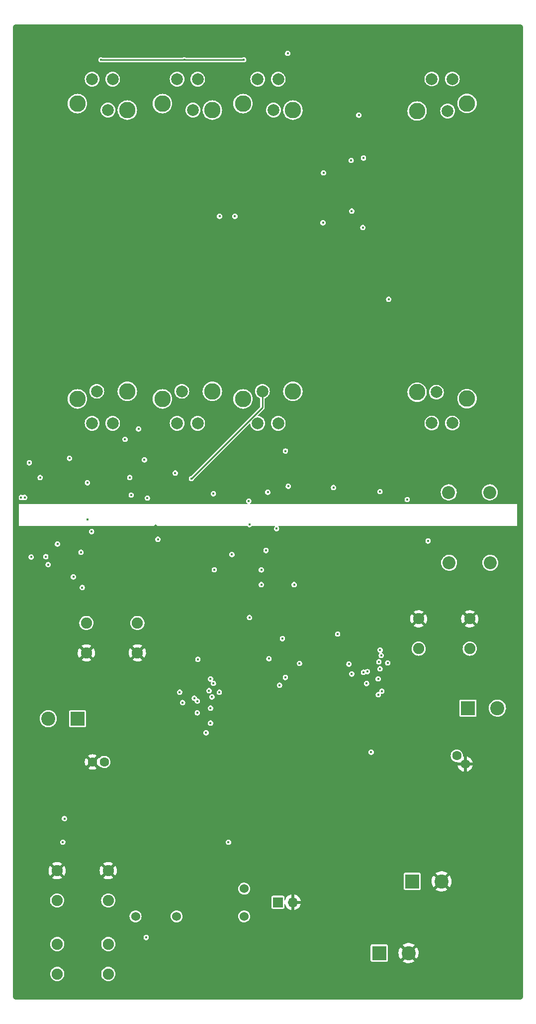
<source format=gbr>
%TF.GenerationSoftware,KiCad,Pcbnew,(6.0.7)*%
%TF.CreationDate,2023-01-25T09:18:12-05:00*%
%TF.ProjectId,amp,616d702e-6b69-4636-9164-5f7063625858,0.0*%
%TF.SameCoordinates,Original*%
%TF.FileFunction,Copper,L2,Inr*%
%TF.FilePolarity,Positive*%
%FSLAX46Y46*%
G04 Gerber Fmt 4.6, Leading zero omitted, Abs format (unit mm)*
G04 Created by KiCad (PCBNEW (6.0.7)) date 2023-01-25 09:18:12*
%MOMM*%
%LPD*%
G01*
G04 APERTURE LIST*
%TA.AperFunction,Profile*%
%ADD10C,1.000000*%
%TD*%
%TA.AperFunction,ComponentPad*%
%ADD11C,0.500000*%
%TD*%
%TA.AperFunction,ComponentPad*%
%ADD12C,1.905000*%
%TD*%
%TA.AperFunction,ComponentPad*%
%ADD13C,2.000000*%
%TD*%
%TA.AperFunction,ComponentPad*%
%ADD14C,2.800000*%
%TD*%
%TA.AperFunction,ComponentPad*%
%ADD15R,2.400000X2.400000*%
%TD*%
%TA.AperFunction,ComponentPad*%
%ADD16C,2.400000*%
%TD*%
%TA.AperFunction,ComponentPad*%
%ADD17R,1.700000X1.700000*%
%TD*%
%TA.AperFunction,ComponentPad*%
%ADD18O,1.700000X1.700000*%
%TD*%
%TA.AperFunction,ComponentPad*%
%ADD19C,1.524000*%
%TD*%
%TA.AperFunction,ComponentPad*%
%ADD20C,2.209800*%
%TD*%
%TA.AperFunction,ComponentPad*%
%ADD21C,1.600000*%
%TD*%
%TA.AperFunction,ViaPad*%
%ADD22C,0.400000*%
%TD*%
%TA.AperFunction,Conductor*%
%ADD23C,0.250000*%
%TD*%
G04 APERTURE END LIST*
D10*
X161080000Y-150000000D02*
X247000000Y-150000000D01*
X247000000Y-150000000D02*
X247000000Y-314760000D01*
X247000000Y-314760000D02*
X161080000Y-314760000D01*
X161080000Y-314760000D02*
X161080000Y-150000000D01*
D11*
%TO.N,GND*%
%TO.C,REF\u002A\u002A*%
X219500000Y-252900000D03*
%TD*%
%TO.N,GND*%
%TO.C,*%
X219500000Y-252900000D03*
%TD*%
%TO.N,GND*%
%TO.C,REF\u002A\u002A*%
X187400000Y-258400000D03*
%TD*%
%TO.N,GND*%
%TO.C,*%
X187400000Y-258400000D03*
%TD*%
%TO.N,GND*%
%TO.C,REF\u002A\u002A*%
X216200000Y-254000000D03*
%TD*%
%TO.N,GND*%
%TO.C,*%
X216200000Y-254000000D03*
%TD*%
%TO.N,GND*%
%TO.C,REF\u002A\u002A*%
X189600000Y-257200000D03*
%TD*%
%TO.N,GND*%
%TO.C,*%
X189600000Y-257200000D03*
%TD*%
%TO.N,GND*%
%TO.C,REF\u002A\u002A*%
X225300000Y-165600000D03*
%TD*%
%TO.N,GND*%
%TO.C,*%
X225300000Y-165600000D03*
%TD*%
%TO.N,GND*%
%TO.C,REF\u002A\u002A*%
X213900000Y-165600000D03*
%TD*%
%TO.N,GND*%
%TO.C,*%
X213900000Y-165600000D03*
%TD*%
%TO.N,GND*%
%TO.C,REF\u002A\u002A*%
X229000000Y-219700000D03*
%TD*%
%TO.N,GND*%
%TO.C,*%
X229000000Y-219700000D03*
%TD*%
%TO.N,GND*%
%TO.C,REF\u002A\u002A*%
X221700000Y-219700000D03*
%TD*%
%TO.N,GND*%
%TO.C,*%
X221700000Y-219700000D03*
%TD*%
%TO.N,GND*%
%TO.C,REF\u002A\u002A*%
X223800000Y-261300000D03*
%TD*%
%TO.N,GND*%
%TO.C,*%
X223800000Y-261300000D03*
%TD*%
%TO.N,GND*%
%TO.C,REF\u002A\u002A*%
X225400000Y-257700000D03*
%TD*%
%TO.N,GND*%
%TO.C,*%
X225400000Y-257700000D03*
%TD*%
%TO.N,GND*%
%TO.C,REF\u002A\u002A*%
X211100000Y-283500000D03*
%TD*%
%TO.N,GND*%
%TO.C,*%
X211100000Y-283500000D03*
%TD*%
%TO.N,GND*%
%TO.C,REF\u002A\u002A*%
X175800000Y-286100000D03*
%TD*%
%TO.N,GND*%
%TO.C,*%
X175800000Y-286100000D03*
%TD*%
%TO.N,GND*%
%TO.C,REF\u002A\u002A*%
X177900000Y-279900000D03*
%TD*%
%TO.N,GND*%
%TO.C,*%
X177900000Y-279900000D03*
%TD*%
%TO.N,GND*%
%TO.C,REF\u002A\u002A*%
X177900000Y-284000000D03*
%TD*%
%TO.N,GND*%
%TO.C,*%
X177900000Y-284000000D03*
%TD*%
%TO.N,GND*%
%TO.C,REF\u002A\u002A*%
X184900000Y-234700000D03*
%TD*%
%TO.N,GND*%
%TO.C,*%
X184900000Y-234700000D03*
%TD*%
%TO.N,GND*%
%TO.C,REF\u002A\u002A*%
X186000000Y-241200000D03*
%TD*%
%TO.N,GND*%
%TO.C,*%
X186000000Y-241200000D03*
%TD*%
%TO.N,GND*%
%TO.C,REF\u002A\u002A*%
X234500000Y-269500000D03*
%TD*%
%TO.N,GND*%
%TO.C,*%
X234500000Y-269500000D03*
%TD*%
%TO.N,GND*%
%TO.C,REF\u002A\u002A*%
X222500000Y-273700000D03*
%TD*%
%TO.N,GND*%
%TO.C,*%
X222500000Y-273700000D03*
%TD*%
%TO.N,GND*%
%TO.C,REF\u002A\u002A*%
X178000000Y-269700000D03*
%TD*%
%TO.N,GND*%
%TO.C,*%
X178000000Y-269700000D03*
%TD*%
%TO.N,GND*%
%TO.C,REF\u002A\u002A*%
X190300000Y-274000000D03*
%TD*%
%TO.N,GND*%
%TO.C,*%
X190300000Y-274000000D03*
%TD*%
%TO.N,GND*%
%TO.C,REF\u002A\u002A*%
X206700000Y-237300000D03*
%TD*%
%TO.N,GND*%
%TO.C,*%
X206700000Y-237300000D03*
%TD*%
%TO.N,GND*%
%TO.C,REF\u002A\u002A*%
X203600000Y-237300000D03*
%TD*%
%TO.N,GND*%
%TO.C,*%
X203600000Y-237300000D03*
%TD*%
%TO.N,GND*%
%TO.C,REF\u002A\u002A*%
X213200000Y-239000000D03*
%TD*%
%TO.N,GND*%
%TO.C,*%
X213200000Y-239000000D03*
%TD*%
%TO.N,GND*%
%TO.C,REF\u002A\u002A*%
X213200000Y-241300000D03*
%TD*%
%TO.N,GND*%
%TO.C,*%
X213200000Y-241300000D03*
%TD*%
%TO.N,GND*%
%TO.C,REF\u002A\u002A*%
X192800000Y-243399999D03*
%TD*%
%TO.N,GND*%
%TO.C,*%
X192800000Y-243399999D03*
%TD*%
%TO.N,GND*%
%TO.C,REF\u002A\u002A*%
X192800000Y-245600000D03*
%TD*%
%TO.N,GND*%
%TO.C,*%
X192800000Y-245600000D03*
%TD*%
%TO.N,GND*%
%TO.C,REF\u002A\u002A*%
X200700000Y-253400000D03*
%TD*%
%TO.N,GND*%
%TO.C,*%
X200700000Y-253400000D03*
%TD*%
%TO.N,GND*%
%TO.C,REF\u002A\u002A*%
X206800000Y-249800000D03*
%TD*%
%TO.N,GND*%
%TO.C,*%
X206800000Y-249800000D03*
%TD*%
%TO.N,GND*%
%TO.C,REF\u002A\u002A*%
X189400000Y-265600000D03*
%TD*%
%TO.N,GND*%
%TO.C,*%
X189400000Y-265600000D03*
%TD*%
%TO.N,GND*%
%TO.C,REF\u002A\u002A*%
X196800000Y-262900000D03*
%TD*%
%TO.N,GND*%
%TO.C,*%
X196800000Y-262900000D03*
%TD*%
%TO.N,GND*%
%TO.C,REF\u002A\u002A*%
X218200000Y-260700000D03*
%TD*%
%TO.N,GND*%
%TO.C,*%
X218200000Y-260700000D03*
%TD*%
%TO.N,GND*%
%TO.C,*%
X202900000Y-269100000D03*
%TD*%
%TO.N,GND*%
%TO.C,REF\u002A\u002A*%
X202900000Y-269100000D03*
%TD*%
%TO.N,GND*%
%TO.C,REF\u002A\u002A*%
X210200000Y-269100000D03*
%TD*%
%TO.N,GND*%
%TO.C,*%
X210200000Y-269100000D03*
%TD*%
%TO.N,GND*%
%TO.C,REF\u002A\u002A*%
X210500000Y-261700000D03*
%TD*%
D12*
%TO.N,GND*%
%TO.C,J2*%
X168135900Y-293324000D03*
X176835903Y-293324000D03*
%TO.N,+5V*%
X168135900Y-298404000D03*
X176835903Y-298404000D03*
%TD*%
D13*
%TO.N,Net-(C35-Pad1)*%
%TO.C,R30*%
X192064000Y-158790000D03*
%TO.N,Net-(C37-Pad1)*%
X191264000Y-164040000D03*
%TO.N,Net-(C35-Pad2)*%
X192064000Y-217290000D03*
%TO.N,Net-(C36-Pad1)*%
X188564000Y-158790000D03*
%TO.N,Net-(C38-Pad1)*%
X189364000Y-211840000D03*
%TO.N,Net-(C36-Pad2)*%
X188564000Y-217290000D03*
D14*
%TO.N,N/C*%
X194564000Y-164040000D03*
X194564000Y-211840000D03*
X186064000Y-162940000D03*
X186064000Y-213140000D03*
%TD*%
D15*
%TO.N,Net-(C75-Pad1)*%
%TO.C,C79*%
X171620459Y-267500000D03*
D16*
%TO.N,/OUT_L*%
X166620459Y-267500000D03*
%TD*%
D13*
%TO.N,/BUFFERED_R*%
%TO.C,R11*%
X231930000Y-217250000D03*
%TO.N,Net-(R11-Pad2)*%
X232730000Y-212000000D03*
%TO.N,Net-(R11-Pad3)*%
X231930000Y-158750000D03*
%TO.N,/BUFFERED_L*%
X235430000Y-217250000D03*
%TO.N,Net-(R11-Pad5)*%
X234630000Y-164200000D03*
%TO.N,Net-(R11-Pad6)*%
X235430000Y-158750000D03*
D14*
%TO.N,N/C*%
X229430000Y-212000000D03*
X229430000Y-164200000D03*
X237930000Y-213100000D03*
X237930000Y-162900000D03*
%TD*%
D17*
%TO.N,Net-(D1-Pad2)*%
%TO.C,JP1*%
X205735000Y-298704000D03*
D18*
%TO.N,GND*%
X208275000Y-298704000D03*
%TD*%
D19*
%TO.N,Net-(D1-Pad2)*%
%TO.C,K1*%
X199979000Y-296404000D03*
%TO.N,Net-(FL1-Pad1)*%
X181479000Y-301104000D03*
%TO.N,Net-(D1-Pad1)*%
X188479000Y-301104000D03*
X199979000Y-301104000D03*
%TD*%
D20*
%TO.N,N/C*%
%TO.C,J4*%
X241882199Y-241002000D03*
X234882201Y-241002000D03*
%TD*%
%TO.N,N/C*%
%TO.C,J3*%
X241814199Y-229024000D03*
X234814201Y-229024000D03*
%TD*%
D15*
%TO.N,+24V*%
%TO.C,C9*%
X228600000Y-295148000D03*
D16*
%TO.N,GND*%
X233600000Y-295148000D03*
%TD*%
D21*
%TO.N,Net-(C72-Pad1)*%
%TO.C,C72*%
X236200000Y-273800000D03*
%TO.N,GND*%
X237614214Y-275214214D03*
%TD*%
D15*
%TO.N,Net-(C72-Pad1)*%
%TO.C,C78*%
X238103541Y-265712000D03*
D16*
%TO.N,/OUT_R*%
X243103541Y-265712000D03*
%TD*%
D13*
%TO.N,Net-(R42-Pad1)*%
%TO.C,R43*%
X177586000Y-158790000D03*
%TO.N,Net-(C42-Pad2)*%
X176786000Y-164040000D03*
%TO.N,Net-(R43-Pad3)*%
X177586000Y-217290000D03*
%TO.N,Net-(R43-Pad4)*%
X174086000Y-158790000D03*
%TO.N,Net-(C43-Pad2)*%
X174886000Y-211840000D03*
%TO.N,Net-(R43-Pad6)*%
X174086000Y-217290000D03*
D14*
%TO.N,N/C*%
X180086000Y-164040000D03*
X180086000Y-211840000D03*
X171586000Y-162940000D03*
X171586000Y-213140000D03*
%TD*%
D13*
%TO.N,Net-(C31-Pad2)*%
%TO.C,R25*%
X205780000Y-158790000D03*
%TO.N,Net-(R25-Pad2)*%
X204980000Y-164040000D03*
%TO.N,Net-(C31-Pad1)*%
X205780000Y-217290000D03*
%TO.N,Net-(C32-Pad2)*%
X202280000Y-158790000D03*
%TO.N,Net-(R25-Pad5)*%
X203080000Y-211840000D03*
%TO.N,Net-(C32-Pad1)*%
X202280000Y-217290000D03*
D14*
%TO.N,N/C*%
X208280000Y-164040000D03*
X208280000Y-211840000D03*
X199780000Y-162940000D03*
X199780000Y-213140000D03*
%TD*%
D21*
%TO.N,Net-(C75-Pad1)*%
%TO.C,C75*%
X176154500Y-274866000D03*
%TO.N,GND*%
X174154500Y-274866000D03*
%TD*%
D15*
%TO.N,+24V*%
%TO.C,C7*%
X222974041Y-307340000D03*
D16*
%TO.N,GND*%
X227974041Y-307340000D03*
%TD*%
D12*
%TO.N,/OUT_R*%
%TO.C,J5*%
X238396600Y-255598000D03*
X229696597Y-255598000D03*
%TO.N,GND*%
X229696597Y-250518000D03*
X238396600Y-250518000D03*
%TD*%
%TO.N,/OUT_L*%
%TO.C,J6*%
X181806502Y-251234000D03*
X173106499Y-251234000D03*
%TO.N,GND*%
X173106499Y-256314000D03*
X181806502Y-256314000D03*
%TD*%
%TO.N,Net-(D1-Pad1)*%
%TO.C,J1*%
X176848002Y-305816000D03*
X168147999Y-305816000D03*
%TO.N,Net-(FL1-Pad3)*%
X176848002Y-310896000D03*
X168147999Y-310896000D03*
%TD*%
D22*
%TO.N,GND*%
X168900000Y-229300000D03*
X169300000Y-241800000D03*
X169000000Y-238400000D03*
%TO.N,+5V*%
X172200000Y-239200000D03*
%TO.N,GND*%
X171300000Y-237600000D03*
X166400000Y-240600000D03*
%TO.N,+5V*%
X166600000Y-241300000D03*
%TO.N,/GH_L*%
X192000000Y-264500000D03*
%TO.N,GND*%
X206800000Y-255300000D03*
X206764000Y-257264000D03*
%TO.N,/GH_R*%
X220973500Y-259500000D03*
%TO.N,/SW_NODE_R*%
X220300000Y-259600000D03*
%TO.N,/GL_R*%
X218300000Y-259900000D03*
%TO.N,+24V*%
X197300000Y-288500000D03*
%TO.N,-5V6*%
X185300000Y-237000000D03*
%TO.N,GND*%
X233000000Y-282300000D03*
X202800000Y-246700000D03*
X202800000Y-248000000D03*
X230000000Y-264200000D03*
X219700000Y-264700000D03*
%TO.N,+5V*%
X192100000Y-257400000D03*
%TO.N,GND*%
X212600000Y-253100000D03*
%TO.N,+5V*%
X206000000Y-261800000D03*
X207000000Y-260500000D03*
X209400000Y-258100000D03*
%TO.N,GND*%
X207200000Y-252500000D03*
%TO.N,+5V*%
X206500000Y-253900000D03*
X204200000Y-257300000D03*
%TO.N,GND*%
X202600000Y-257300000D03*
X208200000Y-262700000D03*
X207200000Y-262800000D03*
X207460000Y-263842500D03*
X206500000Y-265100000D03*
X206800000Y-259100000D03*
%TO.N,/V_BIAS_L*%
X200900000Y-250300000D03*
X200900000Y-234500000D03*
%TO.N,GND*%
X206700000Y-263900000D03*
X220126800Y-254419300D03*
X219826800Y-259019300D03*
X221026800Y-255219300D03*
X220026800Y-255219300D03*
X220526800Y-255219300D03*
X217926800Y-257219300D03*
X220951922Y-262467222D03*
%TO.N,+5V*%
X223426800Y-262819300D03*
X222826800Y-263419300D03*
%TO.N,GND*%
X221426800Y-260119300D03*
%TO.N,Net-(C62-Pad1)*%
X224426800Y-258019300D03*
X222926800Y-257819300D03*
%TO.N,/GH_R*%
X223100000Y-259019300D03*
%TO.N,GND*%
X219026800Y-260519300D03*
%TO.N,+24V*%
X220826800Y-261519300D03*
%TO.N,Net-(C52-Pad1)*%
X222806800Y-260739300D03*
%TO.N,Net-(R73-Pad1)*%
X223326800Y-256719300D03*
%TO.N,/SW_NODE_R*%
X223126800Y-255819300D03*
%TO.N,Net-(R74-Pad1)*%
X217826800Y-258219300D03*
%TO.N,GND*%
X218500000Y-271100000D03*
X215100000Y-274400000D03*
X213100000Y-278300000D03*
X196400000Y-278300000D03*
X200200000Y-280300000D03*
X194400000Y-274400000D03*
%TO.N,+5V6*%
X169380000Y-284480000D03*
X162599999Y-229897953D03*
%TO.N,-5V6*%
X162000000Y-229900000D03*
%TO.N,GND*%
X180600000Y-286000000D03*
X182400000Y-291700000D03*
X201500000Y-293800000D03*
X216100000Y-296600000D03*
X199000000Y-311800000D03*
X201700000Y-309300000D03*
X204200000Y-311900000D03*
%TO.N,Net-(D1-Pad1)*%
X183300000Y-304700000D03*
%TO.N,GND*%
X176700000Y-268100000D03*
X243000000Y-239300000D03*
X240700000Y-237300000D03*
%TO.N,Net-(C51-Pad2)*%
X231300000Y-237300000D03*
X205500000Y-235200000D03*
%TO.N,GND*%
X167000000Y-281400000D03*
X163300000Y-283600000D03*
X162400000Y-289700000D03*
%TO.N,+24V*%
X169100000Y-288500000D03*
%TO.N,GND*%
X191700000Y-291900000D03*
X189400000Y-293200000D03*
X191700000Y-289100000D03*
X181100000Y-245600000D03*
X175000000Y-235100000D03*
%TO.N,+24V*%
X192000000Y-266500000D03*
X221600000Y-273200000D03*
X193500000Y-269900000D03*
%TO.N,GND*%
X190900000Y-260200000D03*
X176386000Y-239201308D03*
X191000000Y-255075100D03*
X193300000Y-254900000D03*
X187400000Y-260100000D03*
X188800000Y-262100000D03*
X186700000Y-223000000D03*
X213500000Y-172700000D03*
X183800000Y-238200000D03*
X192429499Y-260270500D03*
X166200000Y-223400000D03*
X192500000Y-265000000D03*
X190900000Y-253800000D03*
X216100000Y-193400000D03*
X178100000Y-236600000D03*
X202300000Y-239800000D03*
X223400000Y-224300000D03*
X190700000Y-264100000D03*
X170800000Y-219900000D03*
X216700000Y-249500000D03*
X205200000Y-247800000D03*
X194800000Y-252700000D03*
X187500000Y-261700000D03*
X187100000Y-252700000D03*
X224600000Y-182700000D03*
X197500000Y-243500000D03*
X242800000Y-223200000D03*
X168800000Y-224900000D03*
X197500000Y-241600000D03*
X216800000Y-250821100D03*
X214600000Y-180700000D03*
X172300000Y-224500000D03*
X191400000Y-259300000D03*
X191100000Y-269700000D03*
X220400000Y-169100000D03*
X213000000Y-248400000D03*
X220500000Y-248400000D03*
X191900000Y-267600000D03*
X170900000Y-244600000D03*
X182400000Y-236500000D03*
X215400000Y-251400000D03*
X224000000Y-230600000D03*
X216426800Y-255419300D03*
X181900000Y-216400000D03*
X208500000Y-243500000D03*
X167600000Y-241900000D03*
X223400000Y-198700000D03*
X163700000Y-236126000D03*
X176386000Y-238214000D03*
X190200000Y-265500000D03*
X165700000Y-236126000D03*
%TO.N,+5V*%
X194250000Y-268250000D03*
X163700000Y-240026000D03*
X215900000Y-253100000D03*
X170900000Y-243400000D03*
%TO.N,Net-(C35-Pad1)*%
X195800000Y-182100000D03*
%TO.N,/EQ_ADJ_R*%
X207500000Y-228000000D03*
X207000000Y-222000000D03*
%TO.N,/EQ_ADJ_L*%
X183000000Y-223500000D03*
X204000000Y-229000000D03*
%TO.N,/SW_NODE_L*%
X194250000Y-260750000D03*
X191500000Y-264004102D03*
%TO.N,/GH_L*%
X194500000Y-263800000D03*
%TO.N,/GL_L*%
X189490000Y-264760000D03*
%TO.N,/V_BIAS_R*%
X182000000Y-218250000D03*
X215200000Y-228200000D03*
X218300000Y-181200000D03*
X165250000Y-226500000D03*
X218200000Y-172600000D03*
%TO.N,/V_BIAS_L*%
X170250000Y-223250000D03*
X227750000Y-230250000D03*
X200750000Y-230500000D03*
X180500000Y-226500000D03*
X220200000Y-184000000D03*
X220300000Y-172200000D03*
%TO.N,/VOL_ADJ_R*%
X207400000Y-154400000D03*
%TO.N,/VOL_ADJ_L*%
X189800000Y-155500000D03*
X199900000Y-155500000D03*
X175600000Y-155500000D03*
%TO.N,Net-(C63-Pad1)*%
X195750000Y-263000000D03*
X194000000Y-262750000D03*
%TO.N,Net-(C32-Pad2)*%
X198400000Y-182100000D03*
%TO.N,Net-(C38-Pad1)*%
X188250000Y-225750000D03*
%TO.N,Net-(C39-Pad1)*%
X173300000Y-233600000D03*
X168200000Y-237800000D03*
%TO.N,Net-(C40-Pad2)*%
X172400000Y-245200000D03*
X166200000Y-239948000D03*
%TO.N,Net-(C41-Pad2)*%
X174000000Y-235700000D03*
%TO.N,Net-(R11-Pad3)*%
X219500000Y-164900000D03*
%TO.N,Net-(R25-Pad5)*%
X191000000Y-226700000D03*
%TO.N,-5V6*%
X194900000Y-242200000D03*
X223100000Y-228900000D03*
X213500000Y-174700000D03*
X208500000Y-244700000D03*
X180750000Y-229500000D03*
X202900000Y-244700000D03*
X213400000Y-183200000D03*
X224600000Y-196200000D03*
X202900000Y-242200000D03*
X173300000Y-227400000D03*
X179700000Y-220000000D03*
%TO.N,+5V6*%
X203700000Y-238900000D03*
X183500000Y-230000000D03*
X194750000Y-229250000D03*
X163400000Y-224000000D03*
X197900000Y-239600000D03*
%TO.N,Net-(C53-Pad1)*%
X194250000Y-265700000D03*
%TO.N,Net-(R75-Pad1)*%
X194750000Y-261500000D03*
%TO.N,Net-(R76-Pad1)*%
X189000000Y-263000000D03*
%TD*%
D23*
%TO.N,/GH_L*%
X194500000Y-263755220D02*
X194497390Y-263752610D01*
X194500000Y-263800000D02*
X194500000Y-263755220D01*
%TO.N,/VOL_ADJ_L*%
X199900000Y-155500000D02*
X189800000Y-155500000D01*
X189800000Y-155500000D02*
X175600000Y-155500000D01*
%TO.N,Net-(R25-Pad5)*%
X203080000Y-214616167D02*
X191000000Y-226696167D01*
X203080000Y-211840000D02*
X203080000Y-214616167D01*
X191000000Y-226696167D02*
X191000000Y-226700000D01*
%TD*%
%TA.AperFunction,Conductor*%
%TO.N,GND*%
G36*
X200531440Y-234768306D02*
G01*
X200535082Y-234772276D01*
X200542289Y-234780850D01*
X200591083Y-234838898D01*
X200591086Y-234838901D01*
X200593946Y-234842303D01*
X200702320Y-234914444D01*
X200826587Y-234953267D01*
X200831037Y-234953349D01*
X200831040Y-234953349D01*
X200952309Y-234955572D01*
X200952312Y-234955572D01*
X200956755Y-234955653D01*
X200961046Y-234954483D01*
X200961047Y-234954483D01*
X201019558Y-234938531D01*
X201082360Y-234921409D01*
X201193306Y-234853288D01*
X201268189Y-234770558D01*
X201314526Y-234750000D01*
X205152417Y-234750000D01*
X205196611Y-234768306D01*
X205214917Y-234812500D01*
X205199263Y-234853873D01*
X205139618Y-234921409D01*
X205116219Y-234947903D01*
X205114327Y-234951933D01*
X205062782Y-235061720D01*
X205062781Y-235061723D01*
X205060890Y-235065751D01*
X205040860Y-235194390D01*
X205041437Y-235198803D01*
X205041437Y-235198804D01*
X205041909Y-235202414D01*
X205057741Y-235323481D01*
X205110174Y-235442645D01*
X205113038Y-235446052D01*
X205191083Y-235538898D01*
X205191086Y-235538901D01*
X205193946Y-235542303D01*
X205302320Y-235614444D01*
X205426587Y-235653267D01*
X205431037Y-235653349D01*
X205431040Y-235653349D01*
X205552309Y-235655572D01*
X205552312Y-235655572D01*
X205556755Y-235655653D01*
X205561046Y-235654483D01*
X205561047Y-235654483D01*
X205619557Y-235638531D01*
X205682360Y-235621409D01*
X205793306Y-235553288D01*
X205880672Y-235456767D01*
X205910193Y-235395835D01*
X205935495Y-235343613D01*
X205935496Y-235343611D01*
X205937437Y-235339604D01*
X205946524Y-235285593D01*
X205958638Y-235213593D01*
X205958638Y-235213588D01*
X205959037Y-235211219D01*
X205959174Y-235200000D01*
X205940718Y-235071125D01*
X205886832Y-234952610D01*
X205801850Y-234853983D01*
X205803730Y-234852363D01*
X205786056Y-234816736D01*
X205801324Y-234771403D01*
X205848412Y-234750000D01*
X246683000Y-234750000D01*
X246727194Y-234768306D01*
X246745500Y-234812500D01*
X246745500Y-314443000D01*
X246727194Y-314487194D01*
X246683000Y-314505500D01*
X161397000Y-314505500D01*
X161352806Y-314487194D01*
X161334500Y-314443000D01*
X161334500Y-310896000D01*
X166936388Y-310896000D01*
X166954795Y-311106394D01*
X167009457Y-311310395D01*
X167098713Y-311501805D01*
X167219851Y-311674809D01*
X167369190Y-311824148D01*
X167542193Y-311945286D01*
X167733604Y-312034542D01*
X167736237Y-312035247D01*
X167736241Y-312035249D01*
X167934969Y-312088498D01*
X167934972Y-312088499D01*
X167937605Y-312089204D01*
X167940321Y-312089442D01*
X167940323Y-312089442D01*
X168145279Y-312107373D01*
X168147999Y-312107611D01*
X168150719Y-312107373D01*
X168355675Y-312089442D01*
X168355677Y-312089442D01*
X168358393Y-312089204D01*
X168361026Y-312088499D01*
X168361029Y-312088498D01*
X168559757Y-312035249D01*
X168559761Y-312035247D01*
X168562394Y-312034542D01*
X168753805Y-311945286D01*
X168926808Y-311824148D01*
X169076147Y-311674809D01*
X169197285Y-311501805D01*
X169286541Y-311310395D01*
X169341203Y-311106394D01*
X169359610Y-310896000D01*
X175636391Y-310896000D01*
X175654798Y-311106394D01*
X175709460Y-311310395D01*
X175798716Y-311501805D01*
X175919854Y-311674809D01*
X176069193Y-311824148D01*
X176242196Y-311945286D01*
X176433607Y-312034542D01*
X176436240Y-312035247D01*
X176436244Y-312035249D01*
X176634972Y-312088498D01*
X176634975Y-312088499D01*
X176637608Y-312089204D01*
X176640324Y-312089442D01*
X176640326Y-312089442D01*
X176845282Y-312107373D01*
X176848002Y-312107611D01*
X176850722Y-312107373D01*
X177055678Y-312089442D01*
X177055680Y-312089442D01*
X177058396Y-312089204D01*
X177061029Y-312088499D01*
X177061032Y-312088498D01*
X177259760Y-312035249D01*
X177259764Y-312035247D01*
X177262397Y-312034542D01*
X177453808Y-311945286D01*
X177626811Y-311824148D01*
X177776150Y-311674809D01*
X177897288Y-311501805D01*
X177986544Y-311310395D01*
X178041206Y-311106394D01*
X178059613Y-310896000D01*
X178041206Y-310685606D01*
X177986544Y-310481605D01*
X177897288Y-310290195D01*
X177776150Y-310117191D01*
X177626811Y-309967852D01*
X177453808Y-309846714D01*
X177262397Y-309757458D01*
X177259764Y-309756753D01*
X177259760Y-309756751D01*
X177061032Y-309703502D01*
X177061029Y-309703501D01*
X177058396Y-309702796D01*
X177055680Y-309702558D01*
X177055678Y-309702558D01*
X176850722Y-309684627D01*
X176848002Y-309684389D01*
X176845282Y-309684627D01*
X176640326Y-309702558D01*
X176640324Y-309702558D01*
X176637608Y-309702796D01*
X176634975Y-309703501D01*
X176634972Y-309703502D01*
X176436244Y-309756751D01*
X176436240Y-309756753D01*
X176433607Y-309757458D01*
X176431136Y-309758610D01*
X176431134Y-309758611D01*
X176244671Y-309845560D01*
X176244668Y-309845562D01*
X176242197Y-309846714D01*
X176069193Y-309967852D01*
X175919854Y-310117191D01*
X175798716Y-310290195D01*
X175709460Y-310481605D01*
X175654798Y-310685606D01*
X175636391Y-310896000D01*
X169359610Y-310896000D01*
X169341203Y-310685606D01*
X169286541Y-310481605D01*
X169197285Y-310290195D01*
X169076147Y-310117191D01*
X168926808Y-309967852D01*
X168753805Y-309846714D01*
X168562394Y-309757458D01*
X168559761Y-309756753D01*
X168559757Y-309756751D01*
X168361029Y-309703502D01*
X168361026Y-309703501D01*
X168358393Y-309702796D01*
X168355677Y-309702558D01*
X168355675Y-309702558D01*
X168150719Y-309684627D01*
X168147999Y-309684389D01*
X168145279Y-309684627D01*
X167940323Y-309702558D01*
X167940321Y-309702558D01*
X167937605Y-309702796D01*
X167934972Y-309703501D01*
X167934969Y-309703502D01*
X167736241Y-309756751D01*
X167736237Y-309756753D01*
X167733604Y-309757458D01*
X167731133Y-309758610D01*
X167731131Y-309758611D01*
X167544668Y-309845560D01*
X167544665Y-309845562D01*
X167542194Y-309846714D01*
X167369190Y-309967852D01*
X167219851Y-310117191D01*
X167098713Y-310290195D01*
X167009457Y-310481605D01*
X166954795Y-310685606D01*
X166936388Y-310896000D01*
X161334500Y-310896000D01*
X161334500Y-305816000D01*
X166936388Y-305816000D01*
X166936626Y-305818720D01*
X166950236Y-305974280D01*
X166954795Y-306026394D01*
X166955500Y-306029027D01*
X166955501Y-306029030D01*
X166977712Y-306111920D01*
X167009457Y-306230395D01*
X167010609Y-306232866D01*
X167010610Y-306232868D01*
X167079405Y-306380398D01*
X167098713Y-306421805D01*
X167219851Y-306594809D01*
X167369190Y-306744148D01*
X167542193Y-306865286D01*
X167733604Y-306954542D01*
X167736237Y-306955247D01*
X167736241Y-306955249D01*
X167934969Y-307008498D01*
X167934972Y-307008499D01*
X167937605Y-307009204D01*
X167940321Y-307009442D01*
X167940323Y-307009442D01*
X168145279Y-307027373D01*
X168147999Y-307027611D01*
X168150719Y-307027373D01*
X168355675Y-307009442D01*
X168355677Y-307009442D01*
X168358393Y-307009204D01*
X168361026Y-307008499D01*
X168361029Y-307008498D01*
X168559757Y-306955249D01*
X168559761Y-306955247D01*
X168562394Y-306954542D01*
X168753805Y-306865286D01*
X168926808Y-306744148D01*
X169076147Y-306594809D01*
X169197285Y-306421805D01*
X169216594Y-306380398D01*
X169285388Y-306232868D01*
X169285389Y-306232866D01*
X169286541Y-306230395D01*
X169318287Y-306111920D01*
X169340497Y-306029030D01*
X169340498Y-306029027D01*
X169341203Y-306026394D01*
X169345763Y-305974280D01*
X169359372Y-305818720D01*
X169359610Y-305816000D01*
X175636391Y-305816000D01*
X175636629Y-305818720D01*
X175650239Y-305974280D01*
X175654798Y-306026394D01*
X175655503Y-306029027D01*
X175655504Y-306029030D01*
X175677715Y-306111920D01*
X175709460Y-306230395D01*
X175710612Y-306232866D01*
X175710613Y-306232868D01*
X175779408Y-306380398D01*
X175798716Y-306421805D01*
X175919854Y-306594809D01*
X176069193Y-306744148D01*
X176242196Y-306865286D01*
X176433607Y-306954542D01*
X176436240Y-306955247D01*
X176436244Y-306955249D01*
X176634972Y-307008498D01*
X176634975Y-307008499D01*
X176637608Y-307009204D01*
X176640324Y-307009442D01*
X176640326Y-307009442D01*
X176845282Y-307027373D01*
X176848002Y-307027611D01*
X176850722Y-307027373D01*
X177055678Y-307009442D01*
X177055680Y-307009442D01*
X177058396Y-307009204D01*
X177061029Y-307008499D01*
X177061032Y-307008498D01*
X177259760Y-306955249D01*
X177259764Y-306955247D01*
X177262397Y-306954542D01*
X177453808Y-306865286D01*
X177626811Y-306744148D01*
X177776150Y-306594809D01*
X177897288Y-306421805D01*
X177916597Y-306380398D01*
X177985391Y-306232868D01*
X177985392Y-306232866D01*
X177986544Y-306230395D01*
X178017483Y-306114933D01*
X221519541Y-306114933D01*
X221519542Y-308565066D01*
X221534307Y-308639301D01*
X221590557Y-308723484D01*
X221595674Y-308726903D01*
X221669621Y-308776314D01*
X221669623Y-308776315D01*
X221674740Y-308779734D01*
X221707794Y-308786309D01*
X221745961Y-308793901D01*
X221745964Y-308793901D01*
X221748974Y-308794500D01*
X222974041Y-308794500D01*
X224199107Y-308794499D01*
X224202116Y-308793900D01*
X224202121Y-308793900D01*
X224267304Y-308780935D01*
X224273342Y-308779734D01*
X224357525Y-308723484D01*
X224363877Y-308713978D01*
X226964422Y-308713978D01*
X226966668Y-308719400D01*
X227064533Y-308791158D01*
X227068450Y-308793605D01*
X227289017Y-308909651D01*
X227293254Y-308911494D01*
X227528560Y-308993666D01*
X227533010Y-308994858D01*
X227777870Y-309041346D01*
X227782463Y-309041870D01*
X228031502Y-309051655D01*
X228036116Y-309051494D01*
X228283863Y-309024361D01*
X228288423Y-309023515D01*
X228529424Y-308960066D01*
X228533806Y-308958557D01*
X228762790Y-308860177D01*
X228766890Y-308858042D01*
X228978826Y-308726893D01*
X228982037Y-308724559D01*
X228986337Y-308716212D01*
X228984122Y-308709291D01*
X227982831Y-307708000D01*
X227974041Y-307704359D01*
X227965251Y-307708000D01*
X226968063Y-308705188D01*
X226964422Y-308713978D01*
X224363877Y-308713978D01*
X224413775Y-308639301D01*
X224428541Y-308565067D01*
X224428540Y-307297484D01*
X226261950Y-307297484D01*
X226273908Y-307546419D01*
X226274472Y-307551012D01*
X226323093Y-307795451D01*
X226324326Y-307799899D01*
X226408549Y-308034480D01*
X226410425Y-308038691D01*
X226528392Y-308258239D01*
X226530878Y-308262141D01*
X226592614Y-308344816D01*
X226600792Y-308349681D01*
X226606633Y-308348198D01*
X227606041Y-307348790D01*
X227609682Y-307340000D01*
X228338400Y-307340000D01*
X228342041Y-307348790D01*
X229341795Y-308348544D01*
X229350585Y-308352185D01*
X229355100Y-308350314D01*
X229478014Y-308159223D01*
X229480222Y-308155155D01*
X229582580Y-307927929D01*
X229584168Y-307923567D01*
X229651814Y-307683712D01*
X229652738Y-307679171D01*
X229684286Y-307431190D01*
X229684524Y-307428085D01*
X229686789Y-307341565D01*
X229686714Y-307338434D01*
X229668188Y-307089150D01*
X229667504Y-307084571D01*
X229612499Y-306841482D01*
X229611152Y-306837077D01*
X229520818Y-306604783D01*
X229518829Y-306600612D01*
X229395160Y-306384238D01*
X229392570Y-306380398D01*
X229356310Y-306334402D01*
X229348007Y-306329752D01*
X229341728Y-306331523D01*
X228342041Y-307331210D01*
X228338400Y-307340000D01*
X227609682Y-307340000D01*
X227606041Y-307331210D01*
X226606847Y-306332016D01*
X226598057Y-306328375D01*
X226591523Y-306331082D01*
X226581116Y-306343595D01*
X226578431Y-306347359D01*
X226449138Y-306560428D01*
X226447039Y-306564546D01*
X226350656Y-306794393D01*
X226349194Y-306798764D01*
X226287843Y-307040334D01*
X226287041Y-307044877D01*
X226262071Y-307292857D01*
X226261950Y-307297484D01*
X224428540Y-307297484D01*
X224428540Y-306114934D01*
X224413775Y-306040699D01*
X224363299Y-305965157D01*
X226962401Y-305965157D01*
X226963336Y-305970085D01*
X227965251Y-306972000D01*
X227974041Y-306975641D01*
X227982831Y-306972000D01*
X228980551Y-305974280D01*
X228984192Y-305965490D01*
X228982115Y-305960477D01*
X228845247Y-305865529D01*
X228841274Y-305863189D01*
X228617735Y-305752952D01*
X228613462Y-305751225D01*
X228376089Y-305675241D01*
X228371594Y-305674162D01*
X228125614Y-305634103D01*
X228121000Y-305633699D01*
X227871791Y-305630436D01*
X227867183Y-305630718D01*
X227620231Y-305664327D01*
X227615705Y-305665289D01*
X227376434Y-305735030D01*
X227372107Y-305736647D01*
X227145776Y-305840987D01*
X227141719Y-305843236D01*
X226967756Y-305957291D01*
X226962401Y-305965157D01*
X224363299Y-305965157D01*
X224357525Y-305956516D01*
X224337493Y-305943131D01*
X224278461Y-305903686D01*
X224278459Y-305903685D01*
X224273342Y-305900266D01*
X224240288Y-305893691D01*
X224202121Y-305886099D01*
X224202118Y-305886099D01*
X224199108Y-305885500D01*
X224196037Y-305885500D01*
X222974042Y-305885501D01*
X221748975Y-305885501D01*
X221745966Y-305886100D01*
X221745961Y-305886100D01*
X221680778Y-305899065D01*
X221674740Y-305900266D01*
X221590557Y-305956516D01*
X221587138Y-305961633D01*
X221545682Y-306023676D01*
X221534307Y-306040699D01*
X221519541Y-306114933D01*
X178017483Y-306114933D01*
X178018290Y-306111920D01*
X178040500Y-306029030D01*
X178040501Y-306029027D01*
X178041206Y-306026394D01*
X178045766Y-305974280D01*
X178059375Y-305818720D01*
X178059613Y-305816000D01*
X178046428Y-305665289D01*
X178041444Y-305608324D01*
X178041444Y-305608322D01*
X178041206Y-305605606D01*
X177986544Y-305401605D01*
X177897288Y-305210195D01*
X177776150Y-305037191D01*
X177626811Y-304887852D01*
X177453808Y-304766714D01*
X177298708Y-304694390D01*
X182840860Y-304694390D01*
X182841437Y-304698803D01*
X182841437Y-304698804D01*
X182841909Y-304702414D01*
X182857741Y-304823481D01*
X182859534Y-304827556D01*
X182886916Y-304889786D01*
X182910174Y-304942645D01*
X182913038Y-304946052D01*
X182991083Y-305038898D01*
X182991086Y-305038901D01*
X182993946Y-305042303D01*
X183102320Y-305114444D01*
X183226587Y-305153267D01*
X183231037Y-305153349D01*
X183231040Y-305153349D01*
X183352309Y-305155572D01*
X183352312Y-305155572D01*
X183356755Y-305155653D01*
X183361046Y-305154483D01*
X183361047Y-305154483D01*
X183419557Y-305138531D01*
X183482360Y-305121409D01*
X183593306Y-305053288D01*
X183605851Y-305039429D01*
X183677685Y-304960067D01*
X183680672Y-304956767D01*
X183737437Y-304839604D01*
X183749437Y-304768281D01*
X183758638Y-304713593D01*
X183758638Y-304713588D01*
X183759037Y-304711219D01*
X183759174Y-304700000D01*
X183740718Y-304571125D01*
X183686832Y-304452610D01*
X183601850Y-304353983D01*
X183492601Y-304283172D01*
X183367870Y-304245870D01*
X183302776Y-304245472D01*
X183242136Y-304245101D01*
X183242134Y-304245101D01*
X183237683Y-304245074D01*
X183112505Y-304280850D01*
X183002400Y-304350321D01*
X182999457Y-304353653D01*
X182999455Y-304353655D01*
X182996185Y-304357358D01*
X182916219Y-304447903D01*
X182914327Y-304451933D01*
X182862782Y-304561720D01*
X182862781Y-304561723D01*
X182860890Y-304565751D01*
X182840860Y-304694390D01*
X177298708Y-304694390D01*
X177262397Y-304677458D01*
X177259764Y-304676753D01*
X177259760Y-304676751D01*
X177061032Y-304623502D01*
X177061029Y-304623501D01*
X177058396Y-304622796D01*
X177055680Y-304622558D01*
X177055678Y-304622558D01*
X176850722Y-304604627D01*
X176848002Y-304604389D01*
X176845282Y-304604627D01*
X176640326Y-304622558D01*
X176640324Y-304622558D01*
X176637608Y-304622796D01*
X176634975Y-304623501D01*
X176634972Y-304623502D01*
X176436244Y-304676751D01*
X176436240Y-304676753D01*
X176433607Y-304677458D01*
X176431136Y-304678610D01*
X176431134Y-304678611D01*
X176244671Y-304765560D01*
X176244668Y-304765562D01*
X176242197Y-304766714D01*
X176069193Y-304887852D01*
X175919854Y-305037191D01*
X175798716Y-305210195D01*
X175709460Y-305401605D01*
X175654798Y-305605606D01*
X175654560Y-305608322D01*
X175654560Y-305608324D01*
X175649576Y-305665289D01*
X175636391Y-305816000D01*
X169359610Y-305816000D01*
X169346425Y-305665289D01*
X169341441Y-305608324D01*
X169341441Y-305608322D01*
X169341203Y-305605606D01*
X169286541Y-305401605D01*
X169197285Y-305210195D01*
X169076147Y-305037191D01*
X168926808Y-304887852D01*
X168753805Y-304766714D01*
X168562394Y-304677458D01*
X168559761Y-304676753D01*
X168559757Y-304676751D01*
X168361029Y-304623502D01*
X168361026Y-304623501D01*
X168358393Y-304622796D01*
X168355677Y-304622558D01*
X168355675Y-304622558D01*
X168150719Y-304604627D01*
X168147999Y-304604389D01*
X168145279Y-304604627D01*
X167940323Y-304622558D01*
X167940321Y-304622558D01*
X167937605Y-304622796D01*
X167934972Y-304623501D01*
X167934969Y-304623502D01*
X167736241Y-304676751D01*
X167736237Y-304676753D01*
X167733604Y-304677458D01*
X167731133Y-304678610D01*
X167731131Y-304678611D01*
X167544668Y-304765560D01*
X167544665Y-304765562D01*
X167542194Y-304766714D01*
X167369190Y-304887852D01*
X167219851Y-305037191D01*
X167098713Y-305210195D01*
X167009457Y-305401605D01*
X166954795Y-305605606D01*
X166954557Y-305608322D01*
X166954557Y-305608324D01*
X166949573Y-305665289D01*
X166936388Y-305816000D01*
X161334500Y-305816000D01*
X161334500Y-301089739D01*
X180457682Y-301089739D01*
X180474362Y-301288386D01*
X180475203Y-301291319D01*
X180485511Y-301327265D01*
X180529310Y-301480009D01*
X180620430Y-301657311D01*
X180744253Y-301813537D01*
X180896063Y-301942737D01*
X181070076Y-302039989D01*
X181072980Y-302040933D01*
X181072981Y-302040933D01*
X181256752Y-302100645D01*
X181256757Y-302100646D01*
X181259665Y-302101591D01*
X181262707Y-302101954D01*
X181262708Y-302101954D01*
X181331318Y-302110135D01*
X181457609Y-302125194D01*
X181460651Y-302124960D01*
X181460654Y-302124960D01*
X181653316Y-302110135D01*
X181653318Y-302110135D01*
X181656367Y-302109900D01*
X181848370Y-302056292D01*
X181851093Y-302054917D01*
X181851097Y-302054915D01*
X182023583Y-301967786D01*
X182026303Y-301966412D01*
X182028701Y-301964539D01*
X182028705Y-301964536D01*
X182110740Y-301900442D01*
X182183390Y-301843682D01*
X182209411Y-301813537D01*
X182234271Y-301784736D01*
X182313647Y-301692778D01*
X182412112Y-301519448D01*
X182475035Y-301330294D01*
X182480330Y-301288386D01*
X182499800Y-301134261D01*
X182500020Y-301132520D01*
X182500418Y-301104000D01*
X182499020Y-301089739D01*
X187457682Y-301089739D01*
X187474362Y-301288386D01*
X187475203Y-301291319D01*
X187485511Y-301327265D01*
X187529310Y-301480009D01*
X187620430Y-301657311D01*
X187744253Y-301813537D01*
X187896063Y-301942737D01*
X188070076Y-302039989D01*
X188072980Y-302040933D01*
X188072981Y-302040933D01*
X188256752Y-302100645D01*
X188256757Y-302100646D01*
X188259665Y-302101591D01*
X188262707Y-302101954D01*
X188262708Y-302101954D01*
X188331318Y-302110135D01*
X188457609Y-302125194D01*
X188460651Y-302124960D01*
X188460654Y-302124960D01*
X188653316Y-302110135D01*
X188653318Y-302110135D01*
X188656367Y-302109900D01*
X188848370Y-302056292D01*
X188851093Y-302054917D01*
X188851097Y-302054915D01*
X189023583Y-301967786D01*
X189026303Y-301966412D01*
X189028701Y-301964539D01*
X189028705Y-301964536D01*
X189110740Y-301900442D01*
X189183390Y-301843682D01*
X189209411Y-301813537D01*
X189234271Y-301784736D01*
X189313647Y-301692778D01*
X189412112Y-301519448D01*
X189475035Y-301330294D01*
X189480330Y-301288386D01*
X189499800Y-301134261D01*
X189500020Y-301132520D01*
X189500418Y-301104000D01*
X189499020Y-301089739D01*
X198957682Y-301089739D01*
X198974362Y-301288386D01*
X198975203Y-301291319D01*
X198985511Y-301327265D01*
X199029310Y-301480009D01*
X199120430Y-301657311D01*
X199244253Y-301813537D01*
X199396063Y-301942737D01*
X199570076Y-302039989D01*
X199572980Y-302040933D01*
X199572981Y-302040933D01*
X199756752Y-302100645D01*
X199756757Y-302100646D01*
X199759665Y-302101591D01*
X199762707Y-302101954D01*
X199762708Y-302101954D01*
X199831318Y-302110135D01*
X199957609Y-302125194D01*
X199960651Y-302124960D01*
X199960654Y-302124960D01*
X200153316Y-302110135D01*
X200153318Y-302110135D01*
X200156367Y-302109900D01*
X200348370Y-302056292D01*
X200351093Y-302054917D01*
X200351097Y-302054915D01*
X200523583Y-301967786D01*
X200526303Y-301966412D01*
X200528701Y-301964539D01*
X200528705Y-301964536D01*
X200610740Y-301900442D01*
X200683390Y-301843682D01*
X200709411Y-301813537D01*
X200734271Y-301784736D01*
X200813647Y-301692778D01*
X200912112Y-301519448D01*
X200975035Y-301330294D01*
X200980330Y-301288386D01*
X200999800Y-301134261D01*
X201000020Y-301132520D01*
X201000418Y-301104000D01*
X200980965Y-300905606D01*
X200923348Y-300714768D01*
X200829761Y-300538756D01*
X200703768Y-300384274D01*
X200550170Y-300257206D01*
X200547481Y-300255752D01*
X200547478Y-300255750D01*
X200453885Y-300205145D01*
X200374815Y-300162392D01*
X200321226Y-300145803D01*
X200187300Y-300104346D01*
X200187297Y-300104345D01*
X200184385Y-300103444D01*
X200181352Y-300103125D01*
X200181351Y-300103125D01*
X200130349Y-300097765D01*
X199986131Y-300082607D01*
X199983098Y-300082883D01*
X199983094Y-300082883D01*
X199874123Y-300092800D01*
X199787605Y-300100674D01*
X199784672Y-300101537D01*
X199784668Y-300101538D01*
X199640771Y-300143890D01*
X199596370Y-300156958D01*
X199419709Y-300249314D01*
X199264351Y-300374225D01*
X199136214Y-300526933D01*
X199040179Y-300701621D01*
X198979902Y-300891635D01*
X198957682Y-301089739D01*
X189499020Y-301089739D01*
X189480965Y-300905606D01*
X189423348Y-300714768D01*
X189329761Y-300538756D01*
X189203768Y-300384274D01*
X189050170Y-300257206D01*
X189047481Y-300255752D01*
X189047478Y-300255750D01*
X188953885Y-300205145D01*
X188874815Y-300162392D01*
X188821226Y-300145803D01*
X188687300Y-300104346D01*
X188687297Y-300104345D01*
X188684385Y-300103444D01*
X188681352Y-300103125D01*
X188681351Y-300103125D01*
X188630349Y-300097765D01*
X188486131Y-300082607D01*
X188483098Y-300082883D01*
X188483094Y-300082883D01*
X188374123Y-300092800D01*
X188287605Y-300100674D01*
X188284672Y-300101537D01*
X188284668Y-300101538D01*
X188140771Y-300143890D01*
X188096370Y-300156958D01*
X187919709Y-300249314D01*
X187764351Y-300374225D01*
X187636214Y-300526933D01*
X187540179Y-300701621D01*
X187479902Y-300891635D01*
X187457682Y-301089739D01*
X182499020Y-301089739D01*
X182480965Y-300905606D01*
X182423348Y-300714768D01*
X182329761Y-300538756D01*
X182203768Y-300384274D01*
X182050170Y-300257206D01*
X182047481Y-300255752D01*
X182047478Y-300255750D01*
X181953885Y-300205145D01*
X181874815Y-300162392D01*
X181821226Y-300145803D01*
X181687300Y-300104346D01*
X181687297Y-300104345D01*
X181684385Y-300103444D01*
X181681352Y-300103125D01*
X181681351Y-300103125D01*
X181630349Y-300097765D01*
X181486131Y-300082607D01*
X181483098Y-300082883D01*
X181483094Y-300082883D01*
X181374123Y-300092800D01*
X181287605Y-300100674D01*
X181284672Y-300101537D01*
X181284668Y-300101538D01*
X181140771Y-300143890D01*
X181096370Y-300156958D01*
X180919709Y-300249314D01*
X180764351Y-300374225D01*
X180636214Y-300526933D01*
X180540179Y-300701621D01*
X180479902Y-300891635D01*
X180457682Y-301089739D01*
X161334500Y-301089739D01*
X161334500Y-298404000D01*
X166924289Y-298404000D01*
X166942696Y-298614394D01*
X166997358Y-298818395D01*
X166998510Y-298820866D01*
X166998511Y-298820868D01*
X167079437Y-298994413D01*
X167086614Y-299009805D01*
X167207752Y-299182809D01*
X167357091Y-299332148D01*
X167530094Y-299453286D01*
X167721505Y-299542542D01*
X167724138Y-299543247D01*
X167724142Y-299543249D01*
X167922870Y-299596498D01*
X167922873Y-299596499D01*
X167925506Y-299597204D01*
X167928222Y-299597442D01*
X167928224Y-299597442D01*
X168133180Y-299615373D01*
X168135900Y-299615611D01*
X168138620Y-299615373D01*
X168343576Y-299597442D01*
X168343578Y-299597442D01*
X168346294Y-299597204D01*
X168348927Y-299596499D01*
X168348930Y-299596498D01*
X168547658Y-299543249D01*
X168547662Y-299543247D01*
X168550295Y-299542542D01*
X168741706Y-299453286D01*
X168914709Y-299332148D01*
X169064048Y-299182809D01*
X169185186Y-299009805D01*
X169192364Y-298994413D01*
X169273289Y-298820868D01*
X169273290Y-298820866D01*
X169274442Y-298818395D01*
X169329104Y-298614394D01*
X169347511Y-298404000D01*
X175624292Y-298404000D01*
X175642699Y-298614394D01*
X175697361Y-298818395D01*
X175698513Y-298820866D01*
X175698514Y-298820868D01*
X175779440Y-298994413D01*
X175786617Y-299009805D01*
X175907755Y-299182809D01*
X176057094Y-299332148D01*
X176230097Y-299453286D01*
X176421508Y-299542542D01*
X176424141Y-299543247D01*
X176424145Y-299543249D01*
X176622873Y-299596498D01*
X176622876Y-299596499D01*
X176625509Y-299597204D01*
X176628225Y-299597442D01*
X176628227Y-299597442D01*
X176833183Y-299615373D01*
X176835903Y-299615611D01*
X176838623Y-299615373D01*
X177043579Y-299597442D01*
X177043581Y-299597442D01*
X177046297Y-299597204D01*
X177048930Y-299596499D01*
X177048933Y-299596498D01*
X177247661Y-299543249D01*
X177247665Y-299543247D01*
X177250298Y-299542542D01*
X177441709Y-299453286D01*
X177614712Y-299332148D01*
X177764051Y-299182809D01*
X177885189Y-299009805D01*
X177892367Y-298994413D01*
X177973292Y-298820868D01*
X177973293Y-298820866D01*
X177974445Y-298818395D01*
X178029107Y-298614394D01*
X178047514Y-298404000D01*
X178029107Y-298193606D01*
X177993960Y-298062435D01*
X177975152Y-297992242D01*
X177975150Y-297992238D01*
X177974445Y-297989605D01*
X177900955Y-297832005D01*
X177899523Y-297828933D01*
X204630500Y-297828933D01*
X204630501Y-299579066D01*
X204631100Y-299582075D01*
X204631100Y-299582080D01*
X204644065Y-299647262D01*
X204645266Y-299653301D01*
X204701516Y-299737484D01*
X204706633Y-299740903D01*
X204780580Y-299790314D01*
X204780582Y-299790315D01*
X204785699Y-299793734D01*
X204818753Y-299800309D01*
X204856920Y-299807901D01*
X204856923Y-299807901D01*
X204859933Y-299808500D01*
X205735000Y-299808500D01*
X206610066Y-299808499D01*
X206613075Y-299807900D01*
X206613080Y-299807900D01*
X206678263Y-299794935D01*
X206684301Y-299793734D01*
X206768484Y-299737484D01*
X206824734Y-299653301D01*
X206835845Y-299597442D01*
X206838901Y-299582080D01*
X206838901Y-299582077D01*
X206839500Y-299579067D01*
X206839500Y-299073179D01*
X206857806Y-299028985D01*
X206902000Y-299010679D01*
X206946194Y-299028985D01*
X206962971Y-299059439D01*
X206974138Y-299108991D01*
X206975664Y-299113861D01*
X207057747Y-299316008D01*
X207060057Y-299320582D01*
X207174051Y-299506602D01*
X207177072Y-299510731D01*
X207319917Y-299675635D01*
X207323580Y-299679222D01*
X207491437Y-299818580D01*
X207495631Y-299821517D01*
X207683999Y-299931590D01*
X207688615Y-299933802D01*
X207892442Y-300011635D01*
X207897343Y-300013059D01*
X208008817Y-300035738D01*
X208018158Y-300033923D01*
X208021000Y-300029709D01*
X208021000Y-300028201D01*
X208529000Y-300028201D01*
X208532641Y-300036991D01*
X208538495Y-300039416D01*
X208555762Y-300037204D01*
X208560772Y-300036139D01*
X208769749Y-299973443D01*
X208774499Y-299971581D01*
X208970436Y-299875592D01*
X208974824Y-299872976D01*
X209152449Y-299746278D01*
X209156352Y-299742980D01*
X209310897Y-299588973D01*
X209314210Y-299585080D01*
X209441522Y-299407906D01*
X209444161Y-299403515D01*
X209540825Y-299207930D01*
X209542710Y-299203170D01*
X209606136Y-298994413D01*
X209607215Y-298989420D01*
X209609728Y-298970326D01*
X209607266Y-298961135D01*
X209601835Y-298958000D01*
X208541431Y-298958000D01*
X208532641Y-298961641D01*
X208529000Y-298970431D01*
X208529000Y-300028201D01*
X208021000Y-300028201D01*
X208021000Y-298437569D01*
X208529000Y-298437569D01*
X208532641Y-298446359D01*
X208541431Y-298450000D01*
X209599028Y-298450000D01*
X209607818Y-298446359D01*
X209609515Y-298442261D01*
X209565580Y-298267350D01*
X209563932Y-298262510D01*
X209476937Y-298062435D01*
X209474514Y-298057917D01*
X209356013Y-297874741D01*
X209352889Y-297870684D01*
X209206057Y-297709318D01*
X209202314Y-297705827D01*
X209031091Y-297570605D01*
X209026834Y-297567777D01*
X208835831Y-297462337D01*
X208831166Y-297460240D01*
X208625503Y-297387411D01*
X208620555Y-297386103D01*
X208541239Y-297371975D01*
X208531947Y-297374018D01*
X208529000Y-297378626D01*
X208529000Y-298437569D01*
X208021000Y-298437569D01*
X208021000Y-297381418D01*
X208017359Y-297372628D01*
X208011922Y-297370376D01*
X207961745Y-297378055D01*
X207956766Y-297379241D01*
X207749394Y-297447020D01*
X207744669Y-297449006D01*
X207551153Y-297549744D01*
X207546819Y-297552474D01*
X207372348Y-297683471D01*
X207368527Y-297686863D01*
X207217793Y-297844598D01*
X207214572Y-297848575D01*
X207091629Y-298028802D01*
X207089096Y-298033261D01*
X206997240Y-298231149D01*
X206995473Y-298235950D01*
X206962226Y-298355834D01*
X206932775Y-298393528D01*
X206885296Y-298399358D01*
X206847602Y-298369907D01*
X206839499Y-298339131D01*
X206839499Y-297828934D01*
X206833878Y-297800669D01*
X206825935Y-297760737D01*
X206824734Y-297754699D01*
X206768484Y-297670516D01*
X206704001Y-297627429D01*
X206689420Y-297617686D01*
X206689418Y-297617685D01*
X206684301Y-297614266D01*
X206651247Y-297607691D01*
X206613080Y-297600099D01*
X206613077Y-297600099D01*
X206610067Y-297599500D01*
X206606996Y-297599500D01*
X205735001Y-297599501D01*
X204859934Y-297599501D01*
X204856925Y-297600100D01*
X204856920Y-297600100D01*
X204791737Y-297613065D01*
X204785699Y-297614266D01*
X204701516Y-297670516D01*
X204645266Y-297754699D01*
X204630500Y-297828933D01*
X177899523Y-297828933D01*
X177886343Y-297800669D01*
X177886341Y-297800666D01*
X177885189Y-297798195D01*
X177764051Y-297625191D01*
X177614712Y-297475852D01*
X177441709Y-297354714D01*
X177330841Y-297303016D01*
X177252771Y-297266611D01*
X177252769Y-297266610D01*
X177250298Y-297265458D01*
X177247665Y-297264753D01*
X177247661Y-297264751D01*
X177048933Y-297211502D01*
X177048930Y-297211501D01*
X177046297Y-297210796D01*
X177043581Y-297210558D01*
X177043579Y-297210558D01*
X176838623Y-297192627D01*
X176835903Y-297192389D01*
X176833183Y-297192627D01*
X176628227Y-297210558D01*
X176628225Y-297210558D01*
X176625509Y-297210796D01*
X176622876Y-297211501D01*
X176622873Y-297211502D01*
X176424145Y-297264751D01*
X176424141Y-297264753D01*
X176421508Y-297265458D01*
X176419037Y-297266610D01*
X176419035Y-297266611D01*
X176232572Y-297353560D01*
X176232569Y-297353562D01*
X176230098Y-297354714D01*
X176057094Y-297475852D01*
X175907755Y-297625191D01*
X175786617Y-297798195D01*
X175785465Y-297800666D01*
X175785463Y-297800669D01*
X175770851Y-297832005D01*
X175697361Y-297989605D01*
X175696656Y-297992238D01*
X175696654Y-297992242D01*
X175677846Y-298062435D01*
X175642699Y-298193606D01*
X175624292Y-298404000D01*
X169347511Y-298404000D01*
X169329104Y-298193606D01*
X169293957Y-298062435D01*
X169275149Y-297992242D01*
X169275147Y-297992238D01*
X169274442Y-297989605D01*
X169200952Y-297832005D01*
X169186340Y-297800669D01*
X169186338Y-297800666D01*
X169185186Y-297798195D01*
X169064048Y-297625191D01*
X168914709Y-297475852D01*
X168741706Y-297354714D01*
X168630838Y-297303016D01*
X168552768Y-297266611D01*
X168552766Y-297266610D01*
X168550295Y-297265458D01*
X168547662Y-297264753D01*
X168547658Y-297264751D01*
X168348930Y-297211502D01*
X168348927Y-297211501D01*
X168346294Y-297210796D01*
X168343578Y-297210558D01*
X168343576Y-297210558D01*
X168138620Y-297192627D01*
X168135900Y-297192389D01*
X168133180Y-297192627D01*
X167928224Y-297210558D01*
X167928222Y-297210558D01*
X167925506Y-297210796D01*
X167922873Y-297211501D01*
X167922870Y-297211502D01*
X167724142Y-297264751D01*
X167724138Y-297264753D01*
X167721505Y-297265458D01*
X167719034Y-297266610D01*
X167719032Y-297266611D01*
X167532569Y-297353560D01*
X167532566Y-297353562D01*
X167530095Y-297354714D01*
X167357091Y-297475852D01*
X167207752Y-297625191D01*
X167086614Y-297798195D01*
X167085462Y-297800666D01*
X167085460Y-297800669D01*
X167070848Y-297832005D01*
X166997358Y-297989605D01*
X166996653Y-297992238D01*
X166996651Y-297992242D01*
X166977843Y-298062435D01*
X166942696Y-298193606D01*
X166924289Y-298404000D01*
X161334500Y-298404000D01*
X161334500Y-296389739D01*
X198957682Y-296389739D01*
X198974362Y-296588386D01*
X198975203Y-296591319D01*
X199025453Y-296766557D01*
X199029310Y-296780009D01*
X199120430Y-296957311D01*
X199244253Y-297113537D01*
X199396063Y-297242737D01*
X199570076Y-297339989D01*
X199572980Y-297340933D01*
X199572981Y-297340933D01*
X199756752Y-297400645D01*
X199756757Y-297400646D01*
X199759665Y-297401591D01*
X199762707Y-297401954D01*
X199762708Y-297401954D01*
X199831318Y-297410135D01*
X199957609Y-297425194D01*
X199960651Y-297424960D01*
X199960654Y-297424960D01*
X200153316Y-297410135D01*
X200153318Y-297410135D01*
X200156367Y-297409900D01*
X200348370Y-297356292D01*
X200351093Y-297354917D01*
X200351097Y-297354915D01*
X200523583Y-297267786D01*
X200526303Y-297266412D01*
X200528701Y-297264539D01*
X200528705Y-297264536D01*
X200621048Y-297192389D01*
X200683390Y-297143682D01*
X200709411Y-297113537D01*
X200734271Y-297084736D01*
X200813647Y-296992778D01*
X200895128Y-296849346D01*
X200910600Y-296822110D01*
X200910601Y-296822108D01*
X200912112Y-296819448D01*
X200975035Y-296630294D01*
X200978547Y-296602500D01*
X200999800Y-296434261D01*
X201000020Y-296432520D01*
X201000418Y-296404000D01*
X200980965Y-296205606D01*
X200923348Y-296014768D01*
X200895905Y-295963155D01*
X200831196Y-295841454D01*
X200831194Y-295841451D01*
X200829761Y-295838756D01*
X200703768Y-295684274D01*
X200550170Y-295557206D01*
X200547481Y-295555752D01*
X200547478Y-295555750D01*
X200420643Y-295487171D01*
X200374815Y-295462392D01*
X200321226Y-295445803D01*
X200187300Y-295404346D01*
X200187297Y-295404345D01*
X200184385Y-295403444D01*
X200181352Y-295403125D01*
X200181351Y-295403125D01*
X200130349Y-295397765D01*
X199986131Y-295382607D01*
X199983098Y-295382883D01*
X199983094Y-295382883D01*
X199874123Y-295392800D01*
X199787605Y-295400674D01*
X199784672Y-295401537D01*
X199784668Y-295401538D01*
X199640771Y-295443890D01*
X199596370Y-295456958D01*
X199419709Y-295549314D01*
X199264351Y-295674225D01*
X199136214Y-295826933D01*
X199040179Y-296001621D01*
X198979902Y-296191635D01*
X198979562Y-296194667D01*
X198959897Y-296369995D01*
X198957682Y-296389739D01*
X161334500Y-296389739D01*
X161334500Y-294524162D01*
X167300097Y-294524162D01*
X167301791Y-294528252D01*
X167500458Y-294644344D01*
X167505074Y-294646556D01*
X167724641Y-294730400D01*
X167729552Y-294731827D01*
X167959865Y-294778685D01*
X167964939Y-294779290D01*
X168199810Y-294787902D01*
X168204934Y-294787669D01*
X168438047Y-294757807D01*
X168443054Y-294756743D01*
X168668177Y-294689203D01*
X168672927Y-294687341D01*
X168884000Y-294583937D01*
X168888388Y-294581321D01*
X168963263Y-294527914D01*
X168965607Y-294524162D01*
X176000100Y-294524162D01*
X176001794Y-294528252D01*
X176200461Y-294644344D01*
X176205077Y-294646556D01*
X176424644Y-294730400D01*
X176429555Y-294731827D01*
X176659868Y-294778685D01*
X176664942Y-294779290D01*
X176899813Y-294787902D01*
X176904937Y-294787669D01*
X177138050Y-294757807D01*
X177143057Y-294756743D01*
X177368180Y-294689203D01*
X177372930Y-294687341D01*
X177584003Y-294583937D01*
X177588391Y-294581321D01*
X177663266Y-294527914D01*
X177668308Y-294519844D01*
X177667039Y-294514346D01*
X176844693Y-293692000D01*
X176835903Y-293688359D01*
X176827113Y-293692000D01*
X176003741Y-294515372D01*
X176000100Y-294524162D01*
X168965607Y-294524162D01*
X168968305Y-294519844D01*
X168967036Y-294514346D01*
X168144690Y-293692000D01*
X168135900Y-293688359D01*
X168127110Y-293692000D01*
X167303738Y-294515372D01*
X167300097Y-294524162D01*
X161334500Y-294524162D01*
X161334500Y-293290755D01*
X166670980Y-293290755D01*
X166684509Y-293525396D01*
X166685221Y-293530461D01*
X166736892Y-293759744D01*
X166738421Y-293764622D01*
X166826844Y-293982381D01*
X166829154Y-293986955D01*
X166930788Y-294152805D01*
X166938486Y-294158398D01*
X166943008Y-294157682D01*
X167767900Y-293332790D01*
X167771541Y-293324000D01*
X168500259Y-293324000D01*
X168503900Y-293332790D01*
X169323844Y-294152734D01*
X169332634Y-294156375D01*
X169337902Y-294154193D01*
X169390583Y-294080878D01*
X169393222Y-294076487D01*
X169497353Y-293865792D01*
X169499238Y-293861032D01*
X169567563Y-293636150D01*
X169568643Y-293631154D01*
X169599436Y-293397253D01*
X169599696Y-293393913D01*
X169601364Y-293325663D01*
X169601269Y-293322346D01*
X169598672Y-293290755D01*
X175370983Y-293290755D01*
X175384512Y-293525396D01*
X175385224Y-293530461D01*
X175436895Y-293759744D01*
X175438424Y-293764622D01*
X175526847Y-293982381D01*
X175529157Y-293986955D01*
X175630791Y-294152805D01*
X175638489Y-294158398D01*
X175643011Y-294157682D01*
X176467903Y-293332790D01*
X176471544Y-293324000D01*
X177200262Y-293324000D01*
X177203903Y-293332790D01*
X178023847Y-294152734D01*
X178032637Y-294156375D01*
X178037905Y-294154193D01*
X178090586Y-294080878D01*
X178093225Y-294076487D01*
X178169115Y-293922933D01*
X227145500Y-293922933D01*
X227145501Y-296373066D01*
X227146100Y-296376075D01*
X227146100Y-296376080D01*
X227156977Y-296430767D01*
X227160266Y-296447301D01*
X227216516Y-296531484D01*
X227221633Y-296534903D01*
X227295580Y-296584314D01*
X227295582Y-296584315D01*
X227300699Y-296587734D01*
X227333753Y-296594309D01*
X227371920Y-296601901D01*
X227371923Y-296601901D01*
X227374933Y-296602500D01*
X228600000Y-296602500D01*
X229825066Y-296602499D01*
X229828075Y-296601900D01*
X229828080Y-296601900D01*
X229893263Y-296588935D01*
X229899301Y-296587734D01*
X229983484Y-296531484D01*
X229989836Y-296521978D01*
X232590381Y-296521978D01*
X232592627Y-296527400D01*
X232690492Y-296599158D01*
X232694409Y-296601605D01*
X232914976Y-296717651D01*
X232919213Y-296719494D01*
X233154519Y-296801666D01*
X233158969Y-296802858D01*
X233403829Y-296849346D01*
X233408422Y-296849870D01*
X233657461Y-296859655D01*
X233662075Y-296859494D01*
X233909822Y-296832361D01*
X233914382Y-296831515D01*
X234155383Y-296768066D01*
X234159765Y-296766557D01*
X234388749Y-296668177D01*
X234392849Y-296666042D01*
X234604785Y-296534893D01*
X234607996Y-296532559D01*
X234612296Y-296524212D01*
X234610081Y-296517291D01*
X233608790Y-295516000D01*
X233600000Y-295512359D01*
X233591210Y-295516000D01*
X232594022Y-296513188D01*
X232590381Y-296521978D01*
X229989836Y-296521978D01*
X230039734Y-296447301D01*
X230054500Y-296373067D01*
X230054499Y-295105484D01*
X231887909Y-295105484D01*
X231899867Y-295354419D01*
X231900431Y-295359012D01*
X231949052Y-295603451D01*
X231950285Y-295607899D01*
X232034508Y-295842480D01*
X232036384Y-295846691D01*
X232154351Y-296066239D01*
X232156837Y-296070141D01*
X232218573Y-296152816D01*
X232226751Y-296157681D01*
X232232592Y-296156198D01*
X233232000Y-295156790D01*
X233235641Y-295148000D01*
X233964359Y-295148000D01*
X233968000Y-295156790D01*
X234967754Y-296156544D01*
X234976544Y-296160185D01*
X234981059Y-296158314D01*
X235103973Y-295967223D01*
X235106181Y-295963155D01*
X235208539Y-295735929D01*
X235210127Y-295731567D01*
X235277773Y-295491712D01*
X235278697Y-295487171D01*
X235310245Y-295239190D01*
X235310483Y-295236085D01*
X235312748Y-295149565D01*
X235312673Y-295146434D01*
X235294147Y-294897150D01*
X235293463Y-294892571D01*
X235238458Y-294649482D01*
X235237111Y-294645077D01*
X235146777Y-294412783D01*
X235144788Y-294408612D01*
X235021119Y-294192238D01*
X235018529Y-294188398D01*
X234982269Y-294142402D01*
X234973966Y-294137752D01*
X234967687Y-294139523D01*
X233968000Y-295139210D01*
X233964359Y-295148000D01*
X233235641Y-295148000D01*
X233232000Y-295139210D01*
X232232806Y-294140016D01*
X232224016Y-294136375D01*
X232217482Y-294139082D01*
X232207075Y-294151595D01*
X232204390Y-294155359D01*
X232075097Y-294368428D01*
X232072998Y-294372546D01*
X231976615Y-294602393D01*
X231975153Y-294606764D01*
X231913802Y-294848334D01*
X231913000Y-294852877D01*
X231888030Y-295100857D01*
X231887909Y-295105484D01*
X230054499Y-295105484D01*
X230054499Y-293922934D01*
X230039734Y-293848699D01*
X229989258Y-293773157D01*
X232588360Y-293773157D01*
X232589295Y-293778085D01*
X233591210Y-294780000D01*
X233600000Y-294783641D01*
X233608790Y-294780000D01*
X234606510Y-293782280D01*
X234610151Y-293773490D01*
X234608074Y-293768477D01*
X234471206Y-293673529D01*
X234467233Y-293671189D01*
X234243694Y-293560952D01*
X234239421Y-293559225D01*
X234002048Y-293483241D01*
X233997553Y-293482162D01*
X233751573Y-293442103D01*
X233746959Y-293441699D01*
X233497750Y-293438436D01*
X233493142Y-293438718D01*
X233246190Y-293472327D01*
X233241664Y-293473289D01*
X233002393Y-293543030D01*
X232998066Y-293544647D01*
X232771735Y-293648987D01*
X232767678Y-293651236D01*
X232593715Y-293765291D01*
X232588360Y-293773157D01*
X229989258Y-293773157D01*
X229983484Y-293764516D01*
X229963452Y-293751131D01*
X229904420Y-293711686D01*
X229904418Y-293711685D01*
X229899301Y-293708266D01*
X229866247Y-293701691D01*
X229828080Y-293694099D01*
X229828077Y-293694099D01*
X229825067Y-293693500D01*
X229821996Y-293693500D01*
X228600001Y-293693501D01*
X227374934Y-293693501D01*
X227371925Y-293694100D01*
X227371920Y-293694100D01*
X227306737Y-293707065D01*
X227300699Y-293708266D01*
X227216516Y-293764516D01*
X227160266Y-293848699D01*
X227145500Y-293922933D01*
X178169115Y-293922933D01*
X178197356Y-293865792D01*
X178199241Y-293861032D01*
X178267566Y-293636150D01*
X178268646Y-293631154D01*
X178299439Y-293397253D01*
X178299699Y-293393913D01*
X178301367Y-293325663D01*
X178301272Y-293322346D01*
X178281939Y-293087205D01*
X178281103Y-293082153D01*
X178223847Y-292854205D01*
X178222199Y-292849365D01*
X178128480Y-292633825D01*
X178126066Y-292629323D01*
X178040006Y-292496296D01*
X178032175Y-292490894D01*
X178027330Y-292491783D01*
X177203903Y-293315210D01*
X177200262Y-293324000D01*
X176471544Y-293324000D01*
X176467903Y-293315210D01*
X175647966Y-292495273D01*
X175639176Y-292491632D01*
X175634280Y-292493660D01*
X175563104Y-292598000D01*
X175560571Y-292602459D01*
X175461620Y-292815631D01*
X175459850Y-292820442D01*
X175397041Y-293046921D01*
X175396083Y-293051942D01*
X175371107Y-293285647D01*
X175370983Y-293290755D01*
X169598672Y-293290755D01*
X169581936Y-293087205D01*
X169581100Y-293082153D01*
X169523844Y-292854205D01*
X169522196Y-292849365D01*
X169428477Y-292633825D01*
X169426063Y-292629323D01*
X169340003Y-292496296D01*
X169332172Y-292490894D01*
X169327327Y-292491783D01*
X168503900Y-293315210D01*
X168500259Y-293324000D01*
X167771541Y-293324000D01*
X167767900Y-293315210D01*
X166947963Y-292495273D01*
X166939173Y-292491632D01*
X166934277Y-292493660D01*
X166863101Y-292598000D01*
X166860568Y-292602459D01*
X166761617Y-292815631D01*
X166759847Y-292820442D01*
X166697038Y-293046921D01*
X166696080Y-293051942D01*
X166671104Y-293285647D01*
X166670980Y-293290755D01*
X161334500Y-293290755D01*
X161334500Y-292127491D01*
X167302973Y-292127491D01*
X167304484Y-292133374D01*
X168127110Y-292956000D01*
X168135900Y-292959641D01*
X168144690Y-292956000D01*
X168966292Y-292134398D01*
X168969153Y-292127491D01*
X176002976Y-292127491D01*
X176004487Y-292133374D01*
X176827113Y-292956000D01*
X176835903Y-292959641D01*
X176844693Y-292956000D01*
X177666295Y-292134398D01*
X177669936Y-292125608D01*
X177667432Y-292119564D01*
X177648912Y-292104938D01*
X177644654Y-292102110D01*
X177438895Y-291988524D01*
X177434230Y-291986427D01*
X177212679Y-291907972D01*
X177207731Y-291906664D01*
X176976355Y-291865451D01*
X176971244Y-291864968D01*
X176736243Y-291862096D01*
X176731139Y-291862453D01*
X176498812Y-291898004D01*
X176493833Y-291899190D01*
X176270441Y-291972206D01*
X176265716Y-291974192D01*
X176057251Y-292082712D01*
X176052917Y-292085442D01*
X176007820Y-292119300D01*
X176002976Y-292127491D01*
X168969153Y-292127491D01*
X168969933Y-292125608D01*
X168967429Y-292119564D01*
X168948909Y-292104938D01*
X168944651Y-292102110D01*
X168738892Y-291988524D01*
X168734227Y-291986427D01*
X168512676Y-291907972D01*
X168507728Y-291906664D01*
X168276352Y-291865451D01*
X168271241Y-291864968D01*
X168036240Y-291862096D01*
X168031136Y-291862453D01*
X167798809Y-291898004D01*
X167793830Y-291899190D01*
X167570438Y-291972206D01*
X167565713Y-291974192D01*
X167357248Y-292082712D01*
X167352914Y-292085442D01*
X167307817Y-292119300D01*
X167302973Y-292127491D01*
X161334500Y-292127491D01*
X161334500Y-288494390D01*
X168640860Y-288494390D01*
X168641437Y-288498803D01*
X168641437Y-288498804D01*
X168641909Y-288502414D01*
X168657741Y-288623481D01*
X168710174Y-288742645D01*
X168713038Y-288746052D01*
X168791083Y-288838898D01*
X168791086Y-288838901D01*
X168793946Y-288842303D01*
X168902320Y-288914444D01*
X169026587Y-288953267D01*
X169031037Y-288953349D01*
X169031040Y-288953349D01*
X169152309Y-288955572D01*
X169152312Y-288955572D01*
X169156755Y-288955653D01*
X169161046Y-288954483D01*
X169161047Y-288954483D01*
X169219558Y-288938531D01*
X169282360Y-288921409D01*
X169393306Y-288853288D01*
X169480672Y-288756767D01*
X169537437Y-288639604D01*
X169559037Y-288511219D01*
X169559174Y-288500000D01*
X169558371Y-288494390D01*
X196840860Y-288494390D01*
X196841437Y-288498803D01*
X196841437Y-288498804D01*
X196841909Y-288502414D01*
X196857741Y-288623481D01*
X196910174Y-288742645D01*
X196913038Y-288746052D01*
X196991083Y-288838898D01*
X196991086Y-288838901D01*
X196993946Y-288842303D01*
X197102320Y-288914444D01*
X197226587Y-288953267D01*
X197231037Y-288953349D01*
X197231040Y-288953349D01*
X197352309Y-288955572D01*
X197352312Y-288955572D01*
X197356755Y-288955653D01*
X197361046Y-288954483D01*
X197361047Y-288954483D01*
X197419558Y-288938531D01*
X197482360Y-288921409D01*
X197593306Y-288853288D01*
X197680672Y-288756767D01*
X197737437Y-288639604D01*
X197759037Y-288511219D01*
X197759174Y-288500000D01*
X197740718Y-288371125D01*
X197686832Y-288252610D01*
X197601850Y-288153983D01*
X197492601Y-288083172D01*
X197367870Y-288045870D01*
X197302777Y-288045472D01*
X197242136Y-288045101D01*
X197242134Y-288045101D01*
X197237683Y-288045074D01*
X197112505Y-288080850D01*
X197002400Y-288150321D01*
X196999457Y-288153653D01*
X196999455Y-288153655D01*
X196996185Y-288157358D01*
X196916219Y-288247903D01*
X196914327Y-288251933D01*
X196862782Y-288361720D01*
X196862781Y-288361723D01*
X196860890Y-288365751D01*
X196840860Y-288494390D01*
X169558371Y-288494390D01*
X169540718Y-288371125D01*
X169486832Y-288252610D01*
X169401850Y-288153983D01*
X169292601Y-288083172D01*
X169167870Y-288045870D01*
X169102777Y-288045472D01*
X169042136Y-288045101D01*
X169042134Y-288045101D01*
X169037683Y-288045074D01*
X168912505Y-288080850D01*
X168802400Y-288150321D01*
X168799457Y-288153653D01*
X168799455Y-288153655D01*
X168796185Y-288157358D01*
X168716219Y-288247903D01*
X168714327Y-288251933D01*
X168662782Y-288361720D01*
X168662781Y-288361723D01*
X168660890Y-288365751D01*
X168640860Y-288494390D01*
X161334500Y-288494390D01*
X161334500Y-284474390D01*
X168920860Y-284474390D01*
X168921437Y-284478803D01*
X168921437Y-284478804D01*
X168921909Y-284482414D01*
X168937741Y-284603481D01*
X168990174Y-284722645D01*
X168993038Y-284726052D01*
X169071083Y-284818898D01*
X169071086Y-284818901D01*
X169073946Y-284822303D01*
X169182320Y-284894444D01*
X169306587Y-284933267D01*
X169311037Y-284933349D01*
X169311040Y-284933349D01*
X169432309Y-284935572D01*
X169432312Y-284935572D01*
X169436755Y-284935653D01*
X169441046Y-284934483D01*
X169441047Y-284934483D01*
X169499558Y-284918531D01*
X169562360Y-284901409D01*
X169673306Y-284833288D01*
X169760672Y-284736767D01*
X169817437Y-284619604D01*
X169839037Y-284491219D01*
X169839174Y-284480000D01*
X169820718Y-284351125D01*
X169766832Y-284232610D01*
X169681850Y-284133983D01*
X169572601Y-284063172D01*
X169447870Y-284025870D01*
X169382777Y-284025472D01*
X169322136Y-284025101D01*
X169322134Y-284025101D01*
X169317683Y-284025074D01*
X169192505Y-284060850D01*
X169082400Y-284130321D01*
X169079457Y-284133653D01*
X169079455Y-284133655D01*
X169076185Y-284137358D01*
X168996219Y-284227903D01*
X168994327Y-284231933D01*
X168942782Y-284341720D01*
X168942781Y-284341723D01*
X168940890Y-284345751D01*
X168920860Y-284474390D01*
X161334500Y-284474390D01*
X161334500Y-275953099D01*
X173431760Y-275953099D01*
X173433864Y-275958178D01*
X173495770Y-276001525D01*
X173500473Y-276004240D01*
X173702956Y-276098660D01*
X173708066Y-276100520D01*
X173923865Y-276158343D01*
X173929219Y-276159287D01*
X174151780Y-276178758D01*
X174157220Y-276178758D01*
X174379781Y-276159287D01*
X174385135Y-276158343D01*
X174600934Y-276100520D01*
X174606044Y-276098660D01*
X174808527Y-276004240D01*
X174813230Y-276001525D01*
X174872206Y-275960229D01*
X174877318Y-275952205D01*
X174876129Y-275946839D01*
X174163290Y-275234000D01*
X174154500Y-275230359D01*
X174145710Y-275234000D01*
X173435401Y-275944309D01*
X173431760Y-275953099D01*
X161334500Y-275953099D01*
X161334500Y-274868720D01*
X172841742Y-274868720D01*
X172861213Y-275091281D01*
X172862157Y-275096635D01*
X172919980Y-275312434D01*
X172921840Y-275317544D01*
X173016260Y-275520027D01*
X173018975Y-275524730D01*
X173060271Y-275583706D01*
X173068295Y-275588818D01*
X173073661Y-275587629D01*
X173786500Y-274874790D01*
X173790141Y-274866000D01*
X174518859Y-274866000D01*
X174522500Y-274874790D01*
X175232809Y-275585099D01*
X175241599Y-275588740D01*
X175246678Y-275586636D01*
X175261147Y-275565972D01*
X175301490Y-275540270D01*
X175348192Y-275550623D01*
X175361325Y-275562998D01*
X175392286Y-275602061D01*
X175549771Y-275736091D01*
X175552435Y-275737580D01*
X175552438Y-275737582D01*
X175727621Y-275835489D01*
X175730289Y-275836980D01*
X175926966Y-275900884D01*
X176132309Y-275925370D01*
X176135351Y-275925136D01*
X176135354Y-275925136D01*
X176335447Y-275909739D01*
X176335449Y-275909739D01*
X176338498Y-275909504D01*
X176537678Y-275853892D01*
X176540401Y-275852517D01*
X176540405Y-275852515D01*
X176719543Y-275762026D01*
X176722263Y-275760652D01*
X176724661Y-275758779D01*
X176724665Y-275758776D01*
X176843721Y-275665758D01*
X176885222Y-275633334D01*
X176887219Y-275631021D01*
X177018354Y-275479100D01*
X177018358Y-275479095D01*
X177020348Y-275476789D01*
X177020931Y-275475762D01*
X236330155Y-275475762D01*
X236379694Y-275660648D01*
X236381554Y-275665758D01*
X236475974Y-275868241D01*
X236478689Y-275872944D01*
X236606834Y-276055954D01*
X236610335Y-276060126D01*
X236768302Y-276218093D01*
X236772474Y-276221594D01*
X236955484Y-276349739D01*
X236960187Y-276352454D01*
X237162670Y-276446874D01*
X237167780Y-276448734D01*
X237348206Y-276497079D01*
X237357639Y-276495837D01*
X237360214Y-276492481D01*
X237360214Y-276487865D01*
X237868214Y-276487865D01*
X237871855Y-276496655D01*
X237875762Y-276498273D01*
X238060648Y-276448734D01*
X238065758Y-276446874D01*
X238268241Y-276352454D01*
X238272944Y-276349739D01*
X238455954Y-276221594D01*
X238460126Y-276218093D01*
X238618093Y-276060126D01*
X238621594Y-276055954D01*
X238749739Y-275872944D01*
X238752454Y-275868241D01*
X238846874Y-275665758D01*
X238848734Y-275660648D01*
X238897079Y-275480222D01*
X238895837Y-275470789D01*
X238892481Y-275468214D01*
X237880645Y-275468214D01*
X237871855Y-275471855D01*
X237868214Y-275480645D01*
X237868214Y-276487865D01*
X237360214Y-276487865D01*
X237360214Y-275480645D01*
X237356573Y-275471855D01*
X237347783Y-275468214D01*
X236340563Y-275468214D01*
X236331773Y-275471855D01*
X236330155Y-275475762D01*
X177020931Y-275475762D01*
X177023151Y-275471855D01*
X177120984Y-275299640D01*
X177120986Y-275299635D01*
X177122495Y-275296979D01*
X177187770Y-275100753D01*
X177188291Y-275096635D01*
X177213469Y-274897327D01*
X177213689Y-274895586D01*
X177214102Y-274866000D01*
X177193922Y-274660189D01*
X177134151Y-274462217D01*
X177088517Y-274376392D01*
X177038500Y-274282323D01*
X177038498Y-274282320D01*
X177037065Y-274279625D01*
X176906363Y-274119368D01*
X176747022Y-273987550D01*
X176565112Y-273889192D01*
X176494475Y-273867326D01*
X176370478Y-273828942D01*
X176370475Y-273828941D01*
X176367563Y-273828040D01*
X176364530Y-273827721D01*
X176364529Y-273827721D01*
X176311498Y-273822147D01*
X176161897Y-273806424D01*
X176158864Y-273806700D01*
X176158860Y-273806700D01*
X176045477Y-273817019D01*
X175955950Y-273825166D01*
X175953017Y-273826029D01*
X175953013Y-273826030D01*
X175812704Y-273867326D01*
X175757566Y-273883554D01*
X175574301Y-273979363D01*
X175413135Y-274108943D01*
X175411169Y-274111286D01*
X175360852Y-274171252D01*
X175318422Y-274193340D01*
X175272800Y-274178956D01*
X175261778Y-274166928D01*
X175248730Y-274148294D01*
X175240705Y-274143182D01*
X175235339Y-274144371D01*
X174522500Y-274857210D01*
X174518859Y-274866000D01*
X173790141Y-274866000D01*
X173786500Y-274857210D01*
X173076191Y-274146901D01*
X173067401Y-274143260D01*
X173062322Y-274145364D01*
X173018975Y-274207270D01*
X173016260Y-274211973D01*
X172921840Y-274414456D01*
X172919980Y-274419566D01*
X172862157Y-274635365D01*
X172861213Y-274640719D01*
X172841742Y-274863280D01*
X172841742Y-274868720D01*
X161334500Y-274868720D01*
X161334500Y-273779795D01*
X173431682Y-273779795D01*
X173432871Y-273785161D01*
X174145710Y-274498000D01*
X174154500Y-274501641D01*
X174163290Y-274498000D01*
X174873599Y-273787691D01*
X174874628Y-273785206D01*
X235140501Y-273785206D01*
X235140757Y-273788253D01*
X235157493Y-273987550D01*
X235157806Y-273991278D01*
X235214807Y-274190066D01*
X235216203Y-274192782D01*
X235307934Y-274371272D01*
X235307937Y-274371276D01*
X235309334Y-274373995D01*
X235437786Y-274536061D01*
X235595271Y-274670091D01*
X235597935Y-274671580D01*
X235597938Y-274671582D01*
X235639217Y-274694652D01*
X235775789Y-274770980D01*
X235972466Y-274834884D01*
X236177809Y-274859370D01*
X236180851Y-274859136D01*
X236180854Y-274859136D01*
X236270875Y-274852209D01*
X236316343Y-274867071D01*
X236337986Y-274909730D01*
X236336040Y-274930701D01*
X236331350Y-274948205D01*
X236332592Y-274957638D01*
X236335949Y-274960214D01*
X237347783Y-274960214D01*
X237356573Y-274956573D01*
X237360214Y-274947783D01*
X237868214Y-274947783D01*
X237871855Y-274956573D01*
X237880645Y-274960214D01*
X238887865Y-274960214D01*
X238896655Y-274956573D01*
X238898273Y-274952666D01*
X238848734Y-274767780D01*
X238846874Y-274762670D01*
X238752454Y-274560187D01*
X238749739Y-274555484D01*
X238621594Y-274372474D01*
X238618093Y-274368302D01*
X238460126Y-274210335D01*
X238455954Y-274206834D01*
X238272944Y-274078689D01*
X238268241Y-274075974D01*
X238065758Y-273981554D01*
X238060648Y-273979694D01*
X237880222Y-273931349D01*
X237870789Y-273932591D01*
X237868214Y-273935947D01*
X237868214Y-274947783D01*
X237360214Y-274947783D01*
X237360214Y-273940563D01*
X237356573Y-273931773D01*
X237352666Y-273930155D01*
X237332604Y-273935530D01*
X237285178Y-273929287D01*
X237256058Y-273891336D01*
X237254421Y-273867326D01*
X237258969Y-273831325D01*
X237259189Y-273829586D01*
X237259508Y-273806743D01*
X237259578Y-273801739D01*
X237259578Y-273801734D01*
X237259602Y-273800000D01*
X237239422Y-273594189D01*
X237179651Y-273396217D01*
X237082565Y-273213625D01*
X236951863Y-273053368D01*
X236792522Y-272921550D01*
X236610612Y-272823192D01*
X236554276Y-272805753D01*
X236415978Y-272762942D01*
X236415975Y-272762941D01*
X236413063Y-272762040D01*
X236410030Y-272761721D01*
X236410029Y-272761721D01*
X236356998Y-272756147D01*
X236207397Y-272740424D01*
X236204364Y-272740700D01*
X236204360Y-272740700D01*
X236090977Y-272751019D01*
X236001450Y-272759166D01*
X235998517Y-272760029D01*
X235998513Y-272760030D01*
X235911659Y-272785593D01*
X235803066Y-272817554D01*
X235619801Y-272913363D01*
X235458635Y-273042943D01*
X235325708Y-273201360D01*
X235226082Y-273382578D01*
X235163553Y-273579696D01*
X235163212Y-273582734D01*
X235163212Y-273582735D01*
X235155301Y-273653267D01*
X235140501Y-273785206D01*
X174874628Y-273785206D01*
X174877240Y-273778901D01*
X174875136Y-273773822D01*
X174813230Y-273730475D01*
X174808527Y-273727760D01*
X174606044Y-273633340D01*
X174600934Y-273631480D01*
X174385135Y-273573657D01*
X174379781Y-273572713D01*
X174157220Y-273553242D01*
X174151780Y-273553242D01*
X173929219Y-273572713D01*
X173923865Y-273573657D01*
X173708066Y-273631480D01*
X173702956Y-273633340D01*
X173500473Y-273727760D01*
X173495770Y-273730475D01*
X173436794Y-273771771D01*
X173431682Y-273779795D01*
X161334500Y-273779795D01*
X161334500Y-273194390D01*
X221140860Y-273194390D01*
X221141437Y-273198803D01*
X221141437Y-273198804D01*
X221141771Y-273201360D01*
X221157741Y-273323481D01*
X221159534Y-273327556D01*
X221185028Y-273385495D01*
X221210174Y-273442645D01*
X221213038Y-273446052D01*
X221291083Y-273538898D01*
X221291086Y-273538901D01*
X221293946Y-273542303D01*
X221402320Y-273614444D01*
X221526587Y-273653267D01*
X221531037Y-273653349D01*
X221531040Y-273653349D01*
X221652309Y-273655572D01*
X221652312Y-273655572D01*
X221656755Y-273655653D01*
X221661046Y-273654483D01*
X221661047Y-273654483D01*
X221745420Y-273631480D01*
X221782360Y-273621409D01*
X221893306Y-273553288D01*
X221980672Y-273456767D01*
X222037437Y-273339604D01*
X222040893Y-273319065D01*
X222058638Y-273213593D01*
X222058638Y-273213588D01*
X222059037Y-273211219D01*
X222059174Y-273200000D01*
X222040718Y-273071125D01*
X221986832Y-272952610D01*
X221901850Y-272853983D01*
X221792601Y-272783172D01*
X221667870Y-272745870D01*
X221602777Y-272745472D01*
X221542136Y-272745101D01*
X221542134Y-272745101D01*
X221537683Y-272745074D01*
X221412505Y-272780850D01*
X221302400Y-272850321D01*
X221299457Y-272853653D01*
X221299455Y-272853655D01*
X221245035Y-272915275D01*
X221216219Y-272947903D01*
X221214327Y-272951933D01*
X221162782Y-273061720D01*
X221162781Y-273061723D01*
X221160890Y-273065751D01*
X221140860Y-273194390D01*
X161334500Y-273194390D01*
X161334500Y-269894390D01*
X193040860Y-269894390D01*
X193041437Y-269898803D01*
X193041437Y-269898804D01*
X193041909Y-269902414D01*
X193057741Y-270023481D01*
X193110174Y-270142645D01*
X193113038Y-270146052D01*
X193191083Y-270238898D01*
X193191086Y-270238901D01*
X193193946Y-270242303D01*
X193302320Y-270314444D01*
X193426587Y-270353267D01*
X193431037Y-270353349D01*
X193431040Y-270353349D01*
X193552309Y-270355572D01*
X193552312Y-270355572D01*
X193556755Y-270355653D01*
X193561046Y-270354483D01*
X193561047Y-270354483D01*
X193619558Y-270338531D01*
X193682360Y-270321409D01*
X193793306Y-270253288D01*
X193880672Y-270156767D01*
X193937437Y-270039604D01*
X193959037Y-269911219D01*
X193959174Y-269900000D01*
X193940718Y-269771125D01*
X193886832Y-269652610D01*
X193801850Y-269553983D01*
X193692601Y-269483172D01*
X193567870Y-269445870D01*
X193502776Y-269445472D01*
X193442136Y-269445101D01*
X193442134Y-269445101D01*
X193437683Y-269445074D01*
X193312505Y-269480850D01*
X193202400Y-269550321D01*
X193199457Y-269553653D01*
X193199455Y-269553655D01*
X193196185Y-269557358D01*
X193116219Y-269647903D01*
X193114327Y-269651933D01*
X193062782Y-269761720D01*
X193062781Y-269761723D01*
X193060890Y-269765751D01*
X193040860Y-269894390D01*
X161334500Y-269894390D01*
X161334500Y-267464342D01*
X165161410Y-267464342D01*
X165175178Y-267703121D01*
X165227760Y-267936446D01*
X165317743Y-268158049D01*
X165442713Y-268361980D01*
X165444390Y-268363916D01*
X165444393Y-268363920D01*
X165564660Y-268502760D01*
X165599311Y-268542762D01*
X165601290Y-268544405D01*
X165745878Y-268664444D01*
X165783333Y-268695540D01*
X165785546Y-268696833D01*
X165785550Y-268696836D01*
X165950565Y-268793263D01*
X165989836Y-268816211D01*
X165992231Y-268817126D01*
X165992234Y-268817127D01*
X166103456Y-268859598D01*
X166213276Y-268901534D01*
X166215787Y-268902045D01*
X166215791Y-268902046D01*
X166445137Y-268948707D01*
X166445140Y-268948707D01*
X166447650Y-268949218D01*
X166450210Y-268949312D01*
X166450211Y-268949312D01*
X166684096Y-268957889D01*
X166684099Y-268957889D01*
X166686666Y-268957983D01*
X166718539Y-268953900D01*
X166921353Y-268927919D01*
X166921357Y-268927918D01*
X166923903Y-268927592D01*
X167009052Y-268902046D01*
X167150539Y-268859598D01*
X167150543Y-268859596D01*
X167152991Y-268858862D01*
X167155287Y-268857737D01*
X167155290Y-268857736D01*
X167286897Y-268793262D01*
X167367778Y-268753639D01*
X167481420Y-268672579D01*
X167560408Y-268616238D01*
X167560411Y-268616236D01*
X167562495Y-268614749D01*
X167731913Y-268445921D01*
X167871482Y-268251690D01*
X167872909Y-268248804D01*
X167976315Y-268039576D01*
X167977454Y-268037272D01*
X168046983Y-267808425D01*
X168048640Y-267795843D01*
X168077983Y-267572959D01*
X168078202Y-267571296D01*
X168079944Y-267500000D01*
X168060346Y-267261628D01*
X168037244Y-267169656D01*
X168002704Y-267032145D01*
X168002703Y-267032142D01*
X168002079Y-267029658D01*
X167906708Y-266810319D01*
X167776794Y-266609502D01*
X167615825Y-266432600D01*
X167613814Y-266431012D01*
X167613811Y-266431009D01*
X167430148Y-266285960D01*
X167430141Y-266285955D01*
X167428126Y-266284364D01*
X167411042Y-266274933D01*
X170165959Y-266274933D01*
X170165960Y-268725066D01*
X170180725Y-268799301D01*
X170236975Y-268883484D01*
X170242092Y-268886903D01*
X170316039Y-268936314D01*
X170316041Y-268936315D01*
X170321158Y-268939734D01*
X170354212Y-268946309D01*
X170392379Y-268953901D01*
X170392382Y-268953901D01*
X170395392Y-268954500D01*
X171620459Y-268954500D01*
X172845525Y-268954499D01*
X172848534Y-268953900D01*
X172848539Y-268953900D01*
X172913722Y-268940935D01*
X172919760Y-268939734D01*
X173003943Y-268883484D01*
X173020395Y-268858862D01*
X173056773Y-268804420D01*
X173056774Y-268804418D01*
X173060193Y-268799301D01*
X173074959Y-268725067D01*
X173074959Y-268244390D01*
X193790860Y-268244390D01*
X193791437Y-268248803D01*
X193791437Y-268248804D01*
X193792745Y-268258808D01*
X193807741Y-268373481D01*
X193809534Y-268377556D01*
X193838699Y-268443838D01*
X193860174Y-268492645D01*
X193863038Y-268496052D01*
X193941083Y-268588898D01*
X193941086Y-268588901D01*
X193943946Y-268592303D01*
X194052320Y-268664444D01*
X194176587Y-268703267D01*
X194181037Y-268703349D01*
X194181040Y-268703349D01*
X194302309Y-268705572D01*
X194302312Y-268705572D01*
X194306755Y-268705653D01*
X194311046Y-268704483D01*
X194311047Y-268704483D01*
X194369558Y-268688531D01*
X194432360Y-268671409D01*
X194543306Y-268603288D01*
X194630672Y-268506767D01*
X194687437Y-268389604D01*
X194709037Y-268261219D01*
X194709174Y-268250000D01*
X194690718Y-268121125D01*
X194636832Y-268002610D01*
X194551850Y-267903983D01*
X194442601Y-267833172D01*
X194317870Y-267795870D01*
X194252776Y-267795472D01*
X194192136Y-267795101D01*
X194192134Y-267795101D01*
X194187683Y-267795074D01*
X194062505Y-267830850D01*
X193952400Y-267900321D01*
X193949457Y-267903653D01*
X193949455Y-267903655D01*
X193918396Y-267938823D01*
X193866219Y-267997903D01*
X193864327Y-268001933D01*
X193812782Y-268111720D01*
X193812781Y-268111723D01*
X193810890Y-268115751D01*
X193790860Y-268244390D01*
X173074959Y-268244390D01*
X173074958Y-266494390D01*
X191540860Y-266494390D01*
X191541437Y-266498803D01*
X191541437Y-266498804D01*
X191541909Y-266502414D01*
X191557741Y-266623481D01*
X191610174Y-266742645D01*
X191613038Y-266746052D01*
X191691083Y-266838898D01*
X191691086Y-266838901D01*
X191693946Y-266842303D01*
X191802320Y-266914444D01*
X191926587Y-266953267D01*
X191931037Y-266953349D01*
X191931040Y-266953349D01*
X192052309Y-266955572D01*
X192052312Y-266955572D01*
X192056755Y-266955653D01*
X192061046Y-266954483D01*
X192061047Y-266954483D01*
X192124931Y-266937066D01*
X192182360Y-266921409D01*
X192293306Y-266853288D01*
X192380672Y-266756767D01*
X192427686Y-266659730D01*
X192435495Y-266643613D01*
X192435496Y-266643611D01*
X192437437Y-266639604D01*
X192440893Y-266619065D01*
X192458638Y-266513593D01*
X192458638Y-266513588D01*
X192459037Y-266511219D01*
X192459174Y-266500000D01*
X192440718Y-266371125D01*
X192413775Y-266311867D01*
X192388676Y-266256665D01*
X192388675Y-266256663D01*
X192386832Y-266252610D01*
X192301850Y-266153983D01*
X192192601Y-266083172D01*
X192181527Y-266079860D01*
X192127443Y-266063686D01*
X192067870Y-266045870D01*
X192002776Y-266045472D01*
X191942136Y-266045101D01*
X191942134Y-266045101D01*
X191937683Y-266045074D01*
X191812505Y-266080850D01*
X191702400Y-266150321D01*
X191699457Y-266153653D01*
X191699455Y-266153655D01*
X191662428Y-266195581D01*
X191616219Y-266247903D01*
X191614327Y-266251933D01*
X191562782Y-266361720D01*
X191562781Y-266361723D01*
X191560890Y-266365751D01*
X191540860Y-266494390D01*
X173074958Y-266494390D01*
X173074958Y-266274934D01*
X173072746Y-266263808D01*
X173061394Y-266206737D01*
X173060193Y-266200699D01*
X173003943Y-266116516D01*
X172949665Y-266080248D01*
X172924879Y-266063686D01*
X172924877Y-266063685D01*
X172919760Y-266060266D01*
X172884679Y-266053288D01*
X172848539Y-266046099D01*
X172848536Y-266046099D01*
X172845526Y-266045500D01*
X172842455Y-266045500D01*
X171620460Y-266045501D01*
X170395393Y-266045501D01*
X170392384Y-266046100D01*
X170392379Y-266046100D01*
X170327196Y-266059065D01*
X170321158Y-266060266D01*
X170236975Y-266116516D01*
X170233556Y-266121633D01*
X170201228Y-266170015D01*
X170180725Y-266200699D01*
X170179524Y-266206737D01*
X170179524Y-266206738D01*
X170171071Y-266249235D01*
X170165959Y-266274933D01*
X167411042Y-266274933D01*
X167393038Y-266264994D01*
X167220984Y-266170015D01*
X167218736Y-266168774D01*
X167186498Y-266157358D01*
X166995699Y-266089793D01*
X166995696Y-266089792D01*
X166993278Y-266088936D01*
X166990752Y-266088486D01*
X166990748Y-266088485D01*
X166760343Y-266047443D01*
X166760338Y-266047443D01*
X166757809Y-266046992D01*
X166629422Y-266045423D01*
X166521218Y-266044101D01*
X166521213Y-266044101D01*
X166518650Y-266044070D01*
X166516115Y-266044458D01*
X166516114Y-266044458D01*
X166498548Y-266047146D01*
X166282226Y-266080248D01*
X166279786Y-266081046D01*
X166279784Y-266081046D01*
X166057330Y-266153756D01*
X166057328Y-266153757D01*
X166054886Y-266154555D01*
X166052609Y-266155740D01*
X166052605Y-266155742D01*
X165966244Y-266200699D01*
X165842734Y-266264994D01*
X165651469Y-266408600D01*
X165486226Y-266581516D01*
X165484780Y-266583636D01*
X165484779Y-266583637D01*
X165368046Y-266754762D01*
X165351444Y-266779099D01*
X165350361Y-266781431D01*
X165350361Y-266781432D01*
X165264856Y-266965639D01*
X165250743Y-266996042D01*
X165250059Y-266998509D01*
X165250057Y-266998514D01*
X165203470Y-267166500D01*
X165186825Y-267226520D01*
X165161410Y-267464342D01*
X161334500Y-267464342D01*
X161334500Y-265694390D01*
X193790860Y-265694390D01*
X193791437Y-265698803D01*
X193791437Y-265698804D01*
X193793061Y-265711219D01*
X193807741Y-265823481D01*
X193809534Y-265827556D01*
X193846936Y-265912558D01*
X193860174Y-265942645D01*
X193863038Y-265946052D01*
X193941083Y-266038898D01*
X193941086Y-266038901D01*
X193943946Y-266042303D01*
X194052320Y-266114444D01*
X194176587Y-266153267D01*
X194181037Y-266153349D01*
X194181040Y-266153349D01*
X194302309Y-266155572D01*
X194302312Y-266155572D01*
X194306755Y-266155653D01*
X194311046Y-266154483D01*
X194311047Y-266154483D01*
X194369558Y-266138531D01*
X194432360Y-266121409D01*
X194543306Y-266053288D01*
X194548866Y-266047146D01*
X194627685Y-265960067D01*
X194630672Y-265956767D01*
X194687437Y-265839604D01*
X194696631Y-265784959D01*
X194708638Y-265713593D01*
X194708638Y-265713588D01*
X194709037Y-265711219D01*
X194709174Y-265700000D01*
X194690718Y-265571125D01*
X194663775Y-265511867D01*
X194638676Y-265456665D01*
X194638675Y-265456663D01*
X194636832Y-265452610D01*
X194551850Y-265353983D01*
X194442601Y-265283172D01*
X194317870Y-265245870D01*
X194252777Y-265245472D01*
X194192136Y-265245101D01*
X194192134Y-265245101D01*
X194187683Y-265245074D01*
X194062505Y-265280850D01*
X193952400Y-265350321D01*
X193949457Y-265353653D01*
X193949455Y-265353655D01*
X193874506Y-265438520D01*
X193866219Y-265447903D01*
X193864327Y-265451933D01*
X193812782Y-265561720D01*
X193812781Y-265561723D01*
X193810890Y-265565751D01*
X193790860Y-265694390D01*
X161334500Y-265694390D01*
X161334500Y-264754390D01*
X189030860Y-264754390D01*
X189031437Y-264758803D01*
X189031437Y-264758804D01*
X189031602Y-264760067D01*
X189047741Y-264883481D01*
X189049534Y-264887556D01*
X189095094Y-264991099D01*
X189100174Y-265002645D01*
X189103038Y-265006052D01*
X189181083Y-265098898D01*
X189181086Y-265098901D01*
X189183946Y-265102303D01*
X189292320Y-265174444D01*
X189296571Y-265175772D01*
X189399863Y-265208042D01*
X189416587Y-265213267D01*
X189421037Y-265213349D01*
X189421040Y-265213349D01*
X189542309Y-265215572D01*
X189542312Y-265215572D01*
X189546755Y-265215653D01*
X189551046Y-265214483D01*
X189551047Y-265214483D01*
X189609557Y-265198531D01*
X189672360Y-265181409D01*
X189783306Y-265113288D01*
X189870672Y-265016767D01*
X189901398Y-264953349D01*
X189925495Y-264903613D01*
X189925496Y-264903611D01*
X189927437Y-264899604D01*
X189934838Y-264855617D01*
X189948638Y-264773593D01*
X189948638Y-264773588D01*
X189949037Y-264771219D01*
X189949174Y-264760000D01*
X189930718Y-264631125D01*
X189876832Y-264512610D01*
X189791850Y-264413983D01*
X189682601Y-264343172D01*
X189557870Y-264305870D01*
X189492777Y-264305472D01*
X189432136Y-264305101D01*
X189432134Y-264305101D01*
X189427683Y-264305074D01*
X189302505Y-264340850D01*
X189192400Y-264410321D01*
X189189457Y-264413653D01*
X189189455Y-264413655D01*
X189132154Y-264478537D01*
X189106219Y-264507903D01*
X189104327Y-264511933D01*
X189052782Y-264621720D01*
X189052781Y-264621723D01*
X189050890Y-264625751D01*
X189030860Y-264754390D01*
X161334500Y-264754390D01*
X161334500Y-263998492D01*
X191040860Y-263998492D01*
X191041437Y-264002905D01*
X191041437Y-264002906D01*
X191043061Y-264015321D01*
X191057741Y-264127583D01*
X191059534Y-264131658D01*
X191096545Y-264215772D01*
X191110174Y-264246747D01*
X191113038Y-264250154D01*
X191191083Y-264343000D01*
X191191086Y-264343003D01*
X191193946Y-264346405D01*
X191302320Y-264418546D01*
X191426587Y-264457369D01*
X191431038Y-264457451D01*
X191431047Y-264457452D01*
X191482439Y-264458394D01*
X191526290Y-264477506D01*
X191543265Y-264512778D01*
X191557741Y-264623481D01*
X191559534Y-264627556D01*
X191567034Y-264644600D01*
X191610174Y-264742645D01*
X191613038Y-264746052D01*
X191691083Y-264838898D01*
X191691086Y-264838901D01*
X191693946Y-264842303D01*
X191802320Y-264914444D01*
X191926587Y-264953267D01*
X191931037Y-264953349D01*
X191931040Y-264953349D01*
X192052309Y-264955572D01*
X192052312Y-264955572D01*
X192056755Y-264955653D01*
X192061046Y-264954483D01*
X192061047Y-264954483D01*
X192119557Y-264938531D01*
X192182360Y-264921409D01*
X192293306Y-264853288D01*
X192380672Y-264756767D01*
X192410193Y-264695835D01*
X192435495Y-264643613D01*
X192435496Y-264643611D01*
X192437437Y-264639604D01*
X192438864Y-264631125D01*
X192458638Y-264513593D01*
X192458638Y-264513588D01*
X192459037Y-264511219D01*
X192459174Y-264500000D01*
X192457303Y-264486933D01*
X236649041Y-264486933D01*
X236649042Y-266937066D01*
X236649641Y-266940075D01*
X236649641Y-266940080D01*
X236654429Y-266964150D01*
X236663807Y-267011301D01*
X236720057Y-267095484D01*
X236725174Y-267098903D01*
X236799121Y-267148314D01*
X236799123Y-267148315D01*
X236804240Y-267151734D01*
X236837294Y-267158309D01*
X236875461Y-267165901D01*
X236875464Y-267165901D01*
X236878474Y-267166500D01*
X238103541Y-267166500D01*
X239328607Y-267166499D01*
X239331616Y-267165900D01*
X239331621Y-267165900D01*
X239396804Y-267152935D01*
X239402842Y-267151734D01*
X239487025Y-267095484D01*
X239503477Y-267070862D01*
X239539855Y-267016420D01*
X239539856Y-267016418D01*
X239543275Y-267011301D01*
X239554577Y-266954483D01*
X239557442Y-266940080D01*
X239557442Y-266940077D01*
X239558041Y-266937067D01*
X239558040Y-265676342D01*
X241644492Y-265676342D01*
X241646364Y-265708808D01*
X241653653Y-265835213D01*
X241658260Y-265915121D01*
X241658824Y-265917623D01*
X241704225Y-266119082D01*
X241710842Y-266148446D01*
X241711806Y-266150821D01*
X241711807Y-266150823D01*
X241734511Y-266206737D01*
X241800825Y-266370049D01*
X241925795Y-266573980D01*
X241927472Y-266575916D01*
X241927475Y-266575920D01*
X241982640Y-266639604D01*
X242082393Y-266754762D01*
X242084372Y-266756405D01*
X242187837Y-266842303D01*
X242266415Y-266907540D01*
X242268628Y-266908833D01*
X242268632Y-266908836D01*
X242433647Y-267005263D01*
X242472918Y-267028211D01*
X242475313Y-267029126D01*
X242475316Y-267029127D01*
X242586538Y-267071598D01*
X242696358Y-267113534D01*
X242698869Y-267114045D01*
X242698873Y-267114046D01*
X242928219Y-267160707D01*
X242928222Y-267160707D01*
X242930732Y-267161218D01*
X242933292Y-267161312D01*
X242933293Y-267161312D01*
X243167178Y-267169889D01*
X243167181Y-267169889D01*
X243169748Y-267169983D01*
X243201621Y-267165900D01*
X243404435Y-267139919D01*
X243404439Y-267139918D01*
X243406985Y-267139592D01*
X243492134Y-267114046D01*
X243633621Y-267071598D01*
X243633625Y-267071596D01*
X243636073Y-267070862D01*
X243638369Y-267069737D01*
X243638372Y-267069736D01*
X243793554Y-266993713D01*
X243850860Y-266965639D01*
X243948218Y-266896194D01*
X244043490Y-266828238D01*
X244043493Y-266828236D01*
X244045577Y-266826749D01*
X244214995Y-266657921D01*
X244225277Y-266643613D01*
X244326738Y-266502414D01*
X244354564Y-266463690D01*
X244380876Y-266410453D01*
X244407550Y-266356481D01*
X244460536Y-266249272D01*
X244530065Y-266020425D01*
X244561284Y-265783296D01*
X244563026Y-265712000D01*
X244543428Y-265473628D01*
X244495589Y-265283172D01*
X244485786Y-265244145D01*
X244485785Y-265244142D01*
X244485161Y-265241658D01*
X244389790Y-265022319D01*
X244259876Y-264821502D01*
X244098907Y-264644600D01*
X244096896Y-264643012D01*
X244096893Y-264643009D01*
X243913230Y-264497960D01*
X243913223Y-264497955D01*
X243911208Y-264496364D01*
X243876120Y-264476994D01*
X243704066Y-264382015D01*
X243701818Y-264380774D01*
X243674570Y-264371125D01*
X243478781Y-264301793D01*
X243478778Y-264301792D01*
X243476360Y-264300936D01*
X243473834Y-264300486D01*
X243473830Y-264300485D01*
X243243425Y-264259443D01*
X243243420Y-264259443D01*
X243240891Y-264258992D01*
X243112504Y-264257423D01*
X243004300Y-264256101D01*
X243004295Y-264256101D01*
X243001732Y-264256070D01*
X242999197Y-264256458D01*
X242999196Y-264256458D01*
X242979689Y-264259443D01*
X242765308Y-264292248D01*
X242762868Y-264293046D01*
X242762866Y-264293046D01*
X242540412Y-264365756D01*
X242540410Y-264365757D01*
X242537968Y-264366555D01*
X242535691Y-264367740D01*
X242535687Y-264367742D01*
X242458454Y-264407947D01*
X242325816Y-264476994D01*
X242134551Y-264620600D01*
X242132781Y-264622452D01*
X242132780Y-264622453D01*
X242125424Y-264630151D01*
X241969308Y-264793516D01*
X241967862Y-264795636D01*
X241967861Y-264795637D01*
X241858706Y-264955653D01*
X241834526Y-264991099D01*
X241833443Y-264993431D01*
X241833443Y-264993432D01*
X241746188Y-265181409D01*
X241733825Y-265208042D01*
X241733141Y-265210509D01*
X241733139Y-265210514D01*
X241722980Y-265247146D01*
X241669907Y-265438520D01*
X241644492Y-265676342D01*
X239558040Y-265676342D01*
X239558040Y-264486934D01*
X239555828Y-264475808D01*
X239544476Y-264418737D01*
X239543275Y-264412699D01*
X239487025Y-264328516D01*
X239453093Y-264305843D01*
X239407961Y-264275686D01*
X239407959Y-264275685D01*
X239402842Y-264272266D01*
X239369788Y-264265691D01*
X239331621Y-264258099D01*
X239331618Y-264258099D01*
X239328608Y-264257500D01*
X239325537Y-264257500D01*
X238103542Y-264257501D01*
X236878475Y-264257501D01*
X236875466Y-264258100D01*
X236875461Y-264258100D01*
X236810278Y-264271065D01*
X236804240Y-264272266D01*
X236720057Y-264328516D01*
X236716638Y-264333633D01*
X236684310Y-264382015D01*
X236663807Y-264412699D01*
X236649041Y-264486933D01*
X192457303Y-264486933D01*
X192440718Y-264371125D01*
X192405217Y-264293046D01*
X192388676Y-264256665D01*
X192388675Y-264256663D01*
X192386832Y-264252610D01*
X192301850Y-264153983D01*
X192192601Y-264083172D01*
X192067870Y-264045870D01*
X192018917Y-264045571D01*
X191974837Y-264026995D01*
X191957431Y-263991932D01*
X191949937Y-263939604D01*
X191940718Y-263875227D01*
X191903963Y-263794390D01*
X194040860Y-263794390D01*
X194041437Y-263798803D01*
X194041437Y-263798804D01*
X194046006Y-263833744D01*
X194057741Y-263923481D01*
X194059534Y-263927556D01*
X194092689Y-264002906D01*
X194110174Y-264042645D01*
X194113038Y-264046052D01*
X194191083Y-264138898D01*
X194191086Y-264138901D01*
X194193946Y-264142303D01*
X194302320Y-264214444D01*
X194426587Y-264253267D01*
X194431037Y-264253349D01*
X194431040Y-264253349D01*
X194552309Y-264255572D01*
X194552312Y-264255572D01*
X194556755Y-264255653D01*
X194561046Y-264254483D01*
X194561047Y-264254483D01*
X194619557Y-264238531D01*
X194682360Y-264221409D01*
X194793306Y-264153288D01*
X194880672Y-264056767D01*
X194937437Y-263939604D01*
X194940893Y-263919065D01*
X194958638Y-263813593D01*
X194958638Y-263813588D01*
X194959037Y-263811219D01*
X194959174Y-263800000D01*
X194940718Y-263671125D01*
X194903694Y-263589695D01*
X194888676Y-263556665D01*
X194888675Y-263556663D01*
X194886832Y-263552610D01*
X194801850Y-263453983D01*
X194692601Y-263383172D01*
X194567870Y-263345870D01*
X194502776Y-263345472D01*
X194442136Y-263345101D01*
X194442134Y-263345101D01*
X194437683Y-263345074D01*
X194312505Y-263380850D01*
X194202400Y-263450321D01*
X194199457Y-263453653D01*
X194199455Y-263453655D01*
X194119166Y-263544566D01*
X194116219Y-263547903D01*
X194114327Y-263551933D01*
X194062782Y-263661720D01*
X194062781Y-263661723D01*
X194060890Y-263665751D01*
X194040860Y-263794390D01*
X191903963Y-263794390D01*
X191901964Y-263789993D01*
X191888676Y-263760767D01*
X191888675Y-263760765D01*
X191886832Y-263756712D01*
X191801850Y-263658085D01*
X191692601Y-263587274D01*
X191567870Y-263549972D01*
X191502776Y-263549574D01*
X191442136Y-263549203D01*
X191442134Y-263549203D01*
X191437683Y-263549176D01*
X191312505Y-263584952D01*
X191202400Y-263654423D01*
X191199457Y-263657755D01*
X191199455Y-263657757D01*
X191180370Y-263679367D01*
X191116219Y-263752005D01*
X191108857Y-263767686D01*
X191062782Y-263865822D01*
X191062781Y-263865825D01*
X191060890Y-263869853D01*
X191040860Y-263998492D01*
X161334500Y-263998492D01*
X161334500Y-262994390D01*
X188540860Y-262994390D01*
X188541437Y-262998803D01*
X188541437Y-262998804D01*
X188542745Y-263008808D01*
X188557741Y-263123481D01*
X188559534Y-263127556D01*
X188608281Y-263238342D01*
X188610174Y-263242645D01*
X188613038Y-263246052D01*
X188691083Y-263338898D01*
X188691086Y-263338901D01*
X188693946Y-263342303D01*
X188802320Y-263414444D01*
X188926587Y-263453267D01*
X188931037Y-263453349D01*
X188931040Y-263453349D01*
X189052309Y-263455572D01*
X189052312Y-263455572D01*
X189056755Y-263455653D01*
X189061046Y-263454483D01*
X189061047Y-263454483D01*
X189157788Y-263428108D01*
X189182360Y-263421409D01*
X189293306Y-263353288D01*
X189298866Y-263347146D01*
X189377685Y-263260067D01*
X189380672Y-263256767D01*
X189420328Y-263174917D01*
X189435495Y-263143613D01*
X189435496Y-263143611D01*
X189437437Y-263139604D01*
X189443547Y-263103288D01*
X189458638Y-263013593D01*
X189458638Y-263013588D01*
X189459037Y-263011219D01*
X189459104Y-263005738D01*
X189459145Y-263002414D01*
X189459145Y-263002408D01*
X189459174Y-263000000D01*
X189440718Y-262871125D01*
X189391826Y-262763593D01*
X189388676Y-262756665D01*
X189388675Y-262756663D01*
X189386832Y-262752610D01*
X189379749Y-262744390D01*
X193540860Y-262744390D01*
X193541437Y-262748803D01*
X193541437Y-262748804D01*
X193541846Y-262751933D01*
X193557741Y-262873481D01*
X193559534Y-262877556D01*
X193598936Y-262967104D01*
X193610174Y-262992645D01*
X193613038Y-262996052D01*
X193691083Y-263088898D01*
X193691086Y-263088901D01*
X193693946Y-263092303D01*
X193802320Y-263164444D01*
X193926587Y-263203267D01*
X193931037Y-263203349D01*
X193931040Y-263203349D01*
X194052309Y-263205572D01*
X194052312Y-263205572D01*
X194056755Y-263205653D01*
X194061046Y-263204483D01*
X194061047Y-263204483D01*
X194119557Y-263188531D01*
X194182360Y-263171409D01*
X194293306Y-263103288D01*
X194380672Y-263006767D01*
X194386669Y-262994390D01*
X195290860Y-262994390D01*
X195291437Y-262998803D01*
X195291437Y-262998804D01*
X195292745Y-263008808D01*
X195307741Y-263123481D01*
X195309534Y-263127556D01*
X195358281Y-263238342D01*
X195360174Y-263242645D01*
X195363038Y-263246052D01*
X195441083Y-263338898D01*
X195441086Y-263338901D01*
X195443946Y-263342303D01*
X195552320Y-263414444D01*
X195676587Y-263453267D01*
X195681037Y-263453349D01*
X195681040Y-263453349D01*
X195802309Y-263455572D01*
X195802312Y-263455572D01*
X195806755Y-263455653D01*
X195811046Y-263454483D01*
X195811047Y-263454483D01*
X195907788Y-263428108D01*
X195932360Y-263421409D01*
X195944932Y-263413690D01*
X222367660Y-263413690D01*
X222368237Y-263418103D01*
X222368237Y-263418104D01*
X222368669Y-263421409D01*
X222384541Y-263542781D01*
X222386334Y-263546856D01*
X222434210Y-263655663D01*
X222436974Y-263661945D01*
X222439838Y-263665352D01*
X222517883Y-263758198D01*
X222517886Y-263758201D01*
X222520746Y-263761603D01*
X222629120Y-263833744D01*
X222753387Y-263872567D01*
X222757837Y-263872649D01*
X222757840Y-263872649D01*
X222879109Y-263874872D01*
X222879112Y-263874872D01*
X222883555Y-263874953D01*
X222887846Y-263873783D01*
X222887847Y-263873783D01*
X222946357Y-263857831D01*
X223009160Y-263840709D01*
X223120106Y-263772588D01*
X223207472Y-263676067D01*
X223251617Y-263584952D01*
X223262295Y-263562913D01*
X223262296Y-263562911D01*
X223264237Y-263558904D01*
X223265740Y-263549972D01*
X223285438Y-263432893D01*
X223285438Y-263432888D01*
X223285837Y-263430519D01*
X223285974Y-263419300D01*
X223280468Y-263380850D01*
X223274818Y-263341397D01*
X223286674Y-263295054D01*
X223327827Y-263270668D01*
X223346682Y-263270841D01*
X223349134Y-263271238D01*
X223353387Y-263272567D01*
X223357837Y-263272649D01*
X223357840Y-263272649D01*
X223479109Y-263274872D01*
X223479112Y-263274872D01*
X223483555Y-263274953D01*
X223487846Y-263273783D01*
X223487847Y-263273783D01*
X223550260Y-263256767D01*
X223609160Y-263240709D01*
X223720106Y-263172588D01*
X223723280Y-263169082D01*
X223804485Y-263079367D01*
X223807472Y-263076067D01*
X223843157Y-263002414D01*
X223862295Y-262962913D01*
X223862296Y-262962911D01*
X223864237Y-262958904D01*
X223875222Y-262893613D01*
X223885438Y-262832893D01*
X223885438Y-262832888D01*
X223885837Y-262830519D01*
X223885974Y-262819300D01*
X223867518Y-262690425D01*
X223834165Y-262617070D01*
X223815476Y-262575965D01*
X223815475Y-262575963D01*
X223813632Y-262571910D01*
X223728650Y-262473283D01*
X223619401Y-262402472D01*
X223612209Y-262400321D01*
X223575655Y-262389389D01*
X223494670Y-262365170D01*
X223429577Y-262364772D01*
X223368936Y-262364401D01*
X223368934Y-262364401D01*
X223364483Y-262364374D01*
X223239305Y-262400150D01*
X223129200Y-262469621D01*
X223126257Y-262472953D01*
X223126255Y-262472955D01*
X223045966Y-262563866D01*
X223043019Y-262567203D01*
X223041127Y-262571233D01*
X222989582Y-262681020D01*
X222989581Y-262681023D01*
X222987690Y-262685051D01*
X222967660Y-262813690D01*
X222968237Y-262818103D01*
X222968237Y-262818104D01*
X222968709Y-262821714D01*
X222978112Y-262893613D01*
X222978743Y-262898440D01*
X222966323Y-262944634D01*
X222924875Y-262968516D01*
X222903388Y-262966787D01*
X222903341Y-262967104D01*
X222898936Y-262966446D01*
X222894670Y-262965170D01*
X222829577Y-262964772D01*
X222768936Y-262964401D01*
X222768934Y-262964401D01*
X222764483Y-262964374D01*
X222639305Y-263000150D01*
X222529200Y-263069621D01*
X222526257Y-263072953D01*
X222526255Y-263072955D01*
X222478034Y-263127556D01*
X222443019Y-263167203D01*
X222441127Y-263171233D01*
X222389582Y-263281020D01*
X222389581Y-263281023D01*
X222387690Y-263285051D01*
X222367660Y-263413690D01*
X195944932Y-263413690D01*
X196043306Y-263353288D01*
X196048866Y-263347146D01*
X196127685Y-263260067D01*
X196130672Y-263256767D01*
X196170328Y-263174917D01*
X196185495Y-263143613D01*
X196185496Y-263143611D01*
X196187437Y-263139604D01*
X196193547Y-263103288D01*
X196208638Y-263013593D01*
X196208638Y-263013588D01*
X196209037Y-263011219D01*
X196209104Y-263005738D01*
X196209145Y-263002414D01*
X196209145Y-263002408D01*
X196209174Y-263000000D01*
X196190718Y-262871125D01*
X196141826Y-262763593D01*
X196138676Y-262756665D01*
X196138675Y-262756663D01*
X196136832Y-262752610D01*
X196051850Y-262653983D01*
X195942601Y-262583172D01*
X195817870Y-262545870D01*
X195752777Y-262545472D01*
X195692136Y-262545101D01*
X195692134Y-262545101D01*
X195687683Y-262545074D01*
X195562505Y-262580850D01*
X195452400Y-262650321D01*
X195449457Y-262653653D01*
X195449455Y-262653655D01*
X195369166Y-262744566D01*
X195366219Y-262747903D01*
X195364327Y-262751933D01*
X195312782Y-262861720D01*
X195312781Y-262861723D01*
X195310890Y-262865751D01*
X195290860Y-262994390D01*
X194386669Y-262994390D01*
X194437437Y-262889604D01*
X194441450Y-262865751D01*
X194458638Y-262763593D01*
X194458638Y-262763588D01*
X194459037Y-262761219D01*
X194459104Y-262755738D01*
X194459145Y-262752414D01*
X194459145Y-262752408D01*
X194459174Y-262750000D01*
X194440718Y-262621125D01*
X194413775Y-262561868D01*
X194388676Y-262506665D01*
X194388675Y-262506663D01*
X194386832Y-262502610D01*
X194301850Y-262403983D01*
X194192601Y-262333172D01*
X194067870Y-262295870D01*
X194002777Y-262295472D01*
X193942136Y-262295101D01*
X193942134Y-262295101D01*
X193937683Y-262295074D01*
X193812505Y-262330850D01*
X193702400Y-262400321D01*
X193699457Y-262403653D01*
X193699455Y-262403655D01*
X193634982Y-262476658D01*
X193616219Y-262497903D01*
X193614327Y-262501933D01*
X193562782Y-262611720D01*
X193562781Y-262611723D01*
X193560890Y-262615751D01*
X193540860Y-262744390D01*
X189379749Y-262744390D01*
X189301850Y-262653983D01*
X189192601Y-262583172D01*
X189067870Y-262545870D01*
X189002777Y-262545472D01*
X188942136Y-262545101D01*
X188942134Y-262545101D01*
X188937683Y-262545074D01*
X188812505Y-262580850D01*
X188702400Y-262650321D01*
X188699457Y-262653653D01*
X188699455Y-262653655D01*
X188619166Y-262744566D01*
X188616219Y-262747903D01*
X188614327Y-262751933D01*
X188562782Y-262861720D01*
X188562781Y-262861723D01*
X188560890Y-262865751D01*
X188540860Y-262994390D01*
X161334500Y-262994390D01*
X161334500Y-260744390D01*
X193790860Y-260744390D01*
X193791437Y-260748803D01*
X193791437Y-260748804D01*
X193792745Y-260758808D01*
X193807741Y-260873481D01*
X193809534Y-260877556D01*
X193855639Y-260982338D01*
X193860174Y-260992645D01*
X193871436Y-261006043D01*
X193941083Y-261088898D01*
X193941086Y-261088901D01*
X193943946Y-261092303D01*
X194052320Y-261164444D01*
X194176587Y-261203267D01*
X194181037Y-261203349D01*
X194181040Y-261203349D01*
X194288969Y-261205327D01*
X194332821Y-261224440D01*
X194350314Y-261268962D01*
X194344399Y-261294379D01*
X194312782Y-261361720D01*
X194312781Y-261361723D01*
X194310890Y-261365751D01*
X194290860Y-261494390D01*
X194291437Y-261498803D01*
X194291437Y-261498804D01*
X194295895Y-261532893D01*
X194307741Y-261623481D01*
X194309534Y-261627556D01*
X194330645Y-261675534D01*
X194360174Y-261742645D01*
X194363038Y-261746052D01*
X194441083Y-261838898D01*
X194441086Y-261838901D01*
X194443946Y-261842303D01*
X194552320Y-261914444D01*
X194676587Y-261953267D01*
X194681037Y-261953349D01*
X194681040Y-261953349D01*
X194802309Y-261955572D01*
X194802312Y-261955572D01*
X194806755Y-261955653D01*
X194811046Y-261954483D01*
X194811047Y-261954483D01*
X194924760Y-261923481D01*
X194932360Y-261921409D01*
X195043306Y-261853288D01*
X195096618Y-261794390D01*
X205540860Y-261794390D01*
X205541437Y-261798803D01*
X205541437Y-261798804D01*
X205541909Y-261802414D01*
X205557741Y-261923481D01*
X205559534Y-261927556D01*
X205564298Y-261938382D01*
X205610174Y-262042645D01*
X205613038Y-262046052D01*
X205691083Y-262138898D01*
X205691086Y-262138901D01*
X205693946Y-262142303D01*
X205802320Y-262214444D01*
X205926587Y-262253267D01*
X205931037Y-262253349D01*
X205931040Y-262253349D01*
X206052309Y-262255572D01*
X206052312Y-262255572D01*
X206056755Y-262255653D01*
X206061046Y-262254483D01*
X206061047Y-262254483D01*
X206119557Y-262238531D01*
X206182360Y-262221409D01*
X206293306Y-262153288D01*
X206380672Y-262056767D01*
X206420350Y-261974872D01*
X206435495Y-261943613D01*
X206435496Y-261943611D01*
X206437437Y-261939604D01*
X206438176Y-261935213D01*
X206458638Y-261813593D01*
X206458638Y-261813588D01*
X206459037Y-261811219D01*
X206459174Y-261800000D01*
X206440718Y-261671125D01*
X206386832Y-261552610D01*
X206353297Y-261513690D01*
X220367660Y-261513690D01*
X220368237Y-261518103D01*
X220368237Y-261518104D01*
X220368709Y-261521714D01*
X220384541Y-261642781D01*
X220386334Y-261646856D01*
X220434696Y-261756767D01*
X220436974Y-261761945D01*
X220439838Y-261765352D01*
X220517883Y-261858198D01*
X220517886Y-261858201D01*
X220520746Y-261861603D01*
X220629120Y-261933744D01*
X220753387Y-261972567D01*
X220757837Y-261972649D01*
X220757840Y-261972649D01*
X220879109Y-261974872D01*
X220879112Y-261974872D01*
X220883555Y-261974953D01*
X220887846Y-261973783D01*
X220887847Y-261973783D01*
X220963098Y-261953267D01*
X221009160Y-261940709D01*
X221120106Y-261872588D01*
X221147519Y-261842303D01*
X221204485Y-261779367D01*
X221207472Y-261776067D01*
X221264237Y-261658904D01*
X221281438Y-261556665D01*
X221285438Y-261532893D01*
X221285438Y-261532888D01*
X221285837Y-261530519D01*
X221285974Y-261519300D01*
X221267518Y-261390425D01*
X221213632Y-261271910D01*
X221128650Y-261173283D01*
X221019401Y-261102472D01*
X220994139Y-261094917D01*
X220938233Y-261078198D01*
X220894670Y-261065170D01*
X220829576Y-261064772D01*
X220768936Y-261064401D01*
X220768934Y-261064401D01*
X220764483Y-261064374D01*
X220639305Y-261100150D01*
X220529200Y-261169621D01*
X220526257Y-261172953D01*
X220526255Y-261172955D01*
X220460064Y-261247903D01*
X220443019Y-261267203D01*
X220441127Y-261271233D01*
X220389582Y-261381020D01*
X220389581Y-261381023D01*
X220387690Y-261385051D01*
X220367660Y-261513690D01*
X206353297Y-261513690D01*
X206301850Y-261453983D01*
X206192601Y-261383172D01*
X206067870Y-261345870D01*
X206002777Y-261345472D01*
X205942136Y-261345101D01*
X205942134Y-261345101D01*
X205937683Y-261345074D01*
X205812505Y-261380850D01*
X205702400Y-261450321D01*
X205699457Y-261453653D01*
X205699455Y-261453655D01*
X205643588Y-261516913D01*
X205616219Y-261547903D01*
X205614327Y-261551933D01*
X205562782Y-261661720D01*
X205562781Y-261661723D01*
X205560890Y-261665751D01*
X205540860Y-261794390D01*
X195096618Y-261794390D01*
X195100598Y-261789993D01*
X195127685Y-261760067D01*
X195130672Y-261756767D01*
X195180214Y-261654513D01*
X195185495Y-261643613D01*
X195185496Y-261643611D01*
X195187437Y-261639604D01*
X195201391Y-261556665D01*
X195208638Y-261513593D01*
X195208638Y-261513588D01*
X195209037Y-261511219D01*
X195209174Y-261500000D01*
X195190718Y-261371125D01*
X195145607Y-261271910D01*
X195138676Y-261256665D01*
X195138675Y-261256663D01*
X195136832Y-261252610D01*
X195051850Y-261153983D01*
X194942601Y-261083172D01*
X194817870Y-261045870D01*
X194711390Y-261045219D01*
X194667308Y-261026643D01*
X194649273Y-260982338D01*
X194655526Y-260955469D01*
X194685495Y-260893613D01*
X194685496Y-260893611D01*
X194687437Y-260889604D01*
X194693547Y-260853288D01*
X194708638Y-260763593D01*
X194708638Y-260763588D01*
X194709037Y-260761219D01*
X194709139Y-260752893D01*
X194709145Y-260752414D01*
X194709145Y-260752408D01*
X194709174Y-260750000D01*
X194690718Y-260621125D01*
X194641826Y-260513593D01*
X194638676Y-260506665D01*
X194638675Y-260506663D01*
X194636832Y-260502610D01*
X194629749Y-260494390D01*
X206540860Y-260494390D01*
X206541437Y-260498803D01*
X206541437Y-260498804D01*
X206541846Y-260501933D01*
X206557741Y-260623481D01*
X206559534Y-260627556D01*
X206607652Y-260736913D01*
X206610174Y-260742645D01*
X206613038Y-260746052D01*
X206691083Y-260838898D01*
X206691086Y-260838901D01*
X206693946Y-260842303D01*
X206802320Y-260914444D01*
X206926587Y-260953267D01*
X206931037Y-260953349D01*
X206931040Y-260953349D01*
X207052309Y-260955572D01*
X207052312Y-260955572D01*
X207056755Y-260955653D01*
X207061046Y-260954483D01*
X207061047Y-260954483D01*
X207119558Y-260938531D01*
X207182360Y-260921409D01*
X207293306Y-260853288D01*
X207380672Y-260756767D01*
X207391853Y-260733690D01*
X222347660Y-260733690D01*
X222348237Y-260738103D01*
X222348237Y-260738104D01*
X222350154Y-260752760D01*
X222364541Y-260862781D01*
X222366334Y-260866856D01*
X222405370Y-260955572D01*
X222416974Y-260981945D01*
X222419838Y-260985352D01*
X222497883Y-261078198D01*
X222497886Y-261078201D01*
X222500746Y-261081603D01*
X222609120Y-261153744D01*
X222733387Y-261192567D01*
X222737837Y-261192649D01*
X222737840Y-261192649D01*
X222859109Y-261194872D01*
X222859112Y-261194872D01*
X222863555Y-261194953D01*
X222867846Y-261193783D01*
X222867847Y-261193783D01*
X222975460Y-261164444D01*
X222989160Y-261160709D01*
X223100106Y-261092588D01*
X223123769Y-261066446D01*
X223184485Y-260999367D01*
X223187472Y-260996067D01*
X223223077Y-260922579D01*
X223242295Y-260882913D01*
X223242296Y-260882911D01*
X223244237Y-260878904D01*
X223244976Y-260874513D01*
X223265438Y-260752893D01*
X223265438Y-260752888D01*
X223265837Y-260750519D01*
X223265974Y-260739300D01*
X223247518Y-260610425D01*
X223203491Y-260513593D01*
X223195476Y-260495965D01*
X223195475Y-260495963D01*
X223193632Y-260491910D01*
X223108650Y-260393283D01*
X222999401Y-260322472D01*
X222988066Y-260319082D01*
X222955655Y-260309389D01*
X222874670Y-260285170D01*
X222809577Y-260284772D01*
X222748936Y-260284401D01*
X222748934Y-260284401D01*
X222744483Y-260284374D01*
X222619305Y-260320150D01*
X222509200Y-260389621D01*
X222506257Y-260392953D01*
X222506255Y-260392955D01*
X222496516Y-260403983D01*
X222423019Y-260487203D01*
X222421127Y-260491233D01*
X222369582Y-260601020D01*
X222369581Y-260601023D01*
X222367690Y-260605051D01*
X222347660Y-260733690D01*
X207391853Y-260733690D01*
X207437437Y-260639604D01*
X207441450Y-260615751D01*
X207458638Y-260513593D01*
X207458638Y-260513588D01*
X207459037Y-260511219D01*
X207459104Y-260505738D01*
X207459145Y-260502414D01*
X207459145Y-260502408D01*
X207459174Y-260500000D01*
X207440718Y-260371125D01*
X207413775Y-260311867D01*
X207388676Y-260256665D01*
X207388675Y-260256663D01*
X207386832Y-260252610D01*
X207301850Y-260153983D01*
X207192601Y-260083172D01*
X207067870Y-260045870D01*
X207002777Y-260045472D01*
X206942136Y-260045101D01*
X206942134Y-260045101D01*
X206937683Y-260045074D01*
X206812505Y-260080850D01*
X206702400Y-260150321D01*
X206699457Y-260153653D01*
X206699455Y-260153655D01*
X206624172Y-260238898D01*
X206616219Y-260247903D01*
X206614327Y-260251933D01*
X206562782Y-260361720D01*
X206562781Y-260361723D01*
X206560890Y-260365751D01*
X206540860Y-260494390D01*
X194629749Y-260494390D01*
X194551850Y-260403983D01*
X194442601Y-260333172D01*
X194317870Y-260295870D01*
X194252777Y-260295472D01*
X194192136Y-260295101D01*
X194192134Y-260295101D01*
X194187683Y-260295074D01*
X194062505Y-260330850D01*
X193952400Y-260400321D01*
X193949457Y-260403653D01*
X193949455Y-260403655D01*
X193869166Y-260494566D01*
X193866219Y-260497903D01*
X193864327Y-260501933D01*
X193812782Y-260611720D01*
X193812781Y-260611723D01*
X193810890Y-260615751D01*
X193790860Y-260744390D01*
X161334500Y-260744390D01*
X161334500Y-259894390D01*
X217840860Y-259894390D01*
X217841437Y-259898803D01*
X217841437Y-259898804D01*
X217841909Y-259902414D01*
X217857741Y-260023481D01*
X217859534Y-260027556D01*
X217885071Y-260085593D01*
X217910174Y-260142645D01*
X217913038Y-260146052D01*
X217991083Y-260238898D01*
X217991086Y-260238901D01*
X217993946Y-260242303D01*
X218102320Y-260314444D01*
X218226587Y-260353267D01*
X218231037Y-260353349D01*
X218231040Y-260353349D01*
X218352309Y-260355572D01*
X218352312Y-260355572D01*
X218356755Y-260355653D01*
X218361046Y-260354483D01*
X218361047Y-260354483D01*
X218439214Y-260333172D01*
X218482360Y-260321409D01*
X218593306Y-260253288D01*
X218680672Y-260156767D01*
X218716302Y-260083226D01*
X218735495Y-260043613D01*
X218735496Y-260043611D01*
X218737437Y-260039604D01*
X218740150Y-260023481D01*
X218758638Y-259913593D01*
X218758638Y-259913588D01*
X218759037Y-259911219D01*
X218759174Y-259900000D01*
X218740718Y-259771125D01*
X218686832Y-259652610D01*
X218636667Y-259594390D01*
X219840860Y-259594390D01*
X219857741Y-259723481D01*
X219859534Y-259727556D01*
X219880645Y-259775534D01*
X219910174Y-259842645D01*
X219913038Y-259846052D01*
X219991083Y-259938898D01*
X219991086Y-259938901D01*
X219993946Y-259942303D01*
X220102320Y-260014444D01*
X220226587Y-260053267D01*
X220231037Y-260053349D01*
X220231040Y-260053349D01*
X220352309Y-260055572D01*
X220352312Y-260055572D01*
X220356755Y-260055653D01*
X220361046Y-260054483D01*
X220361047Y-260054483D01*
X220474760Y-260023481D01*
X220482360Y-260021409D01*
X220593306Y-259953288D01*
X220647729Y-259893162D01*
X220690958Y-259872681D01*
X220728699Y-259883077D01*
X220775820Y-259914444D01*
X220900087Y-259953267D01*
X220904537Y-259953349D01*
X220904540Y-259953349D01*
X221025809Y-259955572D01*
X221025812Y-259955572D01*
X221030255Y-259955653D01*
X221034546Y-259954483D01*
X221034547Y-259954483D01*
X221093058Y-259938531D01*
X221155860Y-259921409D01*
X221266806Y-259853288D01*
X221354172Y-259756767D01*
X221410937Y-259639604D01*
X221411676Y-259635213D01*
X221432138Y-259513593D01*
X221432138Y-259513588D01*
X221432537Y-259511219D01*
X221432674Y-259500000D01*
X221414218Y-259371125D01*
X221372498Y-259279367D01*
X221362176Y-259256665D01*
X221362175Y-259256663D01*
X221360332Y-259252610D01*
X221330061Y-259217478D01*
X221297446Y-259179627D01*
X221275350Y-259153983D01*
X221166101Y-259083172D01*
X221041370Y-259045870D01*
X220976277Y-259045472D01*
X220915636Y-259045101D01*
X220915634Y-259045101D01*
X220911183Y-259045074D01*
X220786005Y-259080850D01*
X220675900Y-259150321D01*
X220672957Y-259153653D01*
X220672955Y-259153655D01*
X220626369Y-259206404D01*
X220583393Y-259227411D01*
X220545529Y-259217478D01*
X220496336Y-259185593D01*
X220496337Y-259185593D01*
X220492601Y-259183172D01*
X220367870Y-259145870D01*
X220302776Y-259145472D01*
X220242136Y-259145101D01*
X220242134Y-259145101D01*
X220237683Y-259145074D01*
X220112505Y-259180850D01*
X220002400Y-259250321D01*
X219999457Y-259253653D01*
X219999455Y-259253655D01*
X219919166Y-259344566D01*
X219916219Y-259347903D01*
X219914327Y-259351933D01*
X219862782Y-259461720D01*
X219862781Y-259461723D01*
X219860890Y-259465751D01*
X219840860Y-259594390D01*
X218636667Y-259594390D01*
X218601850Y-259553983D01*
X218492601Y-259483172D01*
X218367870Y-259445870D01*
X218302776Y-259445472D01*
X218242136Y-259445101D01*
X218242134Y-259445101D01*
X218237683Y-259445074D01*
X218112505Y-259480850D01*
X218002400Y-259550321D01*
X217999457Y-259553653D01*
X217999455Y-259553655D01*
X217927426Y-259635213D01*
X217916219Y-259647903D01*
X217914327Y-259651933D01*
X217862782Y-259761720D01*
X217862781Y-259761723D01*
X217860890Y-259765751D01*
X217840860Y-259894390D01*
X161334500Y-259894390D01*
X161334500Y-259013690D01*
X222640860Y-259013690D01*
X222641437Y-259018103D01*
X222641437Y-259018104D01*
X222641909Y-259021714D01*
X222657741Y-259142781D01*
X222659534Y-259146856D01*
X222707851Y-259256665D01*
X222710174Y-259261945D01*
X222713038Y-259265352D01*
X222791083Y-259358198D01*
X222791086Y-259358201D01*
X222793946Y-259361603D01*
X222902320Y-259433744D01*
X223026587Y-259472567D01*
X223031037Y-259472649D01*
X223031040Y-259472649D01*
X223152309Y-259474872D01*
X223152312Y-259474872D01*
X223156755Y-259474953D01*
X223161046Y-259473783D01*
X223161047Y-259473783D01*
X223261860Y-259446298D01*
X223282360Y-259440709D01*
X223393306Y-259372588D01*
X223480672Y-259276067D01*
X223537437Y-259158904D01*
X223538320Y-259153655D01*
X223558638Y-259032893D01*
X223558638Y-259032888D01*
X223559037Y-259030519D01*
X223559174Y-259019300D01*
X223540718Y-258890425D01*
X223486832Y-258771910D01*
X223401850Y-258673283D01*
X223292601Y-258602472D01*
X223167870Y-258565170D01*
X223102776Y-258564772D01*
X223042136Y-258564401D01*
X223042134Y-258564401D01*
X223037683Y-258564374D01*
X222912505Y-258600150D01*
X222802400Y-258669621D01*
X222799457Y-258672953D01*
X222799455Y-258672955D01*
X222796185Y-258676658D01*
X222716219Y-258767203D01*
X222714327Y-258771233D01*
X222662782Y-258881020D01*
X222662781Y-258881023D01*
X222660890Y-258885051D01*
X222640860Y-259013690D01*
X161334500Y-259013690D01*
X161334500Y-258094390D01*
X208940860Y-258094390D01*
X208941437Y-258098803D01*
X208941437Y-258098804D01*
X208941909Y-258102414D01*
X208957741Y-258223481D01*
X208959534Y-258227556D01*
X209008291Y-258338365D01*
X209010174Y-258342645D01*
X209013038Y-258346052D01*
X209091083Y-258438898D01*
X209091086Y-258438901D01*
X209093946Y-258442303D01*
X209202320Y-258514444D01*
X209326587Y-258553267D01*
X209331037Y-258553349D01*
X209331040Y-258553349D01*
X209452309Y-258555572D01*
X209452312Y-258555572D01*
X209456755Y-258555653D01*
X209461046Y-258554483D01*
X209461047Y-258554483D01*
X209519557Y-258538531D01*
X209582360Y-258521409D01*
X209693306Y-258453288D01*
X209780672Y-258356767D01*
X209820350Y-258274872D01*
X209835495Y-258243613D01*
X209835496Y-258243611D01*
X209837437Y-258239604D01*
X209838176Y-258235213D01*
X209841797Y-258213690D01*
X217367660Y-258213690D01*
X217368237Y-258218103D01*
X217368237Y-258218104D01*
X217370889Y-258238382D01*
X217384541Y-258342781D01*
X217386334Y-258346856D01*
X217434190Y-258455617D01*
X217436974Y-258461945D01*
X217439838Y-258465352D01*
X217517883Y-258558198D01*
X217517886Y-258558201D01*
X217520746Y-258561603D01*
X217629120Y-258633744D01*
X217753387Y-258672567D01*
X217757837Y-258672649D01*
X217757840Y-258672649D01*
X217879109Y-258674872D01*
X217879112Y-258674872D01*
X217883555Y-258674953D01*
X217887846Y-258673783D01*
X217887847Y-258673783D01*
X217946357Y-258657831D01*
X218009160Y-258640709D01*
X218120106Y-258572588D01*
X218125666Y-258566446D01*
X218204485Y-258479367D01*
X218207472Y-258476067D01*
X218257607Y-258372588D01*
X218262295Y-258362913D01*
X218262296Y-258362911D01*
X218264237Y-258358904D01*
X218266264Y-258346856D01*
X218285438Y-258232893D01*
X218285438Y-258232888D01*
X218285837Y-258230519D01*
X218285974Y-258219300D01*
X218267518Y-258090425D01*
X218213632Y-257971910D01*
X218128650Y-257873283D01*
X218036708Y-257813690D01*
X222467660Y-257813690D01*
X222468237Y-257818103D01*
X222468237Y-257818104D01*
X222468669Y-257821409D01*
X222484541Y-257942781D01*
X222486334Y-257946856D01*
X222517684Y-258018104D01*
X222536974Y-258061945D01*
X222539838Y-258065352D01*
X222617883Y-258158198D01*
X222617886Y-258158201D01*
X222620746Y-258161603D01*
X222729120Y-258233744D01*
X222853387Y-258272567D01*
X222857837Y-258272649D01*
X222857840Y-258272649D01*
X222979109Y-258274872D01*
X222979112Y-258274872D01*
X222983555Y-258274953D01*
X222987846Y-258273783D01*
X222987847Y-258273783D01*
X223098508Y-258243613D01*
X223109160Y-258240709D01*
X223220106Y-258172588D01*
X223277837Y-258108808D01*
X223304485Y-258079367D01*
X223307472Y-258076067D01*
X223337693Y-258013690D01*
X223967660Y-258013690D01*
X223968237Y-258018103D01*
X223968237Y-258018104D01*
X223968709Y-258021714D01*
X223984541Y-258142781D01*
X223986334Y-258146856D01*
X224028908Y-258243613D01*
X224036974Y-258261945D01*
X224039838Y-258265352D01*
X224117883Y-258358198D01*
X224117886Y-258358201D01*
X224120746Y-258361603D01*
X224229120Y-258433744D01*
X224353387Y-258472567D01*
X224357837Y-258472649D01*
X224357840Y-258472649D01*
X224479109Y-258474872D01*
X224479112Y-258474872D01*
X224483555Y-258474953D01*
X224487846Y-258473783D01*
X224487847Y-258473783D01*
X224575129Y-258449987D01*
X224609160Y-258440709D01*
X224720106Y-258372588D01*
X224750897Y-258338571D01*
X224804485Y-258279367D01*
X224807472Y-258276067D01*
X224857607Y-258172588D01*
X224862295Y-258162913D01*
X224862296Y-258162911D01*
X224864237Y-258158904D01*
X224867693Y-258138365D01*
X224885438Y-258032893D01*
X224885438Y-258032888D01*
X224885837Y-258030519D01*
X224885974Y-258019300D01*
X224867518Y-257890425D01*
X224828629Y-257804893D01*
X224815476Y-257775965D01*
X224815475Y-257775963D01*
X224813632Y-257771910D01*
X224807825Y-257765170D01*
X224731558Y-257676658D01*
X224728650Y-257673283D01*
X224619401Y-257602472D01*
X224494670Y-257565170D01*
X224429576Y-257564772D01*
X224368936Y-257564401D01*
X224368934Y-257564401D01*
X224364483Y-257564374D01*
X224239305Y-257600150D01*
X224129200Y-257669621D01*
X224126257Y-257672953D01*
X224126255Y-257672955D01*
X224051714Y-257757358D01*
X224043019Y-257767203D01*
X224041127Y-257771233D01*
X223989582Y-257881020D01*
X223989581Y-257881023D01*
X223987690Y-257885051D01*
X223967660Y-258013690D01*
X223337693Y-258013690D01*
X223364237Y-257958904D01*
X223367693Y-257938365D01*
X223385438Y-257832893D01*
X223385438Y-257832888D01*
X223385837Y-257830519D01*
X223385974Y-257819300D01*
X223367518Y-257690425D01*
X223328629Y-257604893D01*
X223315476Y-257575965D01*
X223315475Y-257575963D01*
X223313632Y-257571910D01*
X223307825Y-257565170D01*
X223260153Y-257509844D01*
X223228650Y-257473283D01*
X223119401Y-257402472D01*
X223103154Y-257397613D01*
X223075655Y-257389389D01*
X222994670Y-257365170D01*
X222929576Y-257364772D01*
X222868936Y-257364401D01*
X222868934Y-257364401D01*
X222864483Y-257364374D01*
X222739305Y-257400150D01*
X222629200Y-257469621D01*
X222626257Y-257472953D01*
X222626255Y-257472955D01*
X222552236Y-257556767D01*
X222543019Y-257567203D01*
X222541127Y-257571233D01*
X222489582Y-257681020D01*
X222489581Y-257681023D01*
X222487690Y-257685051D01*
X222467660Y-257813690D01*
X218036708Y-257813690D01*
X218019401Y-257802472D01*
X217894670Y-257765170D01*
X217829576Y-257764772D01*
X217768936Y-257764401D01*
X217768934Y-257764401D01*
X217764483Y-257764374D01*
X217639305Y-257800150D01*
X217529200Y-257869621D01*
X217526257Y-257872953D01*
X217526255Y-257872955D01*
X217460989Y-257946856D01*
X217443019Y-257967203D01*
X217441127Y-257971233D01*
X217389582Y-258081020D01*
X217389581Y-258081023D01*
X217387690Y-258085051D01*
X217367660Y-258213690D01*
X209841797Y-258213690D01*
X209858638Y-258113593D01*
X209858638Y-258113588D01*
X209859037Y-258111219D01*
X209859174Y-258100000D01*
X209840718Y-257971125D01*
X209801582Y-257885051D01*
X209788676Y-257856665D01*
X209788675Y-257856663D01*
X209786832Y-257852610D01*
X209701850Y-257753983D01*
X209592601Y-257683172D01*
X209579330Y-257679203D01*
X209515342Y-257660067D01*
X209467870Y-257645870D01*
X209402777Y-257645472D01*
X209342136Y-257645101D01*
X209342134Y-257645101D01*
X209337683Y-257645074D01*
X209212505Y-257680850D01*
X209102400Y-257750321D01*
X209099457Y-257753653D01*
X209099455Y-257753655D01*
X209039348Y-257821714D01*
X209016219Y-257847903D01*
X209014327Y-257851933D01*
X208962782Y-257961720D01*
X208962781Y-257961723D01*
X208960890Y-257965751D01*
X208940860Y-258094390D01*
X161334500Y-258094390D01*
X161334500Y-257514162D01*
X172270696Y-257514162D01*
X172272390Y-257518252D01*
X172471057Y-257634344D01*
X172475673Y-257636556D01*
X172695240Y-257720400D01*
X172700151Y-257721827D01*
X172930464Y-257768685D01*
X172935538Y-257769290D01*
X173170409Y-257777902D01*
X173175533Y-257777669D01*
X173408646Y-257747807D01*
X173413653Y-257746743D01*
X173638776Y-257679203D01*
X173643526Y-257677341D01*
X173854599Y-257573937D01*
X173858987Y-257571321D01*
X173933862Y-257517914D01*
X173936206Y-257514162D01*
X180970699Y-257514162D01*
X180972393Y-257518252D01*
X181171060Y-257634344D01*
X181175676Y-257636556D01*
X181395243Y-257720400D01*
X181400154Y-257721827D01*
X181630467Y-257768685D01*
X181635541Y-257769290D01*
X181870412Y-257777902D01*
X181875536Y-257777669D01*
X182108649Y-257747807D01*
X182113656Y-257746743D01*
X182338779Y-257679203D01*
X182343529Y-257677341D01*
X182554602Y-257573937D01*
X182558990Y-257571321D01*
X182633865Y-257517914D01*
X182638907Y-257509844D01*
X182637638Y-257504346D01*
X182527682Y-257394390D01*
X191640860Y-257394390D01*
X191641437Y-257398803D01*
X191641437Y-257398804D01*
X191641613Y-257400150D01*
X191657741Y-257523481D01*
X191659534Y-257527556D01*
X191707495Y-257636556D01*
X191710174Y-257642645D01*
X191713038Y-257646052D01*
X191791083Y-257738898D01*
X191791086Y-257738901D01*
X191793946Y-257742303D01*
X191902320Y-257814444D01*
X192026587Y-257853267D01*
X192031037Y-257853349D01*
X192031040Y-257853349D01*
X192152309Y-257855572D01*
X192152312Y-257855572D01*
X192156755Y-257855653D01*
X192161046Y-257854483D01*
X192161047Y-257854483D01*
X192257788Y-257828108D01*
X192282360Y-257821409D01*
X192393306Y-257753288D01*
X192398141Y-257747947D01*
X192477685Y-257660067D01*
X192480672Y-257656767D01*
X192523420Y-257568535D01*
X192535495Y-257543613D01*
X192535496Y-257543611D01*
X192537437Y-257539604D01*
X192540893Y-257519065D01*
X192558638Y-257413593D01*
X192558638Y-257413588D01*
X192559037Y-257411219D01*
X192559114Y-257404893D01*
X192559145Y-257402414D01*
X192559145Y-257402408D01*
X192559174Y-257400000D01*
X192544050Y-257294390D01*
X203740860Y-257294390D01*
X203741437Y-257298803D01*
X203741437Y-257298804D01*
X203741909Y-257302414D01*
X203757741Y-257423481D01*
X203759534Y-257427556D01*
X203806904Y-257535213D01*
X203810174Y-257542645D01*
X203813038Y-257546052D01*
X203891083Y-257638898D01*
X203891086Y-257638901D01*
X203893946Y-257642303D01*
X204002320Y-257714444D01*
X204126587Y-257753267D01*
X204131037Y-257753349D01*
X204131040Y-257753349D01*
X204252309Y-257755572D01*
X204252312Y-257755572D01*
X204256755Y-257755653D01*
X204261046Y-257754483D01*
X204261047Y-257754483D01*
X204319558Y-257738531D01*
X204382360Y-257721409D01*
X204493306Y-257653288D01*
X204498866Y-257647146D01*
X204577685Y-257560067D01*
X204580672Y-257556767D01*
X204610193Y-257495835D01*
X204635495Y-257443613D01*
X204635496Y-257443611D01*
X204637437Y-257439604D01*
X204642213Y-257411219D01*
X204658638Y-257313593D01*
X204658638Y-257313588D01*
X204659037Y-257311219D01*
X204659174Y-257300000D01*
X204640718Y-257171125D01*
X204613775Y-257111868D01*
X204588676Y-257056665D01*
X204588675Y-257056663D01*
X204586832Y-257052610D01*
X204501850Y-256953983D01*
X204392601Y-256883172D01*
X204267870Y-256845870D01*
X204202776Y-256845472D01*
X204142136Y-256845101D01*
X204142134Y-256845101D01*
X204137683Y-256845074D01*
X204012505Y-256880850D01*
X203902400Y-256950321D01*
X203899457Y-256953653D01*
X203899455Y-256953655D01*
X203874513Y-256981897D01*
X203816219Y-257047903D01*
X203812105Y-257056665D01*
X203762782Y-257161720D01*
X203762781Y-257161723D01*
X203760890Y-257165751D01*
X203740860Y-257294390D01*
X192544050Y-257294390D01*
X192540718Y-257271125D01*
X192495302Y-257171238D01*
X192488676Y-257156665D01*
X192488675Y-257156663D01*
X192486832Y-257152610D01*
X192479580Y-257144193D01*
X192404758Y-257057358D01*
X192401850Y-257053983D01*
X192292601Y-256983172D01*
X192271813Y-256976955D01*
X192207999Y-256957871D01*
X192167870Y-256945870D01*
X192102776Y-256945472D01*
X192042136Y-256945101D01*
X192042134Y-256945101D01*
X192037683Y-256945074D01*
X191912505Y-256980850D01*
X191802400Y-257050321D01*
X191799457Y-257053653D01*
X191799455Y-257053655D01*
X191719166Y-257144566D01*
X191716219Y-257147903D01*
X191714327Y-257151933D01*
X191662782Y-257261720D01*
X191662781Y-257261723D01*
X191660890Y-257265751D01*
X191640860Y-257394390D01*
X182527682Y-257394390D01*
X181815292Y-256682000D01*
X181806502Y-256678359D01*
X181797712Y-256682000D01*
X180974340Y-257505372D01*
X180970699Y-257514162D01*
X173936206Y-257514162D01*
X173938904Y-257509844D01*
X173937635Y-257504346D01*
X173115289Y-256682000D01*
X173106499Y-256678359D01*
X173097709Y-256682000D01*
X172274337Y-257505372D01*
X172270696Y-257514162D01*
X161334500Y-257514162D01*
X161334500Y-256280755D01*
X171641579Y-256280755D01*
X171655108Y-256515396D01*
X171655820Y-256520461D01*
X171707491Y-256749744D01*
X171709020Y-256754622D01*
X171797443Y-256972381D01*
X171799753Y-256976955D01*
X171901387Y-257142805D01*
X171909085Y-257148398D01*
X171913607Y-257147682D01*
X172738499Y-256322790D01*
X172742140Y-256314000D01*
X173470858Y-256314000D01*
X173474499Y-256322790D01*
X174294443Y-257142734D01*
X174303233Y-257146375D01*
X174308501Y-257144193D01*
X174361182Y-257070878D01*
X174363821Y-257066487D01*
X174467952Y-256855792D01*
X174469837Y-256851032D01*
X174538162Y-256626150D01*
X174539242Y-256621154D01*
X174570035Y-256387253D01*
X174570295Y-256383913D01*
X174571963Y-256315663D01*
X174571868Y-256312346D01*
X174569271Y-256280755D01*
X180341582Y-256280755D01*
X180355111Y-256515396D01*
X180355823Y-256520461D01*
X180407494Y-256749744D01*
X180409023Y-256754622D01*
X180497446Y-256972381D01*
X180499756Y-256976955D01*
X180601390Y-257142805D01*
X180609088Y-257148398D01*
X180613610Y-257147682D01*
X181438502Y-256322790D01*
X181442143Y-256314000D01*
X182170861Y-256314000D01*
X182174502Y-256322790D01*
X182994446Y-257142734D01*
X183003236Y-257146375D01*
X183008504Y-257144193D01*
X183061185Y-257070878D01*
X183063824Y-257066487D01*
X183167955Y-256855792D01*
X183169840Y-256851032D01*
X183238165Y-256626150D01*
X183239245Y-256621154D01*
X183270038Y-256387253D01*
X183270298Y-256383913D01*
X183271966Y-256315663D01*
X183271871Y-256312346D01*
X183252538Y-256077205D01*
X183251702Y-256072153D01*
X183194446Y-255844205D01*
X183192798Y-255839365D01*
X183181634Y-255813690D01*
X222667660Y-255813690D01*
X222668237Y-255818103D01*
X222668237Y-255818104D01*
X222668709Y-255821714D01*
X222684541Y-255942781D01*
X222686334Y-255946856D01*
X222728173Y-256041942D01*
X222736974Y-256061945D01*
X222739838Y-256065352D01*
X222817883Y-256158198D01*
X222817886Y-256158201D01*
X222820746Y-256161603D01*
X222929120Y-256233744D01*
X222978782Y-256249259D01*
X223011645Y-256259526D01*
X223048369Y-256290177D01*
X223052663Y-256337820D01*
X223033513Y-256366779D01*
X223032964Y-256367246D01*
X223029200Y-256369621D01*
X223026257Y-256372954D01*
X223026254Y-256372956D01*
X222945966Y-256463866D01*
X222943019Y-256467203D01*
X222941127Y-256471233D01*
X222889582Y-256581020D01*
X222889581Y-256581023D01*
X222887690Y-256585051D01*
X222867660Y-256713690D01*
X222868237Y-256718103D01*
X222868237Y-256718104D01*
X222870648Y-256736542D01*
X222884541Y-256842781D01*
X222886334Y-256846856D01*
X222934956Y-256957358D01*
X222936974Y-256961945D01*
X222939838Y-256965352D01*
X223017883Y-257058198D01*
X223017886Y-257058201D01*
X223020746Y-257061603D01*
X223129120Y-257133744D01*
X223253387Y-257172567D01*
X223257837Y-257172649D01*
X223257840Y-257172649D01*
X223379109Y-257174872D01*
X223379112Y-257174872D01*
X223383555Y-257174953D01*
X223387846Y-257173783D01*
X223387847Y-257173783D01*
X223488377Y-257146375D01*
X223509160Y-257140709D01*
X223620106Y-257072588D01*
X223633892Y-257057358D01*
X223704485Y-256979367D01*
X223707472Y-256976067D01*
X223764237Y-256858904D01*
X223764976Y-256854513D01*
X223785438Y-256732893D01*
X223785438Y-256732888D01*
X223785837Y-256730519D01*
X223785974Y-256719300D01*
X223767518Y-256590425D01*
X223713632Y-256471910D01*
X223628650Y-256373283D01*
X223519401Y-256302472D01*
X223442453Y-256279460D01*
X223405357Y-256249259D01*
X223400481Y-256201672D01*
X223419443Y-256172995D01*
X223420106Y-256172588D01*
X223507472Y-256076067D01*
X223564237Y-255958904D01*
X223564976Y-255954513D01*
X223585438Y-255832893D01*
X223585438Y-255832888D01*
X223585837Y-255830519D01*
X223585974Y-255819300D01*
X223567518Y-255690425D01*
X223525495Y-255598000D01*
X228484986Y-255598000D01*
X228503393Y-255808394D01*
X228504098Y-255811027D01*
X228504099Y-255811030D01*
X228542546Y-255954513D01*
X228558055Y-256012395D01*
X228559207Y-256014866D01*
X228559208Y-256014868D01*
X228632245Y-256171495D01*
X228647311Y-256203805D01*
X228768449Y-256376809D01*
X228917788Y-256526148D01*
X229090791Y-256647286D01*
X229157428Y-256678359D01*
X229274377Y-256732893D01*
X229282202Y-256736542D01*
X229284835Y-256737247D01*
X229284839Y-256737249D01*
X229483567Y-256790498D01*
X229483570Y-256790499D01*
X229486203Y-256791204D01*
X229488919Y-256791442D01*
X229488921Y-256791442D01*
X229693877Y-256809373D01*
X229696597Y-256809611D01*
X229699317Y-256809373D01*
X229904273Y-256791442D01*
X229904275Y-256791442D01*
X229906991Y-256791204D01*
X229909624Y-256790499D01*
X229909627Y-256790498D01*
X230108355Y-256737249D01*
X230108359Y-256737247D01*
X230110992Y-256736542D01*
X230118818Y-256732893D01*
X230235766Y-256678359D01*
X230302403Y-256647286D01*
X230475406Y-256526148D01*
X230624745Y-256376809D01*
X230745883Y-256203805D01*
X230760950Y-256171495D01*
X230833986Y-256014868D01*
X230833987Y-256014866D01*
X230835139Y-256012395D01*
X230850649Y-255954513D01*
X230889095Y-255811030D01*
X230889096Y-255811027D01*
X230889801Y-255808394D01*
X230908208Y-255598000D01*
X237184989Y-255598000D01*
X237203396Y-255808394D01*
X237204101Y-255811027D01*
X237204102Y-255811030D01*
X237242549Y-255954513D01*
X237258058Y-256012395D01*
X237259210Y-256014866D01*
X237259211Y-256014868D01*
X237332248Y-256171495D01*
X237347314Y-256203805D01*
X237468452Y-256376809D01*
X237617791Y-256526148D01*
X237790794Y-256647286D01*
X237857431Y-256678359D01*
X237974380Y-256732893D01*
X237982205Y-256736542D01*
X237984838Y-256737247D01*
X237984842Y-256737249D01*
X238183570Y-256790498D01*
X238183573Y-256790499D01*
X238186206Y-256791204D01*
X238188922Y-256791442D01*
X238188924Y-256791442D01*
X238393880Y-256809373D01*
X238396600Y-256809611D01*
X238399320Y-256809373D01*
X238604276Y-256791442D01*
X238604278Y-256791442D01*
X238606994Y-256791204D01*
X238609627Y-256790499D01*
X238609630Y-256790498D01*
X238808358Y-256737249D01*
X238808362Y-256737247D01*
X238810995Y-256736542D01*
X238818821Y-256732893D01*
X238935769Y-256678359D01*
X239002406Y-256647286D01*
X239175409Y-256526148D01*
X239324748Y-256376809D01*
X239445886Y-256203805D01*
X239460953Y-256171495D01*
X239533989Y-256014868D01*
X239533990Y-256014866D01*
X239535142Y-256012395D01*
X239550652Y-255954513D01*
X239589098Y-255811030D01*
X239589099Y-255811027D01*
X239589804Y-255808394D01*
X239608211Y-255598000D01*
X239596772Y-255467247D01*
X239590042Y-255390324D01*
X239590042Y-255390322D01*
X239589804Y-255387606D01*
X239589098Y-255384970D01*
X239535849Y-255186242D01*
X239535847Y-255186238D01*
X239535142Y-255183605D01*
X239533989Y-255181132D01*
X239447040Y-254994669D01*
X239447038Y-254994666D01*
X239445886Y-254992195D01*
X239324748Y-254819191D01*
X239175409Y-254669852D01*
X239002406Y-254548714D01*
X238810995Y-254459458D01*
X238808362Y-254458753D01*
X238808358Y-254458751D01*
X238609630Y-254405502D01*
X238609627Y-254405501D01*
X238606994Y-254404796D01*
X238604278Y-254404558D01*
X238604276Y-254404558D01*
X238399320Y-254386627D01*
X238396600Y-254386389D01*
X238393880Y-254386627D01*
X238188924Y-254404558D01*
X238188922Y-254404558D01*
X238186206Y-254404796D01*
X238183573Y-254405501D01*
X238183570Y-254405502D01*
X237984842Y-254458751D01*
X237984838Y-254458753D01*
X237982205Y-254459458D01*
X237979734Y-254460610D01*
X237979732Y-254460611D01*
X237793269Y-254547560D01*
X237793266Y-254547562D01*
X237790795Y-254548714D01*
X237617791Y-254669852D01*
X237468452Y-254819191D01*
X237347314Y-254992195D01*
X237346162Y-254994666D01*
X237346160Y-254994669D01*
X237259211Y-255181132D01*
X237258058Y-255183605D01*
X237257353Y-255186238D01*
X237257351Y-255186242D01*
X237204102Y-255384970D01*
X237203396Y-255387606D01*
X237203158Y-255390322D01*
X237203158Y-255390324D01*
X237196428Y-255467247D01*
X237184989Y-255598000D01*
X230908208Y-255598000D01*
X230896769Y-255467247D01*
X230890039Y-255390324D01*
X230890039Y-255390322D01*
X230889801Y-255387606D01*
X230889095Y-255384970D01*
X230835846Y-255186242D01*
X230835844Y-255186238D01*
X230835139Y-255183605D01*
X230833986Y-255181132D01*
X230747037Y-254994669D01*
X230747035Y-254994666D01*
X230745883Y-254992195D01*
X230624745Y-254819191D01*
X230475406Y-254669852D01*
X230302403Y-254548714D01*
X230110992Y-254459458D01*
X230108359Y-254458753D01*
X230108355Y-254458751D01*
X229909627Y-254405502D01*
X229909624Y-254405501D01*
X229906991Y-254404796D01*
X229904275Y-254404558D01*
X229904273Y-254404558D01*
X229699317Y-254386627D01*
X229696597Y-254386389D01*
X229693877Y-254386627D01*
X229488921Y-254404558D01*
X229488919Y-254404558D01*
X229486203Y-254404796D01*
X229483570Y-254405501D01*
X229483567Y-254405502D01*
X229284839Y-254458751D01*
X229284835Y-254458753D01*
X229282202Y-254459458D01*
X229279731Y-254460610D01*
X229279729Y-254460611D01*
X229093266Y-254547560D01*
X229093263Y-254547562D01*
X229090792Y-254548714D01*
X228917788Y-254669852D01*
X228768449Y-254819191D01*
X228647311Y-254992195D01*
X228646159Y-254994666D01*
X228646157Y-254994669D01*
X228559208Y-255181132D01*
X228558055Y-255183605D01*
X228557350Y-255186238D01*
X228557348Y-255186242D01*
X228504099Y-255384970D01*
X228503393Y-255387606D01*
X228503155Y-255390322D01*
X228503155Y-255390324D01*
X228496425Y-255467247D01*
X228484986Y-255598000D01*
X223525495Y-255598000D01*
X223513632Y-255571910D01*
X223428650Y-255473283D01*
X223319401Y-255402472D01*
X223194670Y-255365170D01*
X223129577Y-255364772D01*
X223068936Y-255364401D01*
X223068934Y-255364401D01*
X223064483Y-255364374D01*
X222939305Y-255400150D01*
X222829200Y-255469621D01*
X222826257Y-255472953D01*
X222826255Y-255472955D01*
X222814473Y-255486296D01*
X222743019Y-255567203D01*
X222741127Y-255571233D01*
X222689582Y-255681020D01*
X222689581Y-255681023D01*
X222687690Y-255685051D01*
X222667660Y-255813690D01*
X183181634Y-255813690D01*
X183099079Y-255623825D01*
X183096665Y-255619323D01*
X183010605Y-255486296D01*
X183002774Y-255480894D01*
X182997929Y-255481783D01*
X182174502Y-256305210D01*
X182170861Y-256314000D01*
X181442143Y-256314000D01*
X181438502Y-256305210D01*
X180618565Y-255485273D01*
X180609775Y-255481632D01*
X180604879Y-255483660D01*
X180533703Y-255588000D01*
X180531170Y-255592459D01*
X180432219Y-255805631D01*
X180430449Y-255810442D01*
X180367640Y-256036921D01*
X180366682Y-256041942D01*
X180341706Y-256275647D01*
X180341582Y-256280755D01*
X174569271Y-256280755D01*
X174552535Y-256077205D01*
X174551699Y-256072153D01*
X174494443Y-255844205D01*
X174492795Y-255839365D01*
X174399076Y-255623825D01*
X174396662Y-255619323D01*
X174310602Y-255486296D01*
X174302771Y-255480894D01*
X174297926Y-255481783D01*
X173474499Y-256305210D01*
X173470858Y-256314000D01*
X172742140Y-256314000D01*
X172738499Y-256305210D01*
X171918562Y-255485273D01*
X171909772Y-255481632D01*
X171904876Y-255483660D01*
X171833700Y-255588000D01*
X171831167Y-255592459D01*
X171732216Y-255805631D01*
X171730446Y-255810442D01*
X171667637Y-256036921D01*
X171666679Y-256041942D01*
X171641703Y-256275647D01*
X171641579Y-256280755D01*
X161334500Y-256280755D01*
X161334500Y-255117491D01*
X172273572Y-255117491D01*
X172275083Y-255123374D01*
X173097709Y-255946000D01*
X173106499Y-255949641D01*
X173115289Y-255946000D01*
X173936891Y-255124398D01*
X173939752Y-255117491D01*
X180973575Y-255117491D01*
X180975086Y-255123374D01*
X181797712Y-255946000D01*
X181806502Y-255949641D01*
X181815292Y-255946000D01*
X182636894Y-255124398D01*
X182640535Y-255115608D01*
X182638031Y-255109564D01*
X182619511Y-255094938D01*
X182615253Y-255092110D01*
X182409494Y-254978524D01*
X182404829Y-254976427D01*
X182183278Y-254897972D01*
X182178330Y-254896664D01*
X181946954Y-254855451D01*
X181941843Y-254854968D01*
X181706842Y-254852096D01*
X181701738Y-254852453D01*
X181469411Y-254888004D01*
X181464432Y-254889190D01*
X181241040Y-254962206D01*
X181236315Y-254964192D01*
X181027850Y-255072712D01*
X181023516Y-255075442D01*
X180978419Y-255109300D01*
X180973575Y-255117491D01*
X173939752Y-255117491D01*
X173940532Y-255115608D01*
X173938028Y-255109564D01*
X173919508Y-255094938D01*
X173915250Y-255092110D01*
X173709491Y-254978524D01*
X173704826Y-254976427D01*
X173483275Y-254897972D01*
X173478327Y-254896664D01*
X173246951Y-254855451D01*
X173241840Y-254854968D01*
X173006839Y-254852096D01*
X173001735Y-254852453D01*
X172769408Y-254888004D01*
X172764429Y-254889190D01*
X172541037Y-254962206D01*
X172536312Y-254964192D01*
X172327847Y-255072712D01*
X172323513Y-255075442D01*
X172278416Y-255109300D01*
X172273572Y-255117491D01*
X161334500Y-255117491D01*
X161334500Y-253894390D01*
X206040860Y-253894390D01*
X206041437Y-253898803D01*
X206041437Y-253898804D01*
X206041909Y-253902414D01*
X206057741Y-254023481D01*
X206110174Y-254142645D01*
X206113038Y-254146052D01*
X206191083Y-254238898D01*
X206191086Y-254238901D01*
X206193946Y-254242303D01*
X206302320Y-254314444D01*
X206426587Y-254353267D01*
X206431037Y-254353349D01*
X206431040Y-254353349D01*
X206552309Y-254355572D01*
X206552312Y-254355572D01*
X206556755Y-254355653D01*
X206561046Y-254354483D01*
X206561047Y-254354483D01*
X206619557Y-254338531D01*
X206682360Y-254321409D01*
X206793306Y-254253288D01*
X206880672Y-254156767D01*
X206937437Y-254039604D01*
X206959037Y-253911219D01*
X206959174Y-253900000D01*
X206940718Y-253771125D01*
X206886832Y-253652610D01*
X206801850Y-253553983D01*
X206692601Y-253483172D01*
X206567870Y-253445870D01*
X206502776Y-253445472D01*
X206442136Y-253445101D01*
X206442134Y-253445101D01*
X206437683Y-253445074D01*
X206312505Y-253480850D01*
X206202400Y-253550321D01*
X206199457Y-253553653D01*
X206199455Y-253553655D01*
X206196185Y-253557358D01*
X206116219Y-253647903D01*
X206114327Y-253651933D01*
X206062782Y-253761720D01*
X206062781Y-253761723D01*
X206060890Y-253765751D01*
X206040860Y-253894390D01*
X161334500Y-253894390D01*
X161334500Y-253094390D01*
X215440860Y-253094390D01*
X215441437Y-253098803D01*
X215441437Y-253098804D01*
X215441909Y-253102414D01*
X215457741Y-253223481D01*
X215510174Y-253342645D01*
X215513038Y-253346052D01*
X215591083Y-253438898D01*
X215591086Y-253438901D01*
X215593946Y-253442303D01*
X215702320Y-253514444D01*
X215826587Y-253553267D01*
X215831037Y-253553349D01*
X215831040Y-253553349D01*
X215952309Y-253555572D01*
X215952312Y-253555572D01*
X215956755Y-253555653D01*
X215961046Y-253554483D01*
X215961047Y-253554483D01*
X216019557Y-253538531D01*
X216082360Y-253521409D01*
X216193306Y-253453288D01*
X216198866Y-253447146D01*
X216277685Y-253360067D01*
X216280672Y-253356767D01*
X216337437Y-253239604D01*
X216359037Y-253111219D01*
X216359174Y-253100000D01*
X216340718Y-252971125D01*
X216286832Y-252852610D01*
X216201850Y-252753983D01*
X216092601Y-252683172D01*
X215967870Y-252645870D01*
X215902777Y-252645472D01*
X215842136Y-252645101D01*
X215842134Y-252645101D01*
X215837683Y-252645074D01*
X215712505Y-252680850D01*
X215602400Y-252750321D01*
X215599457Y-252753653D01*
X215599455Y-252753655D01*
X215596185Y-252757358D01*
X215516219Y-252847903D01*
X215514327Y-252851933D01*
X215462782Y-252961720D01*
X215462781Y-252961723D01*
X215460890Y-252965751D01*
X215440860Y-253094390D01*
X161334500Y-253094390D01*
X161334500Y-251234000D01*
X171894888Y-251234000D01*
X171895126Y-251236720D01*
X171904879Y-251348193D01*
X171913295Y-251444394D01*
X171967957Y-251648395D01*
X171969109Y-251650866D01*
X171969110Y-251650868D01*
X172027144Y-251775321D01*
X172057213Y-251839805D01*
X172178351Y-252012809D01*
X172327690Y-252162148D01*
X172500693Y-252283286D01*
X172692104Y-252372542D01*
X172694737Y-252373247D01*
X172694741Y-252373249D01*
X172893469Y-252426498D01*
X172893472Y-252426499D01*
X172896105Y-252427204D01*
X172898821Y-252427442D01*
X172898823Y-252427442D01*
X173103779Y-252445373D01*
X173106499Y-252445611D01*
X173109219Y-252445373D01*
X173314175Y-252427442D01*
X173314177Y-252427442D01*
X173316893Y-252427204D01*
X173319526Y-252426499D01*
X173319529Y-252426498D01*
X173518257Y-252373249D01*
X173518261Y-252373247D01*
X173520894Y-252372542D01*
X173712305Y-252283286D01*
X173885308Y-252162148D01*
X174034647Y-252012809D01*
X174155785Y-251839805D01*
X174185855Y-251775321D01*
X174243888Y-251650868D01*
X174243889Y-251650866D01*
X174245041Y-251648395D01*
X174299703Y-251444394D01*
X174308120Y-251348193D01*
X174317872Y-251236720D01*
X174318110Y-251234000D01*
X180594891Y-251234000D01*
X180595129Y-251236720D01*
X180604882Y-251348193D01*
X180613298Y-251444394D01*
X180667960Y-251648395D01*
X180669112Y-251650866D01*
X180669113Y-251650868D01*
X180727147Y-251775321D01*
X180757216Y-251839805D01*
X180878354Y-252012809D01*
X181027693Y-252162148D01*
X181200696Y-252283286D01*
X181392107Y-252372542D01*
X181394740Y-252373247D01*
X181394744Y-252373249D01*
X181593472Y-252426498D01*
X181593475Y-252426499D01*
X181596108Y-252427204D01*
X181598824Y-252427442D01*
X181598826Y-252427442D01*
X181803782Y-252445373D01*
X181806502Y-252445611D01*
X181809222Y-252445373D01*
X182014178Y-252427442D01*
X182014180Y-252427442D01*
X182016896Y-252427204D01*
X182019529Y-252426499D01*
X182019532Y-252426498D01*
X182218260Y-252373249D01*
X182218264Y-252373247D01*
X182220897Y-252372542D01*
X182412308Y-252283286D01*
X182585311Y-252162148D01*
X182734650Y-252012809D01*
X182855788Y-251839805D01*
X182885858Y-251775321D01*
X182912512Y-251718162D01*
X228860794Y-251718162D01*
X228862488Y-251722252D01*
X229061155Y-251838344D01*
X229065771Y-251840556D01*
X229285338Y-251924400D01*
X229290249Y-251925827D01*
X229520562Y-251972685D01*
X229525636Y-251973290D01*
X229760507Y-251981902D01*
X229765631Y-251981669D01*
X229998744Y-251951807D01*
X230003751Y-251950743D01*
X230228874Y-251883203D01*
X230233624Y-251881341D01*
X230444697Y-251777937D01*
X230449085Y-251775321D01*
X230523960Y-251721914D01*
X230526304Y-251718162D01*
X237560797Y-251718162D01*
X237562491Y-251722252D01*
X237761158Y-251838344D01*
X237765774Y-251840556D01*
X237985341Y-251924400D01*
X237990252Y-251925827D01*
X238220565Y-251972685D01*
X238225639Y-251973290D01*
X238460510Y-251981902D01*
X238465634Y-251981669D01*
X238698747Y-251951807D01*
X238703754Y-251950743D01*
X238928877Y-251883203D01*
X238933627Y-251881341D01*
X239144700Y-251777937D01*
X239149088Y-251775321D01*
X239223963Y-251721914D01*
X239229005Y-251713844D01*
X239227736Y-251708346D01*
X238405390Y-250886000D01*
X238396600Y-250882359D01*
X238387810Y-250886000D01*
X237564438Y-251709372D01*
X237560797Y-251718162D01*
X230526304Y-251718162D01*
X230529002Y-251713844D01*
X230527733Y-251708346D01*
X229705387Y-250886000D01*
X229696597Y-250882359D01*
X229687807Y-250886000D01*
X228864435Y-251709372D01*
X228860794Y-251718162D01*
X182912512Y-251718162D01*
X182943891Y-251650868D01*
X182943892Y-251650866D01*
X182945044Y-251648395D01*
X182999706Y-251444394D01*
X183008123Y-251348193D01*
X183017875Y-251236720D01*
X183018113Y-251234000D01*
X183002872Y-251059792D01*
X182999944Y-251026324D01*
X182999944Y-251026322D01*
X182999706Y-251023606D01*
X182945044Y-250819605D01*
X182914677Y-250754483D01*
X182856942Y-250630669D01*
X182856940Y-250630666D01*
X182855788Y-250628195D01*
X182734650Y-250455191D01*
X182585311Y-250305852D01*
X182568942Y-250294390D01*
X200440860Y-250294390D01*
X200441437Y-250298803D01*
X200441437Y-250298804D01*
X200442612Y-250307786D01*
X200457741Y-250423481D01*
X200459534Y-250427556D01*
X200503198Y-250526790D01*
X200510174Y-250542645D01*
X200513038Y-250546052D01*
X200591083Y-250638898D01*
X200591086Y-250638901D01*
X200593946Y-250642303D01*
X200702320Y-250714444D01*
X200826587Y-250753267D01*
X200831037Y-250753349D01*
X200831040Y-250753349D01*
X200952309Y-250755572D01*
X200952312Y-250755572D01*
X200956755Y-250755653D01*
X200961046Y-250754483D01*
X200961047Y-250754483D01*
X201071165Y-250724461D01*
X201082360Y-250721409D01*
X201193306Y-250653288D01*
X201280672Y-250556767D01*
X201315562Y-250484755D01*
X228231677Y-250484755D01*
X228245206Y-250719396D01*
X228245918Y-250724461D01*
X228297589Y-250953744D01*
X228299118Y-250958622D01*
X228387541Y-251176381D01*
X228389851Y-251180955D01*
X228491485Y-251346805D01*
X228499183Y-251352398D01*
X228503705Y-251351682D01*
X229328597Y-250526790D01*
X229332238Y-250518000D01*
X230060956Y-250518000D01*
X230064597Y-250526790D01*
X230884541Y-251346734D01*
X230893331Y-251350375D01*
X230898599Y-251348193D01*
X230951280Y-251274878D01*
X230953919Y-251270487D01*
X231058050Y-251059792D01*
X231059935Y-251055032D01*
X231128260Y-250830150D01*
X231129340Y-250825154D01*
X231160133Y-250591253D01*
X231160393Y-250587913D01*
X231162061Y-250519663D01*
X231161966Y-250516346D01*
X231159369Y-250484755D01*
X236931680Y-250484755D01*
X236945209Y-250719396D01*
X236945921Y-250724461D01*
X236997592Y-250953744D01*
X236999121Y-250958622D01*
X237087544Y-251176381D01*
X237089854Y-251180955D01*
X237191488Y-251346805D01*
X237199186Y-251352398D01*
X237203708Y-251351682D01*
X238028600Y-250526790D01*
X238032241Y-250518000D01*
X238760959Y-250518000D01*
X238764600Y-250526790D01*
X239584544Y-251346734D01*
X239593334Y-251350375D01*
X239598602Y-251348193D01*
X239651283Y-251274878D01*
X239653922Y-251270487D01*
X239758053Y-251059792D01*
X239759938Y-251055032D01*
X239828263Y-250830150D01*
X239829343Y-250825154D01*
X239860136Y-250591253D01*
X239860396Y-250587913D01*
X239862064Y-250519663D01*
X239861969Y-250516346D01*
X239842636Y-250281205D01*
X239841800Y-250276153D01*
X239784544Y-250048205D01*
X239782896Y-250043365D01*
X239689177Y-249827825D01*
X239686763Y-249823323D01*
X239600703Y-249690296D01*
X239592872Y-249684894D01*
X239588027Y-249685783D01*
X238764600Y-250509210D01*
X238760959Y-250518000D01*
X238032241Y-250518000D01*
X238028600Y-250509210D01*
X237208663Y-249689273D01*
X237199873Y-249685632D01*
X237194977Y-249687660D01*
X237123801Y-249792000D01*
X237121268Y-249796459D01*
X237022317Y-250009631D01*
X237020547Y-250014442D01*
X236957738Y-250240921D01*
X236956780Y-250245942D01*
X236931804Y-250479647D01*
X236931680Y-250484755D01*
X231159369Y-250484755D01*
X231142633Y-250281205D01*
X231141797Y-250276153D01*
X231084541Y-250048205D01*
X231082893Y-250043365D01*
X230989174Y-249827825D01*
X230986760Y-249823323D01*
X230900700Y-249690296D01*
X230892869Y-249684894D01*
X230888024Y-249685783D01*
X230064597Y-250509210D01*
X230060956Y-250518000D01*
X229332238Y-250518000D01*
X229328597Y-250509210D01*
X228508660Y-249689273D01*
X228499870Y-249685632D01*
X228494974Y-249687660D01*
X228423798Y-249792000D01*
X228421265Y-249796459D01*
X228322314Y-250009631D01*
X228320544Y-250014442D01*
X228257735Y-250240921D01*
X228256777Y-250245942D01*
X228231801Y-250479647D01*
X228231677Y-250484755D01*
X201315562Y-250484755D01*
X201337437Y-250439604D01*
X201359037Y-250311219D01*
X201359174Y-250300000D01*
X201340718Y-250171125D01*
X201286832Y-250052610D01*
X201276653Y-250040796D01*
X201204758Y-249957358D01*
X201201850Y-249953983D01*
X201092601Y-249883172D01*
X200967870Y-249845870D01*
X200902776Y-249845472D01*
X200842136Y-249845101D01*
X200842134Y-249845101D01*
X200837683Y-249845074D01*
X200712505Y-249880850D01*
X200602400Y-249950321D01*
X200599457Y-249953653D01*
X200599455Y-249953655D01*
X200538752Y-250022389D01*
X200516219Y-250047903D01*
X200514327Y-250051933D01*
X200462782Y-250161720D01*
X200462781Y-250161723D01*
X200460890Y-250165751D01*
X200440860Y-250294390D01*
X182568942Y-250294390D01*
X182412308Y-250184714D01*
X182220897Y-250095458D01*
X182218264Y-250094753D01*
X182218260Y-250094751D01*
X182019532Y-250041502D01*
X182019529Y-250041501D01*
X182016896Y-250040796D01*
X182014180Y-250040558D01*
X182014178Y-250040558D01*
X181809222Y-250022627D01*
X181806502Y-250022389D01*
X181803782Y-250022627D01*
X181598826Y-250040558D01*
X181598824Y-250040558D01*
X181596108Y-250040796D01*
X181593475Y-250041501D01*
X181593472Y-250041502D01*
X181394744Y-250094751D01*
X181394740Y-250094753D01*
X181392107Y-250095458D01*
X181389636Y-250096610D01*
X181389634Y-250096611D01*
X181203171Y-250183560D01*
X181203168Y-250183562D01*
X181200697Y-250184714D01*
X181027693Y-250305852D01*
X180878354Y-250455191D01*
X180757216Y-250628195D01*
X180756064Y-250630666D01*
X180756062Y-250630669D01*
X180698327Y-250754483D01*
X180667960Y-250819605D01*
X180613298Y-251023606D01*
X180613060Y-251026322D01*
X180613060Y-251026324D01*
X180610132Y-251059792D01*
X180594891Y-251234000D01*
X174318110Y-251234000D01*
X174302869Y-251059792D01*
X174299941Y-251026324D01*
X174299941Y-251026322D01*
X174299703Y-251023606D01*
X174245041Y-250819605D01*
X174214674Y-250754483D01*
X174156939Y-250630669D01*
X174156937Y-250630666D01*
X174155785Y-250628195D01*
X174034647Y-250455191D01*
X173885308Y-250305852D01*
X173712305Y-250184714D01*
X173520894Y-250095458D01*
X173518261Y-250094753D01*
X173518257Y-250094751D01*
X173319529Y-250041502D01*
X173319526Y-250041501D01*
X173316893Y-250040796D01*
X173314177Y-250040558D01*
X173314175Y-250040558D01*
X173109219Y-250022627D01*
X173106499Y-250022389D01*
X173103779Y-250022627D01*
X172898823Y-250040558D01*
X172898821Y-250040558D01*
X172896105Y-250040796D01*
X172893472Y-250041501D01*
X172893469Y-250041502D01*
X172694741Y-250094751D01*
X172694737Y-250094753D01*
X172692104Y-250095458D01*
X172689633Y-250096610D01*
X172689631Y-250096611D01*
X172503168Y-250183560D01*
X172503165Y-250183562D01*
X172500694Y-250184714D01*
X172327690Y-250305852D01*
X172178351Y-250455191D01*
X172057213Y-250628195D01*
X172056061Y-250630666D01*
X172056059Y-250630669D01*
X171998324Y-250754483D01*
X171967957Y-250819605D01*
X171913295Y-251023606D01*
X171913057Y-251026322D01*
X171913057Y-251026324D01*
X171910129Y-251059792D01*
X171894888Y-251234000D01*
X161334500Y-251234000D01*
X161334500Y-249321491D01*
X228863670Y-249321491D01*
X228865181Y-249327374D01*
X229687807Y-250150000D01*
X229696597Y-250153641D01*
X229705387Y-250150000D01*
X230526989Y-249328398D01*
X230529850Y-249321491D01*
X237563673Y-249321491D01*
X237565184Y-249327374D01*
X238387810Y-250150000D01*
X238396600Y-250153641D01*
X238405390Y-250150000D01*
X239226992Y-249328398D01*
X239230633Y-249319608D01*
X239228129Y-249313564D01*
X239209609Y-249298938D01*
X239205351Y-249296110D01*
X238999592Y-249182524D01*
X238994927Y-249180427D01*
X238773376Y-249101972D01*
X238768428Y-249100664D01*
X238537052Y-249059451D01*
X238531941Y-249058968D01*
X238296940Y-249056096D01*
X238291836Y-249056453D01*
X238059509Y-249092004D01*
X238054530Y-249093190D01*
X237831138Y-249166206D01*
X237826413Y-249168192D01*
X237617948Y-249276712D01*
X237613614Y-249279442D01*
X237568517Y-249313300D01*
X237563673Y-249321491D01*
X230529850Y-249321491D01*
X230530630Y-249319608D01*
X230528126Y-249313564D01*
X230509606Y-249298938D01*
X230505348Y-249296110D01*
X230299589Y-249182524D01*
X230294924Y-249180427D01*
X230073373Y-249101972D01*
X230068425Y-249100664D01*
X229837049Y-249059451D01*
X229831938Y-249058968D01*
X229596937Y-249056096D01*
X229591833Y-249056453D01*
X229359506Y-249092004D01*
X229354527Y-249093190D01*
X229131135Y-249166206D01*
X229126410Y-249168192D01*
X228917945Y-249276712D01*
X228913611Y-249279442D01*
X228868514Y-249313300D01*
X228863670Y-249321491D01*
X161334500Y-249321491D01*
X161334500Y-245194390D01*
X171940860Y-245194390D01*
X171941437Y-245198803D01*
X171941437Y-245198804D01*
X171941909Y-245202414D01*
X171957741Y-245323481D01*
X172010174Y-245442645D01*
X172013038Y-245446052D01*
X172091083Y-245538898D01*
X172091086Y-245538901D01*
X172093946Y-245542303D01*
X172202320Y-245614444D01*
X172326587Y-245653267D01*
X172331037Y-245653349D01*
X172331040Y-245653349D01*
X172452309Y-245655572D01*
X172452312Y-245655572D01*
X172456755Y-245655653D01*
X172461046Y-245654483D01*
X172461047Y-245654483D01*
X172519557Y-245638531D01*
X172582360Y-245621409D01*
X172693306Y-245553288D01*
X172780672Y-245456767D01*
X172837437Y-245339604D01*
X172859037Y-245211219D01*
X172859174Y-245200000D01*
X172840718Y-245071125D01*
X172786832Y-244952610D01*
X172701850Y-244853983D01*
X172592601Y-244783172D01*
X172467870Y-244745870D01*
X172402776Y-244745472D01*
X172342136Y-244745101D01*
X172342134Y-244745101D01*
X172337683Y-244745074D01*
X172212505Y-244780850D01*
X172102400Y-244850321D01*
X172099457Y-244853653D01*
X172099455Y-244853655D01*
X172096185Y-244857358D01*
X172016219Y-244947903D01*
X172014327Y-244951933D01*
X171962782Y-245061720D01*
X171962781Y-245061723D01*
X171960890Y-245065751D01*
X171940860Y-245194390D01*
X161334500Y-245194390D01*
X161334500Y-244694390D01*
X202440860Y-244694390D01*
X202441437Y-244698803D01*
X202441437Y-244698804D01*
X202441909Y-244702414D01*
X202457741Y-244823481D01*
X202510174Y-244942645D01*
X202513038Y-244946052D01*
X202591083Y-245038898D01*
X202591086Y-245038901D01*
X202593946Y-245042303D01*
X202702320Y-245114444D01*
X202826587Y-245153267D01*
X202831037Y-245153349D01*
X202831040Y-245153349D01*
X202952309Y-245155572D01*
X202952312Y-245155572D01*
X202956755Y-245155653D01*
X202961046Y-245154483D01*
X202961047Y-245154483D01*
X203019557Y-245138531D01*
X203082360Y-245121409D01*
X203193306Y-245053288D01*
X203280672Y-244956767D01*
X203310193Y-244895835D01*
X203335495Y-244843613D01*
X203335496Y-244843611D01*
X203337437Y-244839604D01*
X203346524Y-244785593D01*
X203358638Y-244713593D01*
X203358638Y-244713588D01*
X203359037Y-244711219D01*
X203359174Y-244700000D01*
X203358371Y-244694390D01*
X208040860Y-244694390D01*
X208041437Y-244698803D01*
X208041437Y-244698804D01*
X208041909Y-244702414D01*
X208057741Y-244823481D01*
X208110174Y-244942645D01*
X208113038Y-244946052D01*
X208191083Y-245038898D01*
X208191086Y-245038901D01*
X208193946Y-245042303D01*
X208302320Y-245114444D01*
X208426587Y-245153267D01*
X208431037Y-245153349D01*
X208431040Y-245153349D01*
X208552309Y-245155572D01*
X208552312Y-245155572D01*
X208556755Y-245155653D01*
X208561046Y-245154483D01*
X208561047Y-245154483D01*
X208619557Y-245138531D01*
X208682360Y-245121409D01*
X208793306Y-245053288D01*
X208880672Y-244956767D01*
X208910193Y-244895835D01*
X208935495Y-244843613D01*
X208935496Y-244843611D01*
X208937437Y-244839604D01*
X208946524Y-244785593D01*
X208958638Y-244713593D01*
X208958638Y-244713588D01*
X208959037Y-244711219D01*
X208959174Y-244700000D01*
X208940718Y-244571125D01*
X208886832Y-244452610D01*
X208801850Y-244353983D01*
X208692601Y-244283172D01*
X208567870Y-244245870D01*
X208502776Y-244245472D01*
X208442136Y-244245101D01*
X208442134Y-244245101D01*
X208437683Y-244245074D01*
X208312505Y-244280850D01*
X208202400Y-244350321D01*
X208199457Y-244353653D01*
X208199455Y-244353655D01*
X208196185Y-244357358D01*
X208116219Y-244447903D01*
X208114327Y-244451933D01*
X208062782Y-244561720D01*
X208062781Y-244561723D01*
X208060890Y-244565751D01*
X208040860Y-244694390D01*
X203358371Y-244694390D01*
X203340718Y-244571125D01*
X203286832Y-244452610D01*
X203201850Y-244353983D01*
X203092601Y-244283172D01*
X202967870Y-244245870D01*
X202902776Y-244245472D01*
X202842136Y-244245101D01*
X202842134Y-244245101D01*
X202837683Y-244245074D01*
X202712505Y-244280850D01*
X202602400Y-244350321D01*
X202599457Y-244353653D01*
X202599455Y-244353655D01*
X202596185Y-244357358D01*
X202516219Y-244447903D01*
X202514327Y-244451933D01*
X202462782Y-244561720D01*
X202462781Y-244561723D01*
X202460890Y-244565751D01*
X202440860Y-244694390D01*
X161334500Y-244694390D01*
X161334500Y-243394390D01*
X170440860Y-243394390D01*
X170441437Y-243398803D01*
X170441437Y-243398804D01*
X170441909Y-243402414D01*
X170457741Y-243523481D01*
X170510174Y-243642645D01*
X170513038Y-243646052D01*
X170591083Y-243738898D01*
X170591086Y-243738901D01*
X170593946Y-243742303D01*
X170702320Y-243814444D01*
X170826587Y-243853267D01*
X170831037Y-243853349D01*
X170831040Y-243853349D01*
X170952309Y-243855572D01*
X170952312Y-243855572D01*
X170956755Y-243855653D01*
X170961046Y-243854483D01*
X170961047Y-243854483D01*
X171019558Y-243838531D01*
X171082360Y-243821409D01*
X171193306Y-243753288D01*
X171280672Y-243656767D01*
X171337437Y-243539604D01*
X171359037Y-243411219D01*
X171359174Y-243400000D01*
X171340718Y-243271125D01*
X171286832Y-243152610D01*
X171201850Y-243053983D01*
X171092601Y-242983172D01*
X170967870Y-242945870D01*
X170902776Y-242945472D01*
X170842136Y-242945101D01*
X170842134Y-242945101D01*
X170837683Y-242945074D01*
X170712505Y-242980850D01*
X170602400Y-243050321D01*
X170599457Y-243053653D01*
X170599455Y-243053655D01*
X170596185Y-243057358D01*
X170516219Y-243147903D01*
X170514327Y-243151933D01*
X170462782Y-243261720D01*
X170462781Y-243261723D01*
X170460890Y-243265751D01*
X170440860Y-243394390D01*
X161334500Y-243394390D01*
X161334500Y-242194390D01*
X194440860Y-242194390D01*
X194441437Y-242198803D01*
X194441437Y-242198804D01*
X194441909Y-242202414D01*
X194457741Y-242323481D01*
X194510174Y-242442645D01*
X194513038Y-242446052D01*
X194591083Y-242538898D01*
X194591086Y-242538901D01*
X194593946Y-242542303D01*
X194702320Y-242614444D01*
X194826587Y-242653267D01*
X194831037Y-242653349D01*
X194831040Y-242653349D01*
X194952309Y-242655572D01*
X194952312Y-242655572D01*
X194956755Y-242655653D01*
X194961046Y-242654483D01*
X194961047Y-242654483D01*
X195019557Y-242638531D01*
X195082360Y-242621409D01*
X195193306Y-242553288D01*
X195280672Y-242456767D01*
X195325300Y-242364655D01*
X195335495Y-242343613D01*
X195335496Y-242343611D01*
X195337437Y-242339604D01*
X195340893Y-242319065D01*
X195358638Y-242213593D01*
X195358638Y-242213588D01*
X195359037Y-242211219D01*
X195359174Y-242200000D01*
X195358371Y-242194390D01*
X202440860Y-242194390D01*
X202441437Y-242198803D01*
X202441437Y-242198804D01*
X202441909Y-242202414D01*
X202457741Y-242323481D01*
X202510174Y-242442645D01*
X202513038Y-242446052D01*
X202591083Y-242538898D01*
X202591086Y-242538901D01*
X202593946Y-242542303D01*
X202702320Y-242614444D01*
X202826587Y-242653267D01*
X202831037Y-242653349D01*
X202831040Y-242653349D01*
X202952309Y-242655572D01*
X202952312Y-242655572D01*
X202956755Y-242655653D01*
X202961046Y-242654483D01*
X202961047Y-242654483D01*
X203019557Y-242638531D01*
X203082360Y-242621409D01*
X203193306Y-242553288D01*
X203280672Y-242456767D01*
X203325300Y-242364655D01*
X203335495Y-242343613D01*
X203335496Y-242343611D01*
X203337437Y-242339604D01*
X203340893Y-242319065D01*
X203358638Y-242213593D01*
X203358638Y-242213588D01*
X203359037Y-242211219D01*
X203359174Y-242200000D01*
X203340718Y-242071125D01*
X203286832Y-241952610D01*
X203201850Y-241853983D01*
X203092601Y-241783172D01*
X202967870Y-241745870D01*
X202902777Y-241745472D01*
X202842136Y-241745101D01*
X202842134Y-241745101D01*
X202837683Y-241745074D01*
X202712505Y-241780850D01*
X202602400Y-241850321D01*
X202599457Y-241853653D01*
X202599455Y-241853655D01*
X202519166Y-241944566D01*
X202516219Y-241947903D01*
X202514327Y-241951933D01*
X202462782Y-242061720D01*
X202462781Y-242061723D01*
X202460890Y-242065751D01*
X202440860Y-242194390D01*
X195358371Y-242194390D01*
X195340718Y-242071125D01*
X195286832Y-241952610D01*
X195201850Y-241853983D01*
X195092601Y-241783172D01*
X194967870Y-241745870D01*
X194902777Y-241745472D01*
X194842136Y-241745101D01*
X194842134Y-241745101D01*
X194837683Y-241745074D01*
X194712505Y-241780850D01*
X194602400Y-241850321D01*
X194599457Y-241853653D01*
X194599455Y-241853655D01*
X194519166Y-241944566D01*
X194516219Y-241947903D01*
X194514327Y-241951933D01*
X194462782Y-242061720D01*
X194462781Y-242061723D01*
X194460890Y-242065751D01*
X194440860Y-242194390D01*
X161334500Y-242194390D01*
X161334500Y-241294390D01*
X166140860Y-241294390D01*
X166141437Y-241298803D01*
X166141437Y-241298804D01*
X166141909Y-241302414D01*
X166157741Y-241423481D01*
X166159534Y-241427556D01*
X166192153Y-241501688D01*
X166210174Y-241542645D01*
X166213038Y-241546052D01*
X166291083Y-241638898D01*
X166291086Y-241638901D01*
X166293946Y-241642303D01*
X166402320Y-241714444D01*
X166526587Y-241753267D01*
X166531037Y-241753349D01*
X166531040Y-241753349D01*
X166652309Y-241755572D01*
X166652312Y-241755572D01*
X166656755Y-241755653D01*
X166661046Y-241754483D01*
X166661047Y-241754483D01*
X166719558Y-241738531D01*
X166782360Y-241721409D01*
X166893306Y-241653288D01*
X166980672Y-241556767D01*
X167037437Y-241439604D01*
X167059037Y-241311219D01*
X167059174Y-241300000D01*
X167040718Y-241171125D01*
X167013775Y-241111868D01*
X166988676Y-241056665D01*
X166988675Y-241056663D01*
X166986832Y-241052610D01*
X166914508Y-240968673D01*
X233518549Y-240968673D01*
X233523194Y-241049235D01*
X233530223Y-241171125D01*
X233531417Y-241191840D01*
X233580561Y-241409909D01*
X233581525Y-241412284D01*
X233581526Y-241412286D01*
X233590836Y-241435213D01*
X233664661Y-241617024D01*
X233666003Y-241619213D01*
X233666004Y-241619216D01*
X233680152Y-241642303D01*
X233781460Y-241807621D01*
X233783137Y-241809557D01*
X233783140Y-241809561D01*
X233926135Y-241974639D01*
X233927819Y-241976583D01*
X233929798Y-241978226D01*
X234010652Y-242045352D01*
X234099809Y-242119372D01*
X234102022Y-242120665D01*
X234102026Y-242120668D01*
X234261049Y-242213593D01*
X234292811Y-242232153D01*
X234295206Y-242233068D01*
X234295209Y-242233069D01*
X234394251Y-242270889D01*
X234501641Y-242311897D01*
X234504152Y-242312408D01*
X234504156Y-242312409D01*
X234718178Y-242355953D01*
X234718181Y-242355953D01*
X234720691Y-242356464D01*
X234723251Y-242356558D01*
X234723252Y-242356558D01*
X234941509Y-242364561D01*
X234941512Y-242364561D01*
X234944079Y-242364655D01*
X234946632Y-242364328D01*
X235163255Y-242336578D01*
X235163259Y-242336577D01*
X235165805Y-242336251D01*
X235194787Y-242327556D01*
X235377462Y-242272751D01*
X235377466Y-242272749D01*
X235379914Y-242272015D01*
X235382210Y-242270890D01*
X235382213Y-242270889D01*
X235521988Y-242202414D01*
X235580658Y-242173672D01*
X235730108Y-242067070D01*
X235760556Y-242045352D01*
X235760559Y-242045350D01*
X235762643Y-242043863D01*
X235920984Y-241886074D01*
X235944280Y-241853655D01*
X236015542Y-241754483D01*
X236051428Y-241704542D01*
X236082189Y-241642303D01*
X236129759Y-241546052D01*
X236150471Y-241504144D01*
X236215454Y-241290259D01*
X236244632Y-241068634D01*
X236246260Y-241002000D01*
X236243520Y-240968673D01*
X240518547Y-240968673D01*
X240523192Y-241049235D01*
X240530221Y-241171125D01*
X240531415Y-241191840D01*
X240580559Y-241409909D01*
X240581523Y-241412284D01*
X240581524Y-241412286D01*
X240590834Y-241435213D01*
X240664659Y-241617024D01*
X240666001Y-241619213D01*
X240666002Y-241619216D01*
X240680150Y-241642303D01*
X240781458Y-241807621D01*
X240783135Y-241809557D01*
X240783138Y-241809561D01*
X240926133Y-241974639D01*
X240927817Y-241976583D01*
X240929796Y-241978226D01*
X241010650Y-242045352D01*
X241099807Y-242119372D01*
X241102020Y-242120665D01*
X241102024Y-242120668D01*
X241261047Y-242213593D01*
X241292809Y-242232153D01*
X241295204Y-242233068D01*
X241295207Y-242233069D01*
X241394249Y-242270889D01*
X241501639Y-242311897D01*
X241504150Y-242312408D01*
X241504154Y-242312409D01*
X241718176Y-242355953D01*
X241718179Y-242355953D01*
X241720689Y-242356464D01*
X241723249Y-242356558D01*
X241723250Y-242356558D01*
X241941507Y-242364561D01*
X241941510Y-242364561D01*
X241944077Y-242364655D01*
X241946630Y-242364328D01*
X242163253Y-242336578D01*
X242163257Y-242336577D01*
X242165803Y-242336251D01*
X242194785Y-242327556D01*
X242377460Y-242272751D01*
X242377464Y-242272749D01*
X242379912Y-242272015D01*
X242382208Y-242270890D01*
X242382211Y-242270889D01*
X242521986Y-242202414D01*
X242580656Y-242173672D01*
X242730106Y-242067070D01*
X242760554Y-242045352D01*
X242760557Y-242045350D01*
X242762641Y-242043863D01*
X242920982Y-241886074D01*
X242944278Y-241853655D01*
X243015540Y-241754483D01*
X243051426Y-241704542D01*
X243082187Y-241642303D01*
X243129757Y-241546052D01*
X243150469Y-241504144D01*
X243215452Y-241290259D01*
X243244630Y-241068634D01*
X243246258Y-241002000D01*
X243227942Y-240779214D01*
X243173484Y-240562411D01*
X243084349Y-240357413D01*
X242962929Y-240169726D01*
X242822842Y-240015772D01*
X242814214Y-240006290D01*
X242814213Y-240006289D01*
X242812485Y-240004390D01*
X242810474Y-240002802D01*
X242810471Y-240002799D01*
X242639072Y-239867436D01*
X242639068Y-239867433D01*
X242637058Y-239865846D01*
X242626590Y-239860067D01*
X242443606Y-239759055D01*
X242441358Y-239757814D01*
X242438939Y-239756958D01*
X242438936Y-239756956D01*
X242344404Y-239723481D01*
X242230642Y-239683196D01*
X242228119Y-239682747D01*
X242228113Y-239682745D01*
X242075561Y-239655572D01*
X242010568Y-239643995D01*
X241887655Y-239642493D01*
X241789615Y-239641295D01*
X241789610Y-239641295D01*
X241787047Y-239641264D01*
X241784512Y-239641652D01*
X241784511Y-239641652D01*
X241738786Y-239648649D01*
X241566081Y-239675076D01*
X241563641Y-239675874D01*
X241563639Y-239675874D01*
X241356049Y-239743725D01*
X241356047Y-239743726D01*
X241353605Y-239744524D01*
X241351328Y-239745709D01*
X241351324Y-239745711D01*
X241157603Y-239846556D01*
X241157597Y-239846560D01*
X241155324Y-239847743D01*
X241153268Y-239849286D01*
X241153269Y-239849286D01*
X240978614Y-239980419D01*
X240978608Y-239980424D01*
X240976564Y-239981959D01*
X240974796Y-239983809D01*
X240974795Y-239983810D01*
X240941089Y-240019082D01*
X240822126Y-240143570D01*
X240805579Y-240167827D01*
X240712950Y-240303617D01*
X240696157Y-240328234D01*
X240695074Y-240330566D01*
X240695074Y-240330567D01*
X240677044Y-240369409D01*
X240602039Y-240530993D01*
X240542301Y-240746401D01*
X240528063Y-240879627D01*
X240520376Y-240951561D01*
X240518547Y-240968673D01*
X236243520Y-240968673D01*
X236227944Y-240779214D01*
X236173486Y-240562411D01*
X236084351Y-240357413D01*
X235962931Y-240169726D01*
X235822844Y-240015772D01*
X235814216Y-240006290D01*
X235814215Y-240006289D01*
X235812487Y-240004390D01*
X235810476Y-240002802D01*
X235810473Y-240002799D01*
X235639074Y-239867436D01*
X235639070Y-239867433D01*
X235637060Y-239865846D01*
X235626592Y-239860067D01*
X235443608Y-239759055D01*
X235441360Y-239757814D01*
X235438941Y-239756958D01*
X235438938Y-239756956D01*
X235344406Y-239723481D01*
X235230644Y-239683196D01*
X235228121Y-239682747D01*
X235228115Y-239682745D01*
X235075563Y-239655572D01*
X235010570Y-239643995D01*
X234887657Y-239642493D01*
X234789617Y-239641295D01*
X234789612Y-239641295D01*
X234787049Y-239641264D01*
X234784514Y-239641652D01*
X234784513Y-239641652D01*
X234738788Y-239648649D01*
X234566083Y-239675076D01*
X234563643Y-239675874D01*
X234563641Y-239675874D01*
X234356051Y-239743725D01*
X234356049Y-239743726D01*
X234353607Y-239744524D01*
X234351330Y-239745709D01*
X234351326Y-239745711D01*
X234157605Y-239846556D01*
X234157599Y-239846560D01*
X234155326Y-239847743D01*
X234153270Y-239849286D01*
X234153271Y-239849286D01*
X233978616Y-239980419D01*
X233978610Y-239980424D01*
X233976566Y-239981959D01*
X233974798Y-239983809D01*
X233974797Y-239983810D01*
X233941091Y-240019082D01*
X233822128Y-240143570D01*
X233805581Y-240167827D01*
X233712952Y-240303617D01*
X233696159Y-240328234D01*
X233695076Y-240330566D01*
X233695076Y-240330567D01*
X233677046Y-240369409D01*
X233602041Y-240530993D01*
X233542303Y-240746401D01*
X233528065Y-240879627D01*
X233520378Y-240951561D01*
X233518549Y-240968673D01*
X166914508Y-240968673D01*
X166901850Y-240953983D01*
X166792601Y-240883172D01*
X166667870Y-240845870D01*
X166602777Y-240845472D01*
X166542136Y-240845101D01*
X166542134Y-240845101D01*
X166537683Y-240845074D01*
X166412505Y-240880850D01*
X166302400Y-240950321D01*
X166299457Y-240953653D01*
X166299455Y-240953655D01*
X166256759Y-241002000D01*
X166216219Y-241047903D01*
X166214327Y-241051933D01*
X166162782Y-241161720D01*
X166162781Y-241161723D01*
X166160890Y-241165751D01*
X166140860Y-241294390D01*
X161334500Y-241294390D01*
X161334500Y-240020390D01*
X163240860Y-240020390D01*
X163241437Y-240024803D01*
X163241437Y-240024804D01*
X163241909Y-240028414D01*
X163257741Y-240149481D01*
X163259534Y-240153556D01*
X163277353Y-240194052D01*
X163310174Y-240268645D01*
X163313038Y-240272052D01*
X163391083Y-240364898D01*
X163391086Y-240364901D01*
X163393946Y-240368303D01*
X163502320Y-240440444D01*
X163626587Y-240479267D01*
X163631037Y-240479349D01*
X163631040Y-240479349D01*
X163752309Y-240481572D01*
X163752312Y-240481572D01*
X163756755Y-240481653D01*
X163761046Y-240480483D01*
X163761047Y-240480483D01*
X163819557Y-240464531D01*
X163882360Y-240447409D01*
X163993306Y-240379288D01*
X164080672Y-240282767D01*
X164127279Y-240186571D01*
X164135495Y-240169613D01*
X164135496Y-240169611D01*
X164137437Y-240165604D01*
X164141144Y-240143570D01*
X164158638Y-240039593D01*
X164158638Y-240039588D01*
X164159037Y-240037219D01*
X164159174Y-240026000D01*
X164147200Y-239942390D01*
X165740860Y-239942390D01*
X165741437Y-239946803D01*
X165741437Y-239946804D01*
X165741853Y-239949987D01*
X165757741Y-240071481D01*
X165759534Y-240075556D01*
X165800920Y-240169613D01*
X165810174Y-240190645D01*
X165813038Y-240194052D01*
X165891083Y-240286898D01*
X165891086Y-240286901D01*
X165893946Y-240290303D01*
X166002320Y-240362444D01*
X166126587Y-240401267D01*
X166131037Y-240401349D01*
X166131040Y-240401349D01*
X166252309Y-240403572D01*
X166252312Y-240403572D01*
X166256755Y-240403653D01*
X166261046Y-240402483D01*
X166261047Y-240402483D01*
X166377375Y-240370768D01*
X166382360Y-240369409D01*
X166493306Y-240301288D01*
X166580672Y-240204767D01*
X166637437Y-240087604D01*
X166642826Y-240055572D01*
X166658638Y-239961593D01*
X166658638Y-239961588D01*
X166659037Y-239959219D01*
X166659174Y-239948000D01*
X166640718Y-239819125D01*
X166606435Y-239743725D01*
X166588676Y-239704665D01*
X166588675Y-239704663D01*
X166586832Y-239700610D01*
X166501850Y-239601983D01*
X166392601Y-239531172D01*
X166267870Y-239493870D01*
X166202777Y-239493472D01*
X166142136Y-239493101D01*
X166142134Y-239493101D01*
X166137683Y-239493074D01*
X166012505Y-239528850D01*
X165902400Y-239598321D01*
X165899457Y-239601653D01*
X165899455Y-239601655D01*
X165819166Y-239692566D01*
X165816219Y-239695903D01*
X165814327Y-239699933D01*
X165762782Y-239809720D01*
X165762781Y-239809723D01*
X165760890Y-239813751D01*
X165740860Y-239942390D01*
X164147200Y-239942390D01*
X164140718Y-239897125D01*
X164086832Y-239778610D01*
X164001850Y-239679983D01*
X163892601Y-239609172D01*
X163870004Y-239602414D01*
X163828470Y-239589993D01*
X163767870Y-239571870D01*
X163702776Y-239571472D01*
X163642136Y-239571101D01*
X163642134Y-239571101D01*
X163637683Y-239571074D01*
X163512505Y-239606850D01*
X163402400Y-239676321D01*
X163399457Y-239679653D01*
X163399455Y-239679655D01*
X163341117Y-239745711D01*
X163316219Y-239773903D01*
X163314327Y-239777933D01*
X163262782Y-239887720D01*
X163262781Y-239887723D01*
X163260890Y-239891751D01*
X163240860Y-240020390D01*
X161334500Y-240020390D01*
X161334500Y-239194390D01*
X171740860Y-239194390D01*
X171741437Y-239198803D01*
X171741437Y-239198804D01*
X171741909Y-239202414D01*
X171757741Y-239323481D01*
X171759534Y-239327556D01*
X171767019Y-239344566D01*
X171810174Y-239442645D01*
X171813038Y-239446052D01*
X171891083Y-239538898D01*
X171891086Y-239538901D01*
X171893946Y-239542303D01*
X172002320Y-239614444D01*
X172126587Y-239653267D01*
X172131037Y-239653349D01*
X172131040Y-239653349D01*
X172252309Y-239655572D01*
X172252312Y-239655572D01*
X172256755Y-239655653D01*
X172261046Y-239654483D01*
X172261047Y-239654483D01*
X172319557Y-239638531D01*
X172382360Y-239621409D01*
X172426365Y-239594390D01*
X197440860Y-239594390D01*
X197441437Y-239598803D01*
X197441437Y-239598804D01*
X197443160Y-239611976D01*
X197457741Y-239723481D01*
X197459534Y-239727556D01*
X197498041Y-239815070D01*
X197510174Y-239842645D01*
X197513038Y-239846052D01*
X197591083Y-239938898D01*
X197591086Y-239938901D01*
X197593946Y-239942303D01*
X197702320Y-240014444D01*
X197826587Y-240053267D01*
X197831037Y-240053349D01*
X197831040Y-240053349D01*
X197952309Y-240055572D01*
X197952312Y-240055572D01*
X197956755Y-240055653D01*
X197961046Y-240054483D01*
X197961047Y-240054483D01*
X198069907Y-240024804D01*
X198082360Y-240021409D01*
X198179780Y-239961593D01*
X198189513Y-239955617D01*
X198193306Y-239953288D01*
X198198093Y-239948000D01*
X198277685Y-239860067D01*
X198280672Y-239856767D01*
X198328013Y-239759055D01*
X198335495Y-239743613D01*
X198335496Y-239743611D01*
X198337437Y-239739604D01*
X198340893Y-239719065D01*
X198358638Y-239613593D01*
X198358638Y-239613588D01*
X198359037Y-239611219D01*
X198359174Y-239600000D01*
X198340718Y-239471125D01*
X198286832Y-239352610D01*
X198201850Y-239253983D01*
X198092601Y-239183172D01*
X197967870Y-239145870D01*
X197902776Y-239145472D01*
X197842136Y-239145101D01*
X197842134Y-239145101D01*
X197837683Y-239145074D01*
X197712505Y-239180850D01*
X197602400Y-239250321D01*
X197599457Y-239253653D01*
X197599455Y-239253655D01*
X197534189Y-239327556D01*
X197516219Y-239347903D01*
X197514327Y-239351933D01*
X197462782Y-239461720D01*
X197462781Y-239461723D01*
X197460890Y-239465751D01*
X197440860Y-239594390D01*
X172426365Y-239594390D01*
X172493306Y-239553288D01*
X172513276Y-239531226D01*
X172577685Y-239460067D01*
X172580672Y-239456767D01*
X172629171Y-239356665D01*
X172635495Y-239343613D01*
X172635496Y-239343611D01*
X172637437Y-239339604D01*
X172640150Y-239323481D01*
X172658638Y-239213593D01*
X172658638Y-239213588D01*
X172659037Y-239211219D01*
X172659174Y-239200000D01*
X172640718Y-239071125D01*
X172586832Y-238952610D01*
X172536667Y-238894390D01*
X203240860Y-238894390D01*
X203241437Y-238898803D01*
X203241437Y-238898804D01*
X203241909Y-238902414D01*
X203257741Y-239023481D01*
X203259534Y-239027556D01*
X203280645Y-239075534D01*
X203310174Y-239142645D01*
X203313038Y-239146052D01*
X203391083Y-239238898D01*
X203391086Y-239238901D01*
X203393946Y-239242303D01*
X203502320Y-239314444D01*
X203626587Y-239353267D01*
X203631037Y-239353349D01*
X203631040Y-239353349D01*
X203752309Y-239355572D01*
X203752312Y-239355572D01*
X203756755Y-239355653D01*
X203761046Y-239354483D01*
X203761047Y-239354483D01*
X203874760Y-239323481D01*
X203882360Y-239321409D01*
X203993306Y-239253288D01*
X203998141Y-239247947D01*
X204077685Y-239160067D01*
X204080672Y-239156767D01*
X204137437Y-239039604D01*
X204151391Y-238956665D01*
X204158638Y-238913593D01*
X204158638Y-238913588D01*
X204159037Y-238911219D01*
X204159174Y-238900000D01*
X204140718Y-238771125D01*
X204086832Y-238652610D01*
X204001850Y-238553983D01*
X203892601Y-238483172D01*
X203767870Y-238445870D01*
X203702777Y-238445472D01*
X203642136Y-238445101D01*
X203642134Y-238445101D01*
X203637683Y-238445074D01*
X203512505Y-238480850D01*
X203402400Y-238550321D01*
X203399457Y-238553653D01*
X203399455Y-238553655D01*
X203396185Y-238557358D01*
X203316219Y-238647903D01*
X203314327Y-238651933D01*
X203262782Y-238761720D01*
X203262781Y-238761723D01*
X203260890Y-238765751D01*
X203240860Y-238894390D01*
X172536667Y-238894390D01*
X172501850Y-238853983D01*
X172392601Y-238783172D01*
X172267870Y-238745870D01*
X172202777Y-238745472D01*
X172142136Y-238745101D01*
X172142134Y-238745101D01*
X172137683Y-238745074D01*
X172012505Y-238780850D01*
X171902400Y-238850321D01*
X171899457Y-238853653D01*
X171899455Y-238853655D01*
X171858525Y-238900000D01*
X171816219Y-238947903D01*
X171814327Y-238951933D01*
X171762782Y-239061720D01*
X171762781Y-239061723D01*
X171760890Y-239065751D01*
X171740860Y-239194390D01*
X161334500Y-239194390D01*
X161334500Y-237794390D01*
X167740860Y-237794390D01*
X167741437Y-237798803D01*
X167741437Y-237798804D01*
X167741909Y-237802414D01*
X167757741Y-237923481D01*
X167810174Y-238042645D01*
X167813038Y-238046052D01*
X167891083Y-238138898D01*
X167891086Y-238138901D01*
X167893946Y-238142303D01*
X168002320Y-238214444D01*
X168126587Y-238253267D01*
X168131037Y-238253349D01*
X168131040Y-238253349D01*
X168252309Y-238255572D01*
X168252312Y-238255572D01*
X168256755Y-238255653D01*
X168261046Y-238254483D01*
X168261047Y-238254483D01*
X168319557Y-238238531D01*
X168382360Y-238221409D01*
X168493306Y-238153288D01*
X168580672Y-238056767D01*
X168637437Y-237939604D01*
X168659037Y-237811219D01*
X168659174Y-237800000D01*
X168640718Y-237671125D01*
X168586832Y-237552610D01*
X168501850Y-237453983D01*
X168392601Y-237383172D01*
X168267870Y-237345870D01*
X168202777Y-237345472D01*
X168142136Y-237345101D01*
X168142134Y-237345101D01*
X168137683Y-237345074D01*
X168012505Y-237380850D01*
X167902400Y-237450321D01*
X167899457Y-237453653D01*
X167899455Y-237453655D01*
X167896185Y-237457358D01*
X167816219Y-237547903D01*
X167814327Y-237551933D01*
X167762782Y-237661720D01*
X167762781Y-237661723D01*
X167760890Y-237665751D01*
X167740860Y-237794390D01*
X161334500Y-237794390D01*
X161334500Y-236994390D01*
X184840860Y-236994390D01*
X184841437Y-236998803D01*
X184841437Y-236998804D01*
X184841909Y-237002414D01*
X184857741Y-237123481D01*
X184859534Y-237127556D01*
X184880645Y-237175534D01*
X184910174Y-237242645D01*
X184913038Y-237246052D01*
X184991083Y-237338898D01*
X184991086Y-237338901D01*
X184993946Y-237342303D01*
X185102320Y-237414444D01*
X185226587Y-237453267D01*
X185231037Y-237453349D01*
X185231040Y-237453349D01*
X185352309Y-237455572D01*
X185352312Y-237455572D01*
X185356755Y-237455653D01*
X185361046Y-237454483D01*
X185361047Y-237454483D01*
X185474760Y-237423481D01*
X185482360Y-237421409D01*
X185593306Y-237353288D01*
X185598866Y-237347146D01*
X185646618Y-237294390D01*
X230840860Y-237294390D01*
X230841437Y-237298803D01*
X230841437Y-237298804D01*
X230841909Y-237302414D01*
X230857741Y-237423481D01*
X230910174Y-237542645D01*
X230913038Y-237546052D01*
X230991083Y-237638898D01*
X230991086Y-237638901D01*
X230993946Y-237642303D01*
X231102320Y-237714444D01*
X231226587Y-237753267D01*
X231231037Y-237753349D01*
X231231040Y-237753349D01*
X231352309Y-237755572D01*
X231352312Y-237755572D01*
X231356755Y-237755653D01*
X231361046Y-237754483D01*
X231361047Y-237754483D01*
X231419557Y-237738531D01*
X231482360Y-237721409D01*
X231593306Y-237653288D01*
X231680672Y-237556767D01*
X231710193Y-237495835D01*
X231735495Y-237443613D01*
X231735496Y-237443611D01*
X231737437Y-237439604D01*
X231740150Y-237423481D01*
X231758638Y-237313593D01*
X231758638Y-237313588D01*
X231759037Y-237311219D01*
X231759174Y-237300000D01*
X231740718Y-237171125D01*
X231686832Y-237052610D01*
X231601850Y-236953983D01*
X231492601Y-236883172D01*
X231367870Y-236845870D01*
X231302776Y-236845472D01*
X231242136Y-236845101D01*
X231242134Y-236845101D01*
X231237683Y-236845074D01*
X231112505Y-236880850D01*
X231002400Y-236950321D01*
X230999457Y-236953653D01*
X230999455Y-236953655D01*
X230958525Y-237000000D01*
X230916219Y-237047903D01*
X230914327Y-237051933D01*
X230862782Y-237161720D01*
X230862781Y-237161723D01*
X230860890Y-237165751D01*
X230840860Y-237294390D01*
X185646618Y-237294390D01*
X185677685Y-237260067D01*
X185680672Y-237256767D01*
X185737437Y-237139604D01*
X185751391Y-237056665D01*
X185758638Y-237013593D01*
X185758638Y-237013588D01*
X185759037Y-237011219D01*
X185759174Y-237000000D01*
X185740718Y-236871125D01*
X185686832Y-236752610D01*
X185601850Y-236653983D01*
X185492601Y-236583172D01*
X185367870Y-236545870D01*
X185302776Y-236545472D01*
X185242136Y-236545101D01*
X185242134Y-236545101D01*
X185237683Y-236545074D01*
X185112505Y-236580850D01*
X185002400Y-236650321D01*
X184999457Y-236653653D01*
X184999455Y-236653655D01*
X184996185Y-236657358D01*
X184916219Y-236747903D01*
X184914327Y-236751933D01*
X184862782Y-236861720D01*
X184862781Y-236861723D01*
X184860890Y-236865751D01*
X184840860Y-236994390D01*
X161334500Y-236994390D01*
X161334500Y-235694390D01*
X173540860Y-235694390D01*
X173541437Y-235698803D01*
X173541437Y-235698804D01*
X173541909Y-235702414D01*
X173557741Y-235823481D01*
X173610174Y-235942645D01*
X173613038Y-235946052D01*
X173691083Y-236038898D01*
X173691086Y-236038901D01*
X173693946Y-236042303D01*
X173802320Y-236114444D01*
X173926587Y-236153267D01*
X173931037Y-236153349D01*
X173931040Y-236153349D01*
X174052309Y-236155572D01*
X174052312Y-236155572D01*
X174056755Y-236155653D01*
X174061046Y-236154483D01*
X174061047Y-236154483D01*
X174119557Y-236138531D01*
X174182360Y-236121409D01*
X174293306Y-236053288D01*
X174380672Y-235956767D01*
X174437437Y-235839604D01*
X174459037Y-235711219D01*
X174459174Y-235700000D01*
X174440718Y-235571125D01*
X174386832Y-235452610D01*
X174301850Y-235353983D01*
X174192601Y-235283172D01*
X174067870Y-235245870D01*
X174002777Y-235245472D01*
X173942136Y-235245101D01*
X173942134Y-235245101D01*
X173937683Y-235245074D01*
X173812505Y-235280850D01*
X173702400Y-235350321D01*
X173699457Y-235353653D01*
X173699455Y-235353655D01*
X173696185Y-235357358D01*
X173616219Y-235447903D01*
X173614327Y-235451933D01*
X173562782Y-235561720D01*
X173562781Y-235561723D01*
X173560890Y-235565751D01*
X173540860Y-235694390D01*
X161334500Y-235694390D01*
X161334500Y-234812500D01*
X161352806Y-234768306D01*
X161397000Y-234750000D01*
X200487246Y-234750000D01*
X200531440Y-234768306D01*
G37*
%TD.AperFunction*%
%TD*%
%TA.AperFunction,Conductor*%
%TO.N,GND*%
G36*
X246727194Y-150272806D02*
G01*
X246745500Y-150317000D01*
X246745500Y-230937500D01*
X246727194Y-230981694D01*
X246683000Y-231000000D01*
X201025602Y-231000000D01*
X200981408Y-230981694D01*
X200963102Y-230937500D01*
X200981408Y-230893306D01*
X200992899Y-230884239D01*
X201039509Y-230855621D01*
X201039517Y-230855615D01*
X201043306Y-230853288D01*
X201130672Y-230756767D01*
X201187437Y-230639604D01*
X201193547Y-230603288D01*
X201208638Y-230513593D01*
X201208638Y-230513588D01*
X201209037Y-230511219D01*
X201209104Y-230505738D01*
X201209145Y-230502414D01*
X201209145Y-230502408D01*
X201209174Y-230500000D01*
X201190718Y-230371125D01*
X201141826Y-230263593D01*
X201138676Y-230256665D01*
X201138675Y-230256663D01*
X201136832Y-230252610D01*
X201129749Y-230244390D01*
X227290860Y-230244390D01*
X227291437Y-230248803D01*
X227291437Y-230248804D01*
X227296291Y-230285921D01*
X227307741Y-230373481D01*
X227309534Y-230377556D01*
X227343862Y-230455572D01*
X227360174Y-230492645D01*
X227363038Y-230496052D01*
X227441083Y-230588898D01*
X227441086Y-230588901D01*
X227443946Y-230592303D01*
X227552320Y-230664444D01*
X227676587Y-230703267D01*
X227681037Y-230703349D01*
X227681040Y-230703349D01*
X227802309Y-230705572D01*
X227802312Y-230705572D01*
X227806755Y-230705653D01*
X227811046Y-230704483D01*
X227811047Y-230704483D01*
X227869558Y-230688531D01*
X227932360Y-230671409D01*
X228043306Y-230603288D01*
X228130672Y-230506767D01*
X228187437Y-230389604D01*
X228188176Y-230385213D01*
X228208638Y-230263593D01*
X228208638Y-230263588D01*
X228209037Y-230261219D01*
X228209112Y-230255069D01*
X228209145Y-230252414D01*
X228209145Y-230252408D01*
X228209174Y-230250000D01*
X228190718Y-230121125D01*
X228163775Y-230061867D01*
X228138676Y-230006665D01*
X228138675Y-230006663D01*
X228136832Y-230002610D01*
X228051850Y-229903983D01*
X227942601Y-229833172D01*
X227923408Y-229827432D01*
X227898855Y-229820089D01*
X227817870Y-229795870D01*
X227752777Y-229795472D01*
X227692136Y-229795101D01*
X227692134Y-229795101D01*
X227687683Y-229795074D01*
X227562505Y-229830850D01*
X227452400Y-229900321D01*
X227449457Y-229903653D01*
X227449455Y-229903655D01*
X227369166Y-229994566D01*
X227366219Y-229997903D01*
X227364327Y-230001933D01*
X227312782Y-230111720D01*
X227312781Y-230111723D01*
X227310890Y-230115751D01*
X227290860Y-230244390D01*
X201129749Y-230244390D01*
X201051850Y-230153983D01*
X200942601Y-230083172D01*
X200817870Y-230045870D01*
X200752777Y-230045472D01*
X200692136Y-230045101D01*
X200692134Y-230045101D01*
X200687683Y-230045074D01*
X200562505Y-230080850D01*
X200452400Y-230150321D01*
X200449457Y-230153653D01*
X200449455Y-230153655D01*
X200369166Y-230244566D01*
X200366219Y-230247903D01*
X200364327Y-230251933D01*
X200312782Y-230361720D01*
X200312781Y-230361723D01*
X200310890Y-230365751D01*
X200290860Y-230494390D01*
X200291437Y-230498803D01*
X200291437Y-230498804D01*
X200292745Y-230508808D01*
X200307741Y-230623481D01*
X200309534Y-230627556D01*
X200343862Y-230705572D01*
X200360174Y-230742645D01*
X200363038Y-230746052D01*
X200441083Y-230838898D01*
X200441086Y-230838901D01*
X200443946Y-230842303D01*
X200496363Y-230877196D01*
X200508798Y-230885473D01*
X200535443Y-230925200D01*
X200526192Y-230972133D01*
X200486465Y-230998778D01*
X200474165Y-231000000D01*
X161397000Y-231000000D01*
X161352806Y-230981694D01*
X161334500Y-230937500D01*
X161334500Y-229894390D01*
X161540860Y-229894390D01*
X161541437Y-229898803D01*
X161541437Y-229898804D01*
X161542114Y-229903983D01*
X161557741Y-230023481D01*
X161559534Y-230027556D01*
X161606904Y-230135213D01*
X161610174Y-230142645D01*
X161613038Y-230146052D01*
X161691083Y-230238898D01*
X161691086Y-230238901D01*
X161693946Y-230242303D01*
X161802320Y-230314444D01*
X161926587Y-230353267D01*
X161931037Y-230353349D01*
X161931040Y-230353349D01*
X162052309Y-230355572D01*
X162052312Y-230355572D01*
X162056755Y-230355653D01*
X162061046Y-230354483D01*
X162061047Y-230354483D01*
X162139911Y-230332982D01*
X162182360Y-230321409D01*
X162186149Y-230319083D01*
X162186155Y-230319080D01*
X162269760Y-230267746D01*
X162317000Y-230260221D01*
X162337096Y-230268980D01*
X162402319Y-230312397D01*
X162526586Y-230351220D01*
X162531036Y-230351302D01*
X162531039Y-230351302D01*
X162652308Y-230353525D01*
X162652311Y-230353525D01*
X162656754Y-230353606D01*
X162661045Y-230352436D01*
X162661046Y-230352436D01*
X162770559Y-230322579D01*
X162782359Y-230319362D01*
X162884471Y-230256665D01*
X162889512Y-230253570D01*
X162893305Y-230251241D01*
X162980671Y-230154720D01*
X163015336Y-230083172D01*
X163035494Y-230041566D01*
X163035495Y-230041564D01*
X163037436Y-230037557D01*
X163042273Y-230008808D01*
X163044699Y-229994390D01*
X183040860Y-229994390D01*
X183041437Y-229998803D01*
X183041437Y-229998804D01*
X183041623Y-230000226D01*
X183057741Y-230123481D01*
X183059534Y-230127556D01*
X183089506Y-230195672D01*
X183110174Y-230242645D01*
X183119848Y-230254153D01*
X183191083Y-230338898D01*
X183191086Y-230338901D01*
X183193946Y-230342303D01*
X183302320Y-230414444D01*
X183426587Y-230453267D01*
X183431037Y-230453349D01*
X183431040Y-230453349D01*
X183552309Y-230455572D01*
X183552312Y-230455572D01*
X183556755Y-230455653D01*
X183561046Y-230454483D01*
X183561047Y-230454483D01*
X183619558Y-230438531D01*
X183682360Y-230421409D01*
X183793306Y-230353288D01*
X183829117Y-230313725D01*
X183877685Y-230260067D01*
X183880672Y-230256767D01*
X183928515Y-230158020D01*
X183935495Y-230143613D01*
X183935496Y-230143611D01*
X183937437Y-230139604D01*
X183941450Y-230115751D01*
X183958638Y-230013593D01*
X183958638Y-230013588D01*
X183959037Y-230011219D01*
X183959104Y-230005738D01*
X183959145Y-230002414D01*
X183959145Y-230002408D01*
X183959174Y-230000000D01*
X183940718Y-229871125D01*
X183913775Y-229811867D01*
X183888676Y-229756665D01*
X183888675Y-229756663D01*
X183886832Y-229752610D01*
X183864371Y-229726542D01*
X183804758Y-229657358D01*
X183801850Y-229653983D01*
X183692601Y-229583172D01*
X183567870Y-229545870D01*
X183502776Y-229545472D01*
X183442136Y-229545101D01*
X183442134Y-229545101D01*
X183437683Y-229545074D01*
X183312505Y-229580850D01*
X183202400Y-229650321D01*
X183199457Y-229653653D01*
X183199455Y-229653655D01*
X183137119Y-229724238D01*
X183116219Y-229747903D01*
X183114327Y-229751933D01*
X183062782Y-229861720D01*
X183062781Y-229861723D01*
X183060890Y-229865751D01*
X183040860Y-229994390D01*
X163044699Y-229994390D01*
X163058637Y-229911546D01*
X163058637Y-229911541D01*
X163059036Y-229909172D01*
X163059173Y-229897953D01*
X163040717Y-229769078D01*
X162993746Y-229665772D01*
X162988675Y-229654618D01*
X162988674Y-229654616D01*
X162986831Y-229650563D01*
X162901849Y-229551936D01*
X162813066Y-229494390D01*
X180290860Y-229494390D01*
X180291437Y-229498803D01*
X180291437Y-229498804D01*
X180292745Y-229508808D01*
X180307741Y-229623481D01*
X180309534Y-229627556D01*
X180354007Y-229728629D01*
X180360174Y-229742645D01*
X180363038Y-229746052D01*
X180441083Y-229838898D01*
X180441086Y-229838901D01*
X180443946Y-229842303D01*
X180552320Y-229914444D01*
X180676587Y-229953267D01*
X180681037Y-229953349D01*
X180681040Y-229953349D01*
X180802309Y-229955572D01*
X180802312Y-229955572D01*
X180806755Y-229955653D01*
X180811046Y-229954483D01*
X180811047Y-229954483D01*
X180869557Y-229938531D01*
X180932360Y-229921409D01*
X181043306Y-229853288D01*
X181130672Y-229756767D01*
X181176598Y-229661976D01*
X181185495Y-229643613D01*
X181185496Y-229643611D01*
X181187437Y-229639604D01*
X181193547Y-229603288D01*
X181208638Y-229513593D01*
X181208638Y-229513588D01*
X181209037Y-229511219D01*
X181209104Y-229505738D01*
X181209145Y-229502414D01*
X181209145Y-229502408D01*
X181209174Y-229500000D01*
X181190718Y-229371125D01*
X181141826Y-229263593D01*
X181138676Y-229256665D01*
X181138675Y-229256663D01*
X181136832Y-229252610D01*
X181129749Y-229244390D01*
X194290860Y-229244390D01*
X194291437Y-229248803D01*
X194291437Y-229248804D01*
X194292745Y-229258808D01*
X194307741Y-229373481D01*
X194309534Y-229377556D01*
X194356030Y-229483226D01*
X194360174Y-229492645D01*
X194363038Y-229496052D01*
X194441083Y-229588898D01*
X194441086Y-229588901D01*
X194443946Y-229592303D01*
X194552320Y-229664444D01*
X194676587Y-229703267D01*
X194681037Y-229703349D01*
X194681040Y-229703349D01*
X194802309Y-229705572D01*
X194802312Y-229705572D01*
X194806755Y-229705653D01*
X194811046Y-229704483D01*
X194811047Y-229704483D01*
X194869558Y-229688531D01*
X194932360Y-229671409D01*
X195043306Y-229603288D01*
X195130672Y-229506767D01*
X195187437Y-229389604D01*
X195191450Y-229365751D01*
X195208638Y-229263593D01*
X195208638Y-229263588D01*
X195209037Y-229261219D01*
X195209134Y-229253288D01*
X195209145Y-229252414D01*
X195209145Y-229252408D01*
X195209174Y-229250000D01*
X195190718Y-229121125D01*
X195163775Y-229061868D01*
X195138676Y-229006665D01*
X195138675Y-229006663D01*
X195136832Y-229002610D01*
X195129750Y-228994390D01*
X203540860Y-228994390D01*
X203541437Y-228998803D01*
X203541437Y-228998804D01*
X203541846Y-229001933D01*
X203557741Y-229123481D01*
X203559534Y-229127556D01*
X203597500Y-229213840D01*
X203610174Y-229242645D01*
X203613038Y-229246052D01*
X203691083Y-229338898D01*
X203691086Y-229338901D01*
X203693946Y-229342303D01*
X203802320Y-229414444D01*
X203926587Y-229453267D01*
X203931037Y-229453349D01*
X203931040Y-229453349D01*
X204052309Y-229455572D01*
X204052312Y-229455572D01*
X204056755Y-229455653D01*
X204061046Y-229454483D01*
X204061047Y-229454483D01*
X204135128Y-229434286D01*
X204182360Y-229421409D01*
X204293306Y-229353288D01*
X204380672Y-229256767D01*
X204427523Y-229160067D01*
X204435495Y-229143613D01*
X204435496Y-229143611D01*
X204437437Y-229139604D01*
X204441450Y-229115751D01*
X204458638Y-229013593D01*
X204458638Y-229013588D01*
X204459037Y-229011219D01*
X204459104Y-229005738D01*
X204459145Y-229002414D01*
X204459145Y-229002408D01*
X204459174Y-229000000D01*
X204444050Y-228894390D01*
X222640860Y-228894390D01*
X222641437Y-228898803D01*
X222641437Y-228898804D01*
X222642114Y-228903983D01*
X222657741Y-229023481D01*
X222659534Y-229027556D01*
X222706904Y-229135213D01*
X222710174Y-229142645D01*
X222713038Y-229146052D01*
X222791083Y-229238898D01*
X222791086Y-229238901D01*
X222793946Y-229242303D01*
X222902320Y-229314444D01*
X223026587Y-229353267D01*
X223031037Y-229353349D01*
X223031040Y-229353349D01*
X223152309Y-229355572D01*
X223152312Y-229355572D01*
X223156755Y-229355653D01*
X223161046Y-229354483D01*
X223161047Y-229354483D01*
X223219557Y-229338531D01*
X223282360Y-229321409D01*
X223393306Y-229253288D01*
X223480672Y-229156767D01*
X223516302Y-229083226D01*
X223535495Y-229043613D01*
X223535496Y-229043611D01*
X223537437Y-229039604D01*
X223539464Y-229027556D01*
X223545669Y-228990673D01*
X233450549Y-228990673D01*
X233463417Y-229213840D01*
X233512561Y-229431909D01*
X233513525Y-229434284D01*
X233513526Y-229434286D01*
X233539240Y-229497613D01*
X233596661Y-229639024D01*
X233598003Y-229641213D01*
X233598004Y-229641216D01*
X233636080Y-229703349D01*
X233713460Y-229829621D01*
X233715137Y-229831557D01*
X233715140Y-229831561D01*
X233822562Y-229955572D01*
X233859819Y-229998583D01*
X233861798Y-230000226D01*
X234015168Y-230127556D01*
X234031809Y-230141372D01*
X234034022Y-230142665D01*
X234034026Y-230142668D01*
X234208405Y-230244566D01*
X234224811Y-230254153D01*
X234227206Y-230255068D01*
X234227209Y-230255069D01*
X234263639Y-230268980D01*
X234433641Y-230333897D01*
X234436152Y-230334408D01*
X234436156Y-230334409D01*
X234650178Y-230377953D01*
X234650181Y-230377953D01*
X234652691Y-230378464D01*
X234655251Y-230378558D01*
X234655252Y-230378558D01*
X234873509Y-230386561D01*
X234873512Y-230386561D01*
X234876079Y-230386655D01*
X234878632Y-230386328D01*
X235095255Y-230358578D01*
X235095259Y-230358577D01*
X235097805Y-230358251D01*
X235106735Y-230355572D01*
X235309462Y-230294751D01*
X235309466Y-230294749D01*
X235311914Y-230294015D01*
X235314210Y-230292890D01*
X235314213Y-230292889D01*
X235510357Y-230196799D01*
X235512658Y-230195672D01*
X235670377Y-230083172D01*
X235692556Y-230067352D01*
X235692559Y-230067350D01*
X235694643Y-230065863D01*
X235852984Y-229908074D01*
X235856160Y-229903655D01*
X235934183Y-229795074D01*
X235983428Y-229726542D01*
X236010677Y-229671409D01*
X236034364Y-229623481D01*
X236082471Y-229526144D01*
X236147454Y-229312259D01*
X236176632Y-229090634D01*
X236178260Y-229024000D01*
X236175520Y-228990673D01*
X240450547Y-228990673D01*
X240463415Y-229213840D01*
X240512559Y-229431909D01*
X240513523Y-229434284D01*
X240513524Y-229434286D01*
X240539238Y-229497613D01*
X240596659Y-229639024D01*
X240598001Y-229641213D01*
X240598002Y-229641216D01*
X240636078Y-229703349D01*
X240713458Y-229829621D01*
X240715135Y-229831557D01*
X240715138Y-229831561D01*
X240822560Y-229955572D01*
X240859817Y-229998583D01*
X240861796Y-230000226D01*
X241015166Y-230127556D01*
X241031807Y-230141372D01*
X241034020Y-230142665D01*
X241034024Y-230142668D01*
X241208403Y-230244566D01*
X241224809Y-230254153D01*
X241227204Y-230255068D01*
X241227207Y-230255069D01*
X241263637Y-230268980D01*
X241433639Y-230333897D01*
X241436150Y-230334408D01*
X241436154Y-230334409D01*
X241650176Y-230377953D01*
X241650179Y-230377953D01*
X241652689Y-230378464D01*
X241655249Y-230378558D01*
X241655250Y-230378558D01*
X241873507Y-230386561D01*
X241873510Y-230386561D01*
X241876077Y-230386655D01*
X241878630Y-230386328D01*
X242095253Y-230358578D01*
X242095257Y-230358577D01*
X242097803Y-230358251D01*
X242106733Y-230355572D01*
X242309460Y-230294751D01*
X242309464Y-230294749D01*
X242311912Y-230294015D01*
X242314208Y-230292890D01*
X242314211Y-230292889D01*
X242510355Y-230196799D01*
X242512656Y-230195672D01*
X242670375Y-230083172D01*
X242692554Y-230067352D01*
X242692557Y-230067350D01*
X242694641Y-230065863D01*
X242852982Y-229908074D01*
X242856158Y-229903655D01*
X242934181Y-229795074D01*
X242983426Y-229726542D01*
X243010675Y-229671409D01*
X243034362Y-229623481D01*
X243082469Y-229526144D01*
X243147452Y-229312259D01*
X243176630Y-229090634D01*
X243178258Y-229024000D01*
X243159942Y-228801214D01*
X243121767Y-228649235D01*
X243106109Y-228586898D01*
X243106108Y-228586895D01*
X243105484Y-228584411D01*
X243016349Y-228379413D01*
X242894929Y-228191726D01*
X242744485Y-228026390D01*
X242742474Y-228024802D01*
X242742471Y-228024799D01*
X242571072Y-227889436D01*
X242571068Y-227889433D01*
X242569058Y-227887846D01*
X242536265Y-227869743D01*
X242375606Y-227781055D01*
X242373358Y-227779814D01*
X242370939Y-227778958D01*
X242370936Y-227778956D01*
X242273820Y-227744566D01*
X242162642Y-227705196D01*
X242160119Y-227704747D01*
X242160113Y-227704745D01*
X242018992Y-227679608D01*
X241942568Y-227665995D01*
X241819655Y-227664493D01*
X241721615Y-227663295D01*
X241721610Y-227663295D01*
X241719047Y-227663264D01*
X241716512Y-227663652D01*
X241716511Y-227663652D01*
X241670786Y-227670649D01*
X241498081Y-227697076D01*
X241495641Y-227697874D01*
X241495639Y-227697874D01*
X241288049Y-227765725D01*
X241288047Y-227765726D01*
X241285605Y-227766524D01*
X241283328Y-227767709D01*
X241283324Y-227767711D01*
X241089603Y-227868556D01*
X241089597Y-227868560D01*
X241087324Y-227869743D01*
X241085268Y-227871286D01*
X241085269Y-227871286D01*
X240910614Y-228002419D01*
X240910608Y-228002424D01*
X240908564Y-228003959D01*
X240906796Y-228005809D01*
X240906795Y-228005810D01*
X240885313Y-228028290D01*
X240754126Y-228165570D01*
X240728993Y-228202414D01*
X240631886Y-228344768D01*
X240628157Y-228350234D01*
X240627074Y-228352566D01*
X240627074Y-228352567D01*
X240613518Y-228381771D01*
X240534039Y-228552993D01*
X240474301Y-228768401D01*
X240450547Y-228990673D01*
X236175520Y-228990673D01*
X236159944Y-228801214D01*
X236121769Y-228649235D01*
X236106111Y-228586898D01*
X236106110Y-228586895D01*
X236105486Y-228584411D01*
X236016351Y-228379413D01*
X235894931Y-228191726D01*
X235744487Y-228026390D01*
X235742476Y-228024802D01*
X235742473Y-228024799D01*
X235571074Y-227889436D01*
X235571070Y-227889433D01*
X235569060Y-227887846D01*
X235536267Y-227869743D01*
X235375608Y-227781055D01*
X235373360Y-227779814D01*
X235370941Y-227778958D01*
X235370938Y-227778956D01*
X235273822Y-227744566D01*
X235162644Y-227705196D01*
X235160121Y-227704747D01*
X235160115Y-227704745D01*
X235018994Y-227679608D01*
X234942570Y-227665995D01*
X234819657Y-227664493D01*
X234721617Y-227663295D01*
X234721612Y-227663295D01*
X234719049Y-227663264D01*
X234716514Y-227663652D01*
X234716513Y-227663652D01*
X234670788Y-227670649D01*
X234498083Y-227697076D01*
X234495643Y-227697874D01*
X234495641Y-227697874D01*
X234288051Y-227765725D01*
X234288049Y-227765726D01*
X234285607Y-227766524D01*
X234283330Y-227767709D01*
X234283326Y-227767711D01*
X234089605Y-227868556D01*
X234089599Y-227868560D01*
X234087326Y-227869743D01*
X234085270Y-227871286D01*
X234085271Y-227871286D01*
X233910616Y-228002419D01*
X233910610Y-228002424D01*
X233908566Y-228003959D01*
X233906798Y-228005809D01*
X233906797Y-228005810D01*
X233885315Y-228028290D01*
X233754128Y-228165570D01*
X233728995Y-228202414D01*
X233631888Y-228344768D01*
X233628159Y-228350234D01*
X233627076Y-228352566D01*
X233627076Y-228352567D01*
X233613520Y-228381771D01*
X233534041Y-228552993D01*
X233474303Y-228768401D01*
X233450549Y-228990673D01*
X223545669Y-228990673D01*
X223558638Y-228913593D01*
X223558638Y-228913588D01*
X223559037Y-228911219D01*
X223559104Y-228905738D01*
X223559145Y-228902414D01*
X223559145Y-228902408D01*
X223559174Y-228900000D01*
X223540718Y-228771125D01*
X223486832Y-228652610D01*
X223401850Y-228553983D01*
X223292601Y-228483172D01*
X223167870Y-228445870D01*
X223102777Y-228445472D01*
X223042136Y-228445101D01*
X223042134Y-228445101D01*
X223037683Y-228445074D01*
X222912505Y-228480850D01*
X222802400Y-228550321D01*
X222799457Y-228553653D01*
X222799455Y-228553655D01*
X222738584Y-228622579D01*
X222716219Y-228647903D01*
X222713130Y-228654483D01*
X222662782Y-228761720D01*
X222662781Y-228761723D01*
X222660890Y-228765751D01*
X222640860Y-228894390D01*
X204444050Y-228894390D01*
X204440718Y-228871125D01*
X204407798Y-228798722D01*
X204388676Y-228756665D01*
X204388675Y-228756663D01*
X204386832Y-228752610D01*
X204301850Y-228653983D01*
X204192601Y-228583172D01*
X204067870Y-228545870D01*
X204002777Y-228545472D01*
X203942136Y-228545101D01*
X203942134Y-228545101D01*
X203937683Y-228545074D01*
X203812505Y-228580850D01*
X203702400Y-228650321D01*
X203699457Y-228653653D01*
X203699455Y-228653655D01*
X203696797Y-228656665D01*
X203616219Y-228747903D01*
X203614327Y-228751933D01*
X203562782Y-228861720D01*
X203562781Y-228861723D01*
X203560890Y-228865751D01*
X203540860Y-228994390D01*
X195129750Y-228994390D01*
X195126547Y-228990673D01*
X195054758Y-228907358D01*
X195051850Y-228903983D01*
X194942601Y-228833172D01*
X194817870Y-228795870D01*
X194752777Y-228795472D01*
X194692136Y-228795101D01*
X194692134Y-228795101D01*
X194687683Y-228795074D01*
X194562505Y-228830850D01*
X194452400Y-228900321D01*
X194449457Y-228903653D01*
X194449455Y-228903655D01*
X194369166Y-228994566D01*
X194366219Y-228997903D01*
X194364327Y-229001933D01*
X194312782Y-229111720D01*
X194312781Y-229111723D01*
X194310890Y-229115751D01*
X194290860Y-229244390D01*
X181129749Y-229244390D01*
X181051850Y-229153983D01*
X180942601Y-229083172D01*
X180817870Y-229045870D01*
X180752776Y-229045472D01*
X180692136Y-229045101D01*
X180692134Y-229045101D01*
X180687683Y-229045074D01*
X180562505Y-229080850D01*
X180452400Y-229150321D01*
X180449457Y-229153653D01*
X180449455Y-229153655D01*
X180369166Y-229244566D01*
X180366219Y-229247903D01*
X180364327Y-229251933D01*
X180312782Y-229361720D01*
X180312781Y-229361723D01*
X180310890Y-229365751D01*
X180290860Y-229494390D01*
X162813066Y-229494390D01*
X162792600Y-229481125D01*
X162667869Y-229443823D01*
X162602776Y-229443425D01*
X162542135Y-229443054D01*
X162542133Y-229443054D01*
X162537682Y-229443027D01*
X162412504Y-229478803D01*
X162331461Y-229529937D01*
X162284318Y-229538038D01*
X162264117Y-229529526D01*
X162235873Y-229511219D01*
X162192601Y-229483172D01*
X162185757Y-229481125D01*
X162148855Y-229470089D01*
X162067870Y-229445870D01*
X162002776Y-229445472D01*
X161942136Y-229445101D01*
X161942134Y-229445101D01*
X161937683Y-229445074D01*
X161812505Y-229480850D01*
X161702400Y-229550321D01*
X161699457Y-229553653D01*
X161699455Y-229553655D01*
X161623548Y-229639604D01*
X161616219Y-229647903D01*
X161613066Y-229654618D01*
X161562782Y-229761720D01*
X161562781Y-229761723D01*
X161560890Y-229765751D01*
X161540860Y-229894390D01*
X161334500Y-229894390D01*
X161334500Y-227994390D01*
X207040860Y-227994390D01*
X20704
... [140819 chars truncated]
</source>
